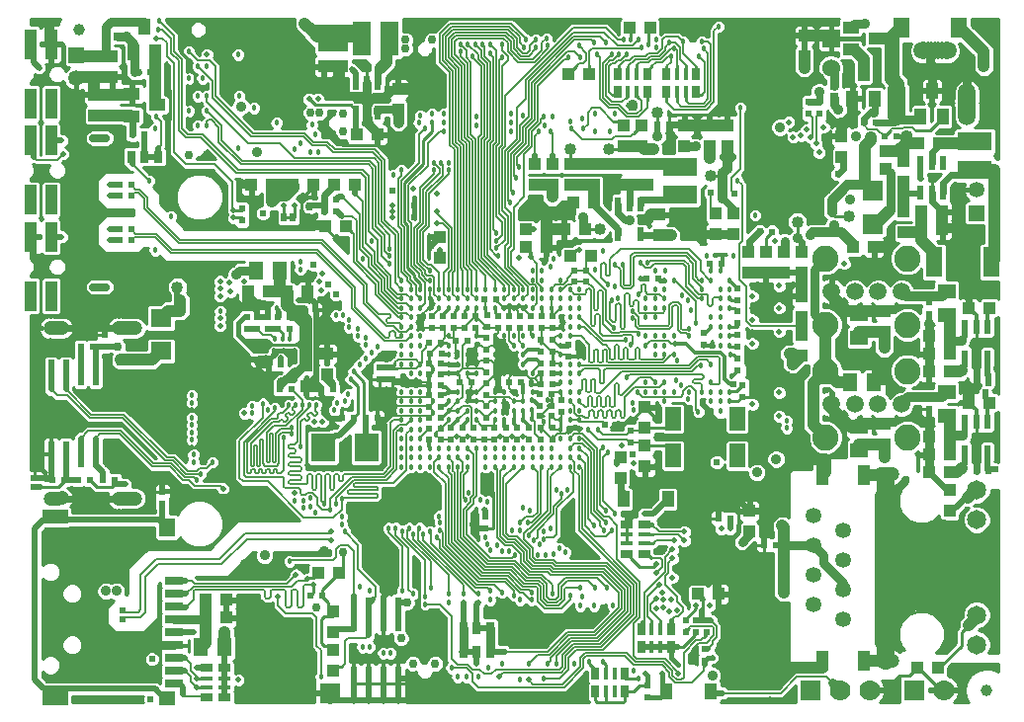
<source format=gbr>
G75*
G70*
%OFA0B0*%
%FSLAX24Y24*%
%IPPOS*%
%LPD*%
%AMOC8*
5,1,8,0,0,1.08239X$1,22.5*
%
%ADD10C,0.0591*%
%ADD11R,0.0700X0.0700*%
%ADD12R,0.0240X0.0230*%
%ADD13R,0.0230X0.0240*%
%ADD14R,0.0500X0.0600*%
%ADD15R,0.0400X0.0400*%
%ADD16R,0.0531X0.0531*%
%ADD17C,0.0531*%
%ADD18R,0.0400X0.0250*%
%ADD19R,0.0400X0.0150*%
%ADD20R,0.0217X0.0472*%
%ADD21R,0.0300X0.0200*%
%ADD22R,0.0630X0.1181*%
%ADD23R,0.0600X0.0600*%
%ADD24C,0.0600*%
%ADD25R,0.0394X0.0551*%
%ADD26R,0.0600X0.0500*%
%ADD27R,0.0709X0.0709*%
%ADD28R,0.0238X0.0238*%
%ADD29R,0.1181X0.0630*%
%ADD30R,0.0700X0.0650*%
%ADD31R,0.0571X0.0709*%
%ADD32R,0.0571X0.1024*%
%ADD33C,0.0650*%
%ADD34C,0.0472*%
%ADD35R,0.0240X0.1150*%
%ADD36R,0.0709X0.0630*%
%ADD37R,0.0200X0.0320*%
%ADD38R,0.0250X0.0400*%
%ADD39R,0.0150X0.0400*%
%ADD40C,0.0277*%
%ADD41C,0.0050*%
%ADD42C,0.0400*%
%ADD43R,0.0827X0.0945*%
%ADD44R,0.0400X0.1000*%
%ADD45C,0.0394*%
%ADD46R,0.0200X0.0300*%
%ADD47C,0.0100*%
%ADD48R,0.0551X0.0394*%
%ADD49R,0.0630X0.0276*%
%ADD50R,0.0551X0.0472*%
%ADD51R,0.0551X0.0630*%
%ADD52R,0.0866X0.0472*%
%ADD53C,0.0700*%
%ADD54R,0.0300X0.0400*%
%ADD55C,0.0200*%
%ADD56R,0.0551X0.0787*%
%ADD57C,0.0886*%
%ADD58R,0.0400X0.0700*%
%ADD59C,0.0768*%
%ADD60C,0.2165*%
%ADD61C,0.0356*%
%ADD62R,0.0236X0.0866*%
%ADD63C,0.0180*%
%ADD64C,0.0237*%
%ADD65C,0.0400*%
%ADD66C,0.0354*%
%ADD67C,0.0240*%
%ADD68C,0.0198*%
%ADD69C,0.0160*%
%ADD70C,0.0120*%
%ADD71C,0.0060*%
%ADD72C,0.0300*%
%ADD73C,0.0350*%
%ADD74C,0.0295*%
%ADD75C,0.0500*%
%ADD76C,0.0600*%
%ADD77C,0.0320*%
%ADD78C,0.0080*%
%ADD79C,0.0250*%
%ADD80C,0.0360*%
D10*
X033372Y019840D03*
X034160Y019840D03*
X034947Y019840D03*
X035735Y019840D03*
X035735Y023640D03*
X034947Y023640D03*
X034160Y023640D03*
X033372Y023640D03*
X035581Y029539D03*
X035581Y029657D03*
X035581Y029775D03*
X035581Y029893D03*
X035581Y030012D03*
X035581Y030130D03*
X035581Y030248D03*
X035581Y030366D03*
X035581Y030484D03*
X036428Y031764D03*
X036507Y031764D03*
X036625Y031764D03*
X036743Y031764D03*
X036861Y031764D03*
X036979Y031764D03*
X037097Y031764D03*
X037215Y031764D03*
X037294Y031764D03*
X037944Y030366D03*
X037944Y030248D03*
X037944Y030130D03*
X037944Y030012D03*
X037944Y029893D03*
X037944Y029775D03*
X037944Y029657D03*
X037944Y029539D03*
D11*
X036154Y010182D03*
X032654Y010182D03*
X016454Y010082D03*
D12*
X016204Y013382D03*
X015804Y013382D03*
X019784Y018632D03*
X019784Y019012D03*
X019784Y019372D03*
X019784Y019752D03*
X019784Y020132D03*
X019784Y020482D03*
X019784Y020832D03*
X019784Y021212D03*
X019844Y021562D03*
X019784Y021912D03*
X020184Y021912D03*
X020244Y021562D03*
X020184Y021212D03*
X020184Y020832D03*
X020184Y020482D03*
X020184Y020132D03*
X020184Y019752D03*
X020184Y019372D03*
X020184Y019012D03*
X020184Y018632D03*
X020834Y020582D03*
X021234Y020582D03*
X022514Y020582D03*
X022914Y020582D03*
X023564Y020522D03*
X023564Y020872D03*
X023564Y021222D03*
X023564Y021612D03*
X023564Y022012D03*
X023964Y022012D03*
X023964Y021612D03*
X023964Y021222D03*
X023964Y020872D03*
X023964Y020522D03*
X023924Y020172D03*
X023924Y019792D03*
X023924Y019442D03*
X023964Y019052D03*
X023564Y019052D03*
X023524Y019442D03*
X023524Y019792D03*
X023524Y020172D03*
X023564Y018632D03*
X023964Y018632D03*
X021104Y021982D03*
X020704Y021982D03*
X021674Y023392D03*
X022074Y023392D03*
X024704Y023982D03*
X024704Y024332D03*
X025104Y024332D03*
X025104Y023982D03*
X027129Y024082D03*
X027529Y024082D03*
X029279Y024582D03*
X029679Y024582D03*
X027904Y029282D03*
X027504Y029282D03*
X034454Y029332D03*
X034854Y029332D03*
X035154Y028882D03*
X035554Y028882D03*
X038254Y020782D03*
X038654Y020782D03*
X038654Y017582D03*
X038254Y017582D03*
X031504Y015082D03*
X031104Y015082D03*
X029954Y015982D03*
X029554Y015982D03*
X018054Y019382D03*
X017654Y019382D03*
X017254Y019382D03*
X016854Y019382D03*
X016554Y020332D03*
X016154Y020332D03*
X015174Y020332D03*
X014774Y020332D03*
X014804Y021182D03*
X014404Y021182D03*
X015554Y023032D03*
X015954Y023032D03*
X016254Y026332D03*
X016254Y026732D03*
X016654Y026732D03*
X016654Y026332D03*
X010204Y028932D03*
X009804Y028932D03*
X009754Y027232D03*
X009754Y026882D03*
X009354Y026882D03*
X009354Y027232D03*
X009354Y025732D03*
X009354Y025382D03*
X009754Y025382D03*
X009754Y025732D03*
X008454Y021782D03*
X008054Y021782D03*
X007954Y017282D03*
X008354Y017282D03*
X008804Y017282D03*
X009204Y017282D03*
X007504Y017282D03*
X007104Y017282D03*
X010004Y031032D03*
X010404Y031032D03*
D13*
X013504Y026432D03*
X013504Y026032D03*
X013654Y022782D03*
X014004Y022782D03*
X014354Y022782D03*
X014704Y022782D03*
X015104Y022782D03*
X015104Y022382D03*
X014704Y022382D03*
X014354Y022382D03*
X014004Y022382D03*
X013654Y022382D03*
X014004Y021732D03*
X014004Y021332D03*
X018131Y021078D03*
X018131Y020678D03*
X018564Y020678D03*
X018564Y021078D03*
X019894Y022412D03*
X020264Y022412D03*
X020634Y022412D03*
X021004Y022412D03*
X021374Y022412D03*
X021754Y022432D03*
X021724Y022072D03*
X021724Y021672D03*
X021724Y021312D03*
X021724Y020912D03*
X021724Y020552D03*
X021724Y020152D03*
X021724Y019792D03*
X021724Y019392D03*
X021659Y019032D03*
X021304Y019032D03*
X020924Y019032D03*
X020544Y019032D03*
X020544Y018632D03*
X020924Y018632D03*
X021304Y018632D03*
X021659Y018632D03*
X022014Y018632D03*
X022394Y018632D03*
X022774Y018632D03*
X023154Y018632D03*
X023154Y019032D03*
X022774Y019032D03*
X022394Y019032D03*
X022014Y019032D03*
X024279Y019582D03*
X024279Y019982D03*
X024504Y021457D03*
X024504Y021857D03*
X023974Y022412D03*
X023604Y022412D03*
X023234Y022412D03*
X022864Y022412D03*
X022494Y022412D03*
X022124Y022412D03*
X022124Y022812D03*
X021754Y022832D03*
X021374Y022812D03*
X021004Y022812D03*
X020634Y022812D03*
X020264Y022812D03*
X019894Y022812D03*
X022494Y022812D03*
X022864Y022812D03*
X023234Y022812D03*
X023604Y022812D03*
X023974Y022812D03*
X026604Y018932D03*
X026604Y018532D03*
X030354Y020082D03*
X030354Y020482D03*
X030204Y020982D03*
X030204Y021382D03*
X030204Y021782D03*
X030204Y022182D03*
X030204Y022582D03*
X030204Y022982D03*
X030204Y023357D03*
X030204Y023757D03*
X029054Y022232D03*
X029054Y021832D03*
X036654Y022882D03*
X036654Y023282D03*
X036654Y020082D03*
X036654Y019682D03*
X029154Y012532D03*
X028804Y012532D03*
X028454Y012532D03*
X028454Y012132D03*
X028804Y012132D03*
X029154Y012132D03*
X029104Y011582D03*
X029104Y011182D03*
X027154Y010332D03*
X027154Y009932D03*
X021704Y015632D03*
X021704Y016032D03*
X010804Y016482D03*
X010804Y016882D03*
X008854Y021782D03*
X008854Y022182D03*
X032604Y029632D03*
X032954Y029632D03*
X032954Y030032D03*
X032604Y030032D03*
D14*
X034004Y020582D03*
X034804Y020582D03*
X014754Y024332D03*
X013954Y024332D03*
X012904Y011632D03*
X012104Y011632D03*
D15*
X012254Y012632D03*
X012254Y013232D03*
X012954Y013232D03*
X012954Y012632D03*
X016054Y014132D03*
X016754Y014132D03*
X016554Y012832D03*
X016554Y012132D03*
X016554Y011532D03*
X016554Y010832D03*
X026254Y017357D03*
X026254Y018057D03*
X027079Y017732D03*
X027079Y018432D03*
X027079Y019032D03*
X027079Y019732D03*
X030604Y016232D03*
X030604Y015532D03*
X029554Y013432D03*
X028854Y013432D03*
X035154Y018482D03*
X035154Y019182D03*
X036654Y018732D03*
X036654Y018132D03*
X036654Y017532D03*
X037354Y017532D03*
X037354Y016932D03*
X037354Y016232D03*
X037354Y018132D03*
X037354Y018732D03*
X038004Y019882D03*
X038704Y019882D03*
X037354Y020932D03*
X037354Y021532D03*
X037354Y022132D03*
X036654Y022132D03*
X036654Y021532D03*
X036654Y020932D03*
X035154Y022282D03*
X035154Y022982D03*
X034804Y025132D03*
X034104Y025132D03*
X035804Y025632D03*
X036404Y025732D03*
X037104Y025732D03*
X037104Y026332D03*
X036404Y026332D03*
X035804Y026332D03*
X035804Y027332D03*
X035804Y028032D03*
X035204Y027782D03*
X035204Y028382D03*
X034504Y028382D03*
X034504Y027782D03*
X033704Y028182D03*
X033704Y028882D03*
X036304Y028632D03*
X037004Y028632D03*
X032454Y031582D03*
X032454Y032282D03*
X029854Y029232D03*
X029254Y029232D03*
X029254Y028532D03*
X029854Y028532D03*
X028404Y028532D03*
X028404Y029232D03*
X026954Y029232D03*
X026354Y029232D03*
X026354Y028532D03*
X026954Y028532D03*
X027154Y027932D03*
X026554Y027932D03*
X026554Y027232D03*
X027154Y027232D03*
X027554Y026232D03*
X027554Y025532D03*
X029454Y025582D03*
X030054Y025582D03*
X030554Y024982D03*
X031154Y024982D03*
X031754Y024982D03*
X032354Y024982D03*
X032354Y024282D03*
X031754Y024282D03*
X031154Y024282D03*
X030554Y024282D03*
X032354Y023482D03*
X032354Y022782D03*
X032354Y022182D03*
X032354Y021482D03*
X030054Y026282D03*
X029454Y026282D03*
X025354Y026632D03*
X025354Y027232D03*
X024554Y027232D03*
X024654Y026632D03*
X023954Y027232D03*
X023354Y027232D03*
X023354Y027932D03*
X023954Y027932D03*
X024554Y027932D03*
X025354Y027932D03*
X025054Y025732D03*
X024354Y025732D03*
X023754Y025732D03*
X023754Y025132D03*
X023054Y025132D03*
X023054Y025732D03*
X024554Y024832D03*
X025254Y024832D03*
X020154Y024782D03*
X020154Y025482D03*
X017304Y027232D03*
X016604Y027232D03*
X015904Y027232D03*
X015204Y027232D03*
X014504Y027232D03*
X013804Y027232D03*
X016304Y025832D03*
X017004Y025832D03*
X015704Y023632D03*
X015004Y023632D03*
X014404Y023632D03*
X013704Y023632D03*
X015654Y021132D03*
X015654Y020432D03*
X016354Y020832D03*
X016354Y021532D03*
X017354Y028932D03*
X018054Y028932D03*
X018754Y029782D03*
X018754Y030482D03*
X016854Y031232D03*
X016254Y031232D03*
X016254Y031932D03*
X016854Y031932D03*
X024504Y030982D03*
X025204Y030982D03*
X026554Y032532D03*
X027254Y032532D03*
X038004Y023082D03*
X038704Y023082D03*
X036954Y010932D03*
X036254Y010932D03*
X009104Y029582D03*
X008504Y029582D03*
X008504Y030282D03*
X008504Y030882D03*
X009104Y030882D03*
X009104Y030282D03*
X009104Y031582D03*
X008504Y031582D03*
D16*
X007904Y031625D03*
X038254Y026288D03*
D17*
X038254Y027075D03*
X032767Y016078D03*
X032767Y015078D03*
X033767Y015578D03*
X033767Y014578D03*
X032767Y014078D03*
X032767Y013078D03*
X033767Y013578D03*
X033767Y012578D03*
X007904Y030838D03*
D18*
X026454Y015782D03*
X027054Y015782D03*
X027054Y014782D03*
X026454Y014782D03*
X012904Y010932D03*
X012304Y010932D03*
X012304Y009932D03*
X012904Y009932D03*
D19*
X012904Y010282D03*
X012904Y010582D03*
X012304Y010582D03*
X012304Y010282D03*
X026454Y015132D03*
X026454Y015432D03*
X027054Y015432D03*
X027054Y015132D03*
D20*
X037880Y018220D03*
X038628Y018220D03*
X038628Y019244D03*
X038254Y019244D03*
X037880Y019244D03*
X037880Y021420D03*
X038628Y021420D03*
X038628Y022444D03*
X038254Y022444D03*
X037880Y022444D03*
X037128Y026970D03*
X036754Y026970D03*
X036380Y026970D03*
X036380Y027994D03*
X036754Y027994D03*
X037128Y027994D03*
X026928Y026594D03*
X026554Y026594D03*
X026180Y026594D03*
X026180Y025570D03*
X026928Y025570D03*
X018078Y029670D03*
X017330Y029670D03*
X017330Y030694D03*
X017704Y030694D03*
X018078Y030694D03*
D21*
X006504Y017332D03*
X006504Y017032D03*
X033454Y030232D03*
X033454Y030532D03*
D22*
X018477Y032182D03*
X017532Y032182D03*
D23*
X033354Y032182D03*
D24*
X033354Y031182D03*
D25*
X034454Y031015D03*
X034080Y030149D03*
X034828Y030149D03*
X036380Y029549D03*
X037128Y029549D03*
X036754Y030415D03*
X027852Y016632D03*
X026356Y016632D03*
X027806Y010132D03*
X029302Y010132D03*
X010578Y031699D03*
X009830Y031699D03*
X010204Y032565D03*
D26*
X034304Y022882D03*
X034304Y022082D03*
X034304Y019082D03*
X034304Y018282D03*
X037254Y019432D03*
X037254Y020232D03*
X037254Y022832D03*
X037254Y023632D03*
D27*
X031804Y027282D03*
D28*
X031548Y027675D03*
X031411Y027538D03*
X031174Y027538D03*
X031174Y027026D03*
X031411Y027026D03*
X031548Y026888D03*
X031548Y026652D03*
X032060Y026652D03*
X032060Y026888D03*
X032198Y027026D03*
X032434Y027026D03*
X032434Y027538D03*
X032198Y027538D03*
X032060Y027675D03*
X032060Y027912D03*
X031548Y027912D03*
D29*
X028254Y027854D03*
X028254Y026909D03*
X038204Y027759D03*
X038204Y028704D03*
D30*
X034754Y027057D03*
X034754Y025907D03*
D31*
X035742Y032532D03*
X037667Y032532D03*
D32*
X036842Y024632D03*
X038767Y024632D03*
D33*
X038274Y016934D03*
X038274Y015934D03*
X038274Y012729D03*
X038274Y011729D03*
D34*
X035420Y011182D03*
X035341Y011182D03*
X035263Y011182D03*
X035184Y011182D03*
X035105Y011182D03*
X035026Y011182D03*
X035026Y017481D03*
X035105Y017481D03*
X035184Y017481D03*
X035263Y017481D03*
X035341Y017481D03*
X035420Y017481D03*
X009891Y016658D03*
X009773Y016658D03*
X009714Y016658D03*
X009556Y016658D03*
X009438Y016658D03*
X009340Y016658D03*
X007430Y016667D03*
X007312Y016658D03*
X007155Y016658D03*
X007037Y016658D03*
X007037Y022406D03*
X007155Y022406D03*
X007312Y022406D03*
X007430Y022406D03*
X009340Y022406D03*
X009438Y022406D03*
X009556Y022406D03*
X009714Y022406D03*
X009773Y022406D03*
X009891Y022406D03*
D35*
X017254Y012755D03*
X017754Y012755D03*
X018254Y012755D03*
X018754Y012755D03*
X018754Y010408D03*
X018254Y010408D03*
X017754Y010408D03*
X017254Y010408D03*
D36*
X010754Y021630D03*
X010754Y022733D03*
D37*
X032454Y031932D03*
D38*
X028804Y030982D03*
X028804Y030382D03*
X027804Y030382D03*
X027804Y030982D03*
X027154Y030982D03*
X027154Y030382D03*
X026154Y030382D03*
X026154Y030982D03*
X026954Y012232D03*
X026954Y011632D03*
X027954Y011632D03*
X027954Y012232D03*
X026404Y010732D03*
X026404Y010132D03*
X025404Y010132D03*
X025404Y010732D03*
D39*
X025754Y010732D03*
X026054Y010732D03*
X026054Y010132D03*
X025754Y010132D03*
X027304Y011632D03*
X027604Y011632D03*
X027604Y012232D03*
X027304Y012232D03*
X026804Y030382D03*
X026504Y030382D03*
X026504Y030982D03*
X026804Y030982D03*
X028154Y030982D03*
X028454Y030982D03*
X028454Y030382D03*
X028154Y030382D03*
D40*
X029107Y014715D03*
X028871Y014479D03*
X028871Y014085D03*
X029107Y013849D03*
X029501Y013849D03*
X029737Y014085D03*
X029737Y014479D03*
X029501Y014715D03*
X008912Y023795D03*
X008833Y023795D03*
X008744Y023795D03*
X008646Y023795D03*
X008557Y023795D03*
X008479Y023795D03*
X008479Y028811D03*
X008557Y028811D03*
X008646Y028811D03*
X008744Y028811D03*
X008833Y028811D03*
X008912Y028811D03*
D41*
X009804Y027932D02*
X010354Y027382D01*
X010044Y027082D02*
X009904Y027082D01*
X009754Y027232D01*
X009854Y026982D02*
X010004Y026982D01*
X010204Y026782D01*
X010204Y026432D01*
X011354Y025282D01*
X016154Y025282D01*
X017604Y023832D01*
X017604Y023232D01*
X018354Y022482D01*
X018604Y022482D01*
X018791Y022295D01*
X019036Y022295D01*
X019194Y022453D01*
X019194Y022768D02*
X019036Y022925D01*
X018761Y022925D01*
X018104Y023582D01*
X018104Y023932D01*
X017354Y024682D01*
X017354Y026032D01*
X017204Y026182D01*
X016879Y026182D01*
X017454Y026257D02*
X016879Y026832D01*
X017304Y026932D02*
X017554Y026682D01*
X017554Y025132D01*
X017854Y024832D01*
X017854Y024532D01*
X018304Y024082D01*
X018304Y023682D01*
X018746Y023240D01*
X019036Y023240D01*
X019194Y023083D01*
X019509Y023083D02*
X019666Y023240D01*
X019666Y023945D01*
X019454Y024157D01*
X019454Y024257D01*
X019204Y024507D01*
X019204Y025957D01*
X019104Y026057D01*
X019104Y027232D01*
X019754Y027882D01*
X019754Y028632D01*
X020154Y029032D01*
X020304Y029032D01*
X020504Y028582D02*
X020504Y031032D01*
X020154Y031382D01*
X020154Y032332D01*
X020504Y032682D01*
X022554Y032682D01*
X023054Y032182D01*
X023054Y032132D01*
X022854Y032232D02*
X022854Y032032D01*
X023004Y031882D01*
X023204Y031932D02*
X023204Y031782D01*
X023104Y031682D01*
X022954Y031682D01*
X022754Y031882D01*
X022754Y032182D01*
X022454Y032482D01*
X020604Y032482D01*
X020354Y032232D01*
X020354Y031482D01*
X020704Y031132D01*
X020704Y028682D01*
X020854Y028532D01*
X020854Y024432D01*
X020926Y024360D01*
X020926Y023555D01*
X021083Y023398D01*
X021241Y023555D02*
X021241Y024345D01*
X021054Y024532D01*
X021054Y028632D01*
X020904Y028782D01*
X020904Y031232D01*
X020554Y031582D01*
X020554Y032132D01*
X020704Y032282D01*
X022354Y032282D01*
X022554Y032082D01*
X022554Y031782D01*
X022854Y031482D01*
X023304Y031482D01*
X023604Y031782D01*
X023604Y032032D01*
X023754Y032182D01*
X023804Y031932D02*
X023804Y031832D01*
X023354Y031382D01*
X022804Y031382D01*
X022454Y031732D01*
X022454Y032032D01*
X022304Y032182D01*
X020754Y032182D01*
X020654Y032082D01*
X020654Y031632D01*
X021004Y031282D01*
X021004Y028832D01*
X021154Y028682D01*
X021154Y024582D01*
X021398Y024338D01*
X021398Y023713D01*
X021241Y023555D02*
X021398Y023398D01*
X021374Y023059D02*
X021374Y022812D01*
X020769Y023398D02*
X020611Y023555D01*
X020611Y024288D01*
X020654Y024332D01*
X020654Y028432D01*
X020504Y028582D01*
X020604Y028632D02*
X020604Y031082D01*
X020254Y031432D01*
X020254Y032282D01*
X020554Y032582D01*
X022504Y032582D01*
X022854Y032232D01*
X022654Y032132D02*
X022654Y031832D01*
X022904Y031582D01*
X023154Y031582D01*
X023404Y031832D01*
X023404Y031882D01*
X023204Y031932D02*
X023404Y032132D01*
X022654Y032132D02*
X022404Y032382D01*
X020654Y032382D01*
X020454Y032182D01*
X020454Y031532D01*
X020804Y031182D01*
X020804Y028732D01*
X020954Y028582D01*
X020954Y024482D01*
X021083Y024353D01*
X021083Y023713D01*
X020769Y023713D02*
X020754Y023727D01*
X020754Y028482D01*
X020604Y028632D01*
X021104Y028882D02*
X021104Y031332D01*
X020854Y031582D01*
X020854Y031732D01*
X021054Y031782D02*
X020854Y031982D01*
X021104Y031982D02*
X021454Y031632D01*
X021454Y031482D01*
X021654Y031282D01*
X021654Y028882D01*
X021554Y028782D01*
X021554Y024782D01*
X022501Y023835D01*
X022501Y023555D01*
X022343Y023398D01*
X022343Y023713D02*
X022343Y023843D01*
X021454Y024732D01*
X021454Y028832D01*
X021554Y028932D01*
X021554Y031232D01*
X021254Y031532D01*
X021254Y031582D01*
X021054Y031532D02*
X021054Y031782D01*
X021054Y031532D02*
X021204Y031382D01*
X021204Y028932D01*
X021354Y028782D01*
X021354Y024682D01*
X022028Y024008D01*
X022028Y023713D01*
X021713Y023713D02*
X021713Y024173D01*
X021254Y024632D01*
X021254Y028732D01*
X021104Y028882D01*
X021654Y028732D02*
X021754Y028832D01*
X021754Y031332D01*
X021554Y031532D01*
X021554Y031782D01*
X021354Y031982D01*
X021604Y031982D02*
X021654Y031932D01*
X021654Y031582D01*
X021854Y031382D01*
X021854Y028782D01*
X021754Y028682D01*
X021754Y024882D01*
X022816Y023820D01*
X022816Y023555D01*
X022658Y023398D01*
X022658Y023713D02*
X022658Y023828D01*
X021654Y024832D01*
X021654Y028732D01*
X021854Y028632D02*
X021954Y028732D01*
X021954Y031532D01*
X021854Y031632D01*
X021854Y031682D01*
X022054Y031782D02*
X021854Y031982D01*
X022054Y031782D02*
X022054Y028682D01*
X021954Y028582D01*
X021954Y025732D01*
X022079Y025607D01*
X022254Y025532D02*
X022079Y025357D01*
X022254Y025532D02*
X022254Y025982D01*
X022054Y026182D01*
X022054Y028532D01*
X022154Y028632D01*
X022154Y031232D01*
X022154Y031432D01*
X022254Y031532D01*
X022454Y031582D02*
X022254Y031782D01*
X022254Y031982D01*
X022454Y031582D02*
X022454Y031432D01*
X022254Y031232D01*
X022254Y028582D01*
X022154Y028482D01*
X022154Y026282D01*
X022354Y026082D01*
X022354Y025382D01*
X022079Y025107D01*
X021854Y025082D02*
X021854Y028632D01*
X022254Y028432D02*
X022354Y028532D01*
X022354Y030232D01*
X024654Y032532D01*
X025754Y032532D01*
X026154Y032132D01*
X026354Y032132D01*
X026154Y031932D02*
X026654Y031932D01*
X026854Y032132D01*
X026904Y031882D02*
X026954Y031882D01*
X026904Y031882D02*
X026854Y031832D01*
X025304Y031832D01*
X025204Y031732D01*
X025204Y031282D01*
X025104Y031432D02*
X025004Y031332D01*
X024854Y031332D01*
X024754Y031232D01*
X024904Y031532D02*
X024704Y031732D01*
X024454Y031732D01*
X023354Y030632D01*
X023354Y029432D01*
X023054Y029132D01*
X023054Y028632D01*
X022654Y028232D01*
X022654Y027557D01*
X022729Y027482D01*
X022829Y027832D02*
X022754Y027907D01*
X022754Y028182D01*
X023154Y028582D01*
X023154Y029082D01*
X023454Y029382D01*
X023454Y030582D01*
X024354Y031482D01*
X024454Y031482D01*
X024504Y031532D01*
X024854Y031932D02*
X025104Y031682D01*
X025104Y031432D01*
X025454Y031632D02*
X025554Y031532D01*
X025554Y030132D01*
X025854Y029832D01*
X026154Y029832D01*
X026454Y029532D01*
X026854Y029532D01*
X027154Y029832D01*
X027154Y030082D01*
X026954Y030082D02*
X026954Y029782D01*
X026804Y029632D01*
X026504Y029632D01*
X026204Y029932D01*
X025904Y029932D01*
X025654Y030182D01*
X025654Y031332D01*
X025954Y031632D01*
X025904Y031432D02*
X025754Y031282D01*
X025754Y030232D01*
X025954Y030032D01*
X026304Y030032D01*
X026454Y030182D01*
X026854Y030182D02*
X026954Y030082D01*
X027804Y030032D02*
X028054Y029782D01*
X029154Y029782D01*
X029404Y030032D01*
X029404Y032432D01*
X029554Y032582D01*
X029204Y032082D02*
X029004Y032082D01*
X029204Y032082D02*
X029304Y031982D01*
X029304Y030082D01*
X029104Y029882D01*
X028304Y029882D01*
X028154Y030032D01*
X028454Y030082D02*
X028554Y029982D01*
X029054Y029982D01*
X029204Y030132D01*
X029204Y031682D01*
X029054Y031832D01*
X028904Y031582D02*
X029104Y031382D01*
X029104Y030382D01*
X029004Y030282D01*
X028804Y031232D02*
X028354Y031682D01*
X028354Y032082D01*
X028204Y032232D01*
X027754Y032232D01*
X027654Y032132D01*
X027654Y031832D01*
X027504Y031682D01*
X027204Y031682D01*
X027104Y031582D01*
X026704Y031582D01*
X026554Y031432D01*
X026404Y031432D01*
X026204Y031232D01*
X026054Y031332D02*
X025954Y031332D01*
X025854Y031232D01*
X025854Y030382D01*
X025954Y030282D01*
X025554Y029832D02*
X025304Y029832D01*
X025154Y029682D01*
X025154Y029282D01*
X025004Y029132D01*
X024954Y028782D02*
X024604Y029132D01*
X024954Y028782D02*
X025954Y028782D01*
X026054Y028882D01*
X026604Y028882D01*
X026704Y028982D01*
X026004Y029382D02*
X025554Y029832D01*
X026054Y031332D02*
X026154Y031432D01*
X026254Y031432D01*
X026454Y031632D01*
X026204Y031632D02*
X026004Y031432D01*
X025904Y031432D01*
X026154Y031932D02*
X025704Y032382D01*
X024654Y032382D01*
X023054Y030782D01*
X023054Y030132D01*
X022754Y029832D01*
X022754Y028782D01*
X022354Y028382D01*
X022354Y026482D01*
X022554Y026282D01*
X022554Y025182D01*
X022454Y025082D01*
X022454Y024482D01*
X023131Y023805D01*
X023131Y023555D01*
X022973Y023398D01*
X022973Y023713D02*
X022973Y023813D01*
X022354Y024432D01*
X022354Y025182D01*
X022454Y025282D01*
X022454Y026182D01*
X022254Y026382D01*
X022254Y028432D01*
X022454Y028332D02*
X022854Y028732D01*
X022854Y029232D01*
X023154Y029532D01*
X023154Y030732D01*
X024654Y032232D01*
X025554Y032232D01*
X025754Y032032D01*
X025354Y032032D02*
X025254Y032132D01*
X024704Y032132D01*
X023254Y030682D01*
X023254Y029482D01*
X022954Y029182D01*
X022954Y028682D01*
X022554Y028282D01*
X022554Y027057D01*
X022629Y026982D01*
X022454Y026707D02*
X022454Y028332D01*
X023004Y028282D02*
X023254Y028532D01*
X023254Y029032D01*
X023554Y029332D01*
X023554Y029432D01*
X023654Y029532D01*
X023504Y029032D02*
X023354Y028882D01*
X023354Y028232D01*
X023004Y028282D02*
X023004Y026832D01*
X022654Y026482D01*
X022654Y025082D01*
X022554Y024982D01*
X022554Y024525D01*
X023209Y023870D01*
X023367Y023870D01*
X023446Y023791D01*
X023446Y023240D01*
X023288Y023083D01*
X023603Y023713D02*
X023603Y023791D01*
X023446Y023949D01*
X023446Y024590D01*
X023229Y024807D01*
X024076Y023870D02*
X024322Y023870D01*
X024454Y024003D01*
X024454Y024082D01*
X024704Y024332D01*
X024804Y024332D02*
X025004Y024332D01*
X025104Y024332D02*
X025104Y024682D01*
X025254Y024832D01*
X025604Y024550D02*
X025654Y024600D01*
X025704Y024600D01*
X025754Y024550D01*
X025754Y024225D01*
X025804Y024175D01*
X025854Y024175D01*
X025904Y024225D01*
X025904Y024732D01*
X026254Y025082D01*
X028554Y025082D01*
X028954Y024682D01*
X028954Y024332D01*
X029258Y024028D01*
X029312Y024028D01*
X028997Y024028D02*
X028908Y024028D01*
X028804Y024132D01*
X028804Y024632D01*
X028504Y024932D01*
X026704Y024932D01*
X026604Y024832D01*
X026604Y023882D01*
X026554Y023832D01*
X026404Y023832D01*
X026354Y023882D01*
X026354Y024532D01*
X026329Y024557D01*
X026254Y024382D02*
X026254Y023832D01*
X026354Y023732D01*
X026604Y023732D01*
X026704Y023832D01*
X026704Y024782D01*
X026754Y024832D01*
X028454Y024832D01*
X028704Y024582D01*
X028704Y024082D01*
X028997Y023789D01*
X028997Y023713D01*
X028906Y023555D02*
X029156Y023555D01*
X029204Y023507D01*
X029204Y023203D01*
X029254Y023153D01*
X029304Y023153D01*
X029354Y023203D01*
X029354Y023382D01*
X029404Y023432D01*
X029593Y023432D01*
X029627Y023398D01*
X030254Y024057D02*
X030254Y025232D01*
X030354Y025332D01*
X030354Y027242D01*
X030204Y027392D01*
X030004Y027482D02*
X030304Y027782D01*
X030304Y029832D01*
X028454Y031282D02*
X028254Y031482D01*
X028254Y031882D01*
X028104Y032032D01*
X027904Y032032D01*
X027754Y031882D01*
X027754Y031782D01*
X027554Y031582D01*
X027254Y031582D01*
X027154Y031482D01*
X026754Y031482D01*
X026504Y031232D01*
X026804Y031282D02*
X026904Y031382D01*
X027204Y031382D01*
X027304Y031482D01*
X027604Y031482D01*
X027954Y031832D01*
X028054Y031832D01*
X028104Y031832D01*
X028154Y031782D01*
X028154Y031282D01*
X027954Y031382D02*
X027804Y031232D01*
X027654Y031382D02*
X027454Y031382D01*
X027304Y031232D01*
X027654Y031382D02*
X027854Y031582D01*
X027954Y031582D01*
X027954Y031382D01*
X023954Y028982D02*
X023954Y028232D01*
X023954Y028982D02*
X023904Y029032D01*
X022454Y026707D02*
X022529Y026632D01*
X021854Y025082D02*
X022079Y024857D01*
X022129Y024857D01*
X020554Y024382D02*
X020554Y025782D01*
X020054Y026282D01*
X020054Y026332D01*
X020054Y025932D02*
X020254Y025932D01*
X020454Y025732D01*
X020454Y024432D01*
X020296Y024273D01*
X020296Y023555D01*
X020454Y023398D01*
X020454Y023713D02*
X020454Y024281D01*
X020554Y024382D01*
X020139Y024272D02*
X019879Y024532D01*
X019779Y024532D01*
X019604Y024707D01*
X019604Y025632D01*
X019804Y025832D01*
X019804Y026962D01*
X020454Y027612D01*
X020454Y027732D01*
X020254Y027557D02*
X020254Y027932D01*
X020204Y027982D01*
X020154Y027782D02*
X020154Y027632D01*
X019604Y027082D01*
X019604Y025932D01*
X019404Y025732D01*
X019404Y024607D01*
X019654Y024357D01*
X019654Y024257D01*
X019726Y024185D01*
X019902Y024185D01*
X019981Y024106D01*
X019981Y023555D01*
X020139Y023398D01*
X020139Y023713D02*
X020139Y024272D01*
X019824Y024343D02*
X019818Y024343D01*
X019504Y024657D01*
X019504Y025682D01*
X019704Y025882D01*
X019704Y027007D01*
X020254Y027557D01*
X020154Y027782D02*
X019954Y027982D01*
X019954Y027732D02*
X019954Y027607D01*
X019504Y027157D01*
X019504Y025982D01*
X019304Y025782D01*
X019304Y024557D01*
X019554Y024307D01*
X019554Y024207D01*
X019733Y024028D01*
X019824Y024028D01*
X019351Y023860D02*
X019351Y023555D01*
X019509Y023398D01*
X019194Y023398D02*
X019036Y023555D01*
X018731Y023555D01*
X018504Y023782D01*
X018504Y024182D01*
X018054Y024632D01*
X018054Y025382D01*
X017754Y025682D01*
X017754Y027532D01*
X017554Y027732D01*
X013354Y027732D01*
X012154Y028932D01*
X011654Y028932D01*
X011454Y029132D01*
X011454Y031482D01*
X011204Y031732D01*
X011204Y032282D01*
X010704Y032782D01*
X010654Y032482D02*
X010804Y032482D01*
X011104Y032182D01*
X011104Y031682D01*
X011354Y031432D01*
X011354Y029082D01*
X011604Y028832D01*
X012104Y028832D01*
X013304Y027632D01*
X017504Y027632D01*
X017654Y027482D01*
X017654Y025282D01*
X017954Y024982D01*
X017954Y024582D01*
X018404Y024132D01*
X018404Y023732D01*
X018738Y023398D01*
X018879Y023398D01*
X018879Y023713D02*
X018654Y023937D01*
X018654Y025557D01*
X018204Y026007D01*
X018204Y028032D01*
X017904Y028332D01*
X016579Y028332D01*
X016329Y028582D01*
X015854Y028582D01*
X015554Y028882D01*
X013804Y028882D01*
X012504Y030182D01*
X012504Y030732D01*
X012004Y031232D01*
X012004Y031432D02*
X011704Y031732D01*
X012004Y031432D02*
X012404Y031432D01*
X012604Y031232D01*
X012604Y030232D01*
X013854Y028982D01*
X015604Y028982D01*
X015904Y028682D01*
X016379Y028682D01*
X016629Y028432D01*
X017954Y028432D01*
X018304Y028082D01*
X018304Y026057D01*
X018754Y025607D01*
X018754Y024152D01*
X018879Y024028D01*
X019054Y024007D02*
X019054Y024107D01*
X018854Y024307D01*
X018854Y025757D01*
X018754Y025857D01*
X018754Y027432D01*
X018854Y027532D01*
X018854Y027732D01*
X018854Y027382D02*
X019454Y027982D01*
X019454Y028182D01*
X019454Y028932D01*
X019654Y029132D01*
X018854Y027382D02*
X018854Y025907D01*
X018954Y025807D01*
X018954Y024357D01*
X019154Y024157D01*
X019154Y024057D01*
X019351Y023860D01*
X019194Y023867D02*
X019054Y024007D01*
X019194Y023867D02*
X019194Y023713D01*
X018879Y023083D02*
X018753Y023083D01*
X018204Y023632D01*
X018204Y024032D01*
X017754Y024482D01*
X017754Y024782D01*
X017454Y025082D01*
X017454Y026257D01*
X017904Y025782D02*
X017904Y027782D01*
X017754Y027932D01*
X013454Y027932D01*
X012704Y028682D01*
X012704Y029182D01*
X012454Y029432D01*
X012354Y029432D01*
X012304Y029382D01*
X012304Y029232D01*
X012804Y029232D02*
X012304Y029732D01*
X012304Y030032D02*
X013704Y028632D01*
X014754Y028632D01*
X015254Y028132D01*
X017954Y028132D01*
X018104Y027982D01*
X018104Y025932D01*
X018479Y025557D01*
X018479Y025082D01*
X018304Y025007D02*
X018479Y024832D01*
X018304Y025007D02*
X018304Y025532D01*
X018004Y025832D01*
X018004Y027832D01*
X017804Y028032D01*
X013504Y028032D01*
X012804Y028732D01*
X012804Y029232D01*
X012304Y030032D02*
X012304Y030232D01*
X011204Y031332D02*
X010954Y031582D01*
X010954Y032032D01*
X010804Y032182D01*
X010604Y032182D01*
X011204Y031332D02*
X011204Y028332D01*
X011604Y027932D01*
X012554Y027932D01*
X013154Y027332D01*
X013154Y026432D01*
X013204Y026382D01*
X011394Y025382D02*
X016194Y025382D01*
X017704Y023872D01*
X017704Y023282D01*
X018104Y022882D01*
X018454Y022882D01*
X018504Y022832D01*
X018504Y022782D01*
X018454Y022732D01*
X018404Y022732D01*
X018354Y022682D01*
X018354Y022632D01*
X018404Y022582D01*
X018804Y022582D01*
X018879Y022507D01*
X018879Y022453D01*
X018654Y022252D02*
X018654Y022132D01*
X018704Y022082D01*
X018822Y022082D01*
X018879Y022138D01*
X018754Y021982D02*
X018304Y021982D01*
X017204Y023082D01*
X017204Y023732D01*
X016004Y024932D01*
X011104Y024932D01*
X010554Y025482D01*
X009854Y025482D01*
X009754Y025382D01*
X009904Y025582D02*
X010594Y025582D01*
X011144Y025032D01*
X016044Y025032D01*
X017304Y023772D01*
X017304Y023122D01*
X018344Y022082D01*
X018424Y022082D01*
X018474Y022132D01*
X018474Y022252D01*
X018524Y022302D01*
X018604Y022302D01*
X018654Y022252D01*
X018754Y021982D02*
X018756Y021980D01*
X019036Y021980D01*
X019194Y022138D01*
X018879Y022768D02*
X018768Y022768D01*
X018004Y023532D01*
X018004Y023882D01*
X017254Y024632D01*
X017254Y025582D01*
X017204Y025632D01*
X017904Y025782D02*
X018204Y025482D01*
X018204Y024857D01*
X018479Y024582D01*
X021104Y021982D02*
X020926Y021803D01*
X020926Y021036D01*
X021600Y021036D01*
X021724Y020912D01*
X020926Y021036D02*
X020769Y020878D01*
X020834Y020582D02*
X020926Y020490D01*
X020926Y020091D01*
X020769Y019933D01*
X021005Y019776D02*
X021160Y019776D01*
X021241Y019695D02*
X021241Y019540D01*
X021241Y019382D02*
X021241Y019225D01*
X021083Y018358D02*
X021304Y018138D01*
X021304Y016782D01*
X021204Y016682D01*
X021204Y016532D01*
X020954Y016282D01*
X020954Y015382D01*
X021804Y014532D01*
X022704Y014532D01*
X023154Y014082D01*
X023604Y014082D01*
X023954Y013732D01*
X023954Y013432D01*
X023754Y013332D02*
X023854Y013232D01*
X024054Y013232D01*
X024154Y013332D01*
X024154Y013732D01*
X024404Y013982D01*
X025454Y013982D01*
X025804Y013632D01*
X025404Y013632D02*
X025154Y013882D01*
X024454Y013882D01*
X024254Y013682D01*
X024254Y013282D01*
X024104Y013132D01*
X023804Y013132D01*
X023654Y013282D01*
X023654Y013732D01*
X023504Y013882D01*
X023054Y013882D01*
X022604Y014332D01*
X021704Y014332D01*
X020754Y015282D01*
X020754Y017714D01*
X020769Y017729D01*
X020926Y017578D02*
X020854Y017507D01*
X020854Y015332D01*
X021754Y014432D01*
X022654Y014432D01*
X023104Y013982D01*
X023554Y013982D01*
X023754Y013782D01*
X023754Y013332D01*
X023554Y013232D02*
X023754Y013032D01*
X024154Y013032D01*
X024354Y013232D01*
X024354Y013582D01*
X024404Y013632D01*
X024904Y013632D01*
X024554Y013382D02*
X024554Y013232D01*
X024254Y012932D01*
X023704Y012932D01*
X023454Y013182D01*
X023454Y013632D01*
X023404Y013682D01*
X022954Y013682D01*
X022504Y014132D01*
X021604Y014132D01*
X020554Y015182D01*
X020554Y017432D01*
X020454Y017532D01*
X020454Y017729D01*
X020611Y017575D02*
X020611Y017886D01*
X020454Y018043D01*
X020769Y018043D02*
X020926Y017886D01*
X020926Y017578D01*
X020954Y017457D02*
X021083Y017586D01*
X021083Y017729D01*
X020954Y017457D02*
X020954Y016682D01*
X021029Y016607D01*
X021304Y016632D02*
X021404Y016732D01*
X021404Y018353D01*
X021398Y018358D01*
X022028Y017729D02*
X022104Y017653D01*
X022104Y015332D01*
X022354Y015082D01*
X022604Y015082D01*
X022904Y014782D01*
X022904Y014482D01*
X023204Y014182D01*
X023804Y014182D01*
X023904Y014082D01*
X025604Y014082D01*
X026204Y013482D01*
X026204Y012982D01*
X025354Y012132D01*
X024454Y012132D01*
X023804Y011482D01*
X022354Y011482D01*
X022054Y010882D02*
X021904Y010732D01*
X021654Y010732D01*
X021504Y010882D01*
X021254Y010882D01*
X021104Y011032D01*
X020754Y011032D01*
X020554Y011232D01*
X020554Y012682D01*
X020154Y013082D01*
X019654Y013082D01*
X019654Y013332D02*
X019654Y014582D01*
X018904Y015332D01*
X018904Y015557D01*
X019079Y015607D02*
X019129Y015657D01*
X019079Y015607D02*
X019079Y015307D01*
X019854Y014532D01*
X019854Y013632D01*
X019254Y013432D02*
X019104Y013582D01*
X019104Y014982D01*
X018679Y015407D01*
X018679Y015657D01*
X018429Y015657D02*
X018429Y015507D01*
X018904Y015032D01*
X018904Y013532D01*
X018004Y013682D02*
X018004Y013332D01*
X017904Y013232D01*
X017254Y013382D02*
X017254Y014882D01*
X017054Y015082D01*
X016804Y015082D01*
X016654Y014932D01*
X016654Y014682D01*
X016554Y014582D01*
X015154Y014582D01*
X015104Y014532D01*
X015304Y014082D02*
X015004Y013782D01*
X011904Y013782D01*
X011804Y013882D01*
X011604Y013882D01*
X011854Y013682D02*
X011604Y013432D01*
X011854Y013532D02*
X011854Y013232D01*
X011604Y012982D01*
X011854Y013532D02*
X011904Y013582D01*
X014204Y013582D01*
X014254Y013532D01*
X014254Y013332D01*
X014304Y013282D01*
X014404Y013282D01*
X014454Y013332D01*
X014454Y013532D01*
X014504Y013582D01*
X014904Y013582D01*
X014954Y013532D01*
X014954Y013032D01*
X015004Y012982D01*
X015104Y012982D01*
X015154Y013032D01*
X015154Y013532D01*
X015204Y013582D01*
X015304Y013582D01*
X015354Y013532D01*
X015354Y013032D01*
X015404Y012982D01*
X015504Y012982D01*
X015554Y013032D01*
X015554Y013682D01*
X015604Y013732D01*
X015904Y013732D01*
X015704Y013932D02*
X015654Y013882D01*
X015354Y013882D01*
X015154Y013682D01*
X011854Y013682D01*
X011568Y011268D02*
X011754Y011082D01*
X011754Y010832D01*
X011954Y010632D01*
X011954Y010582D01*
X011754Y010632D02*
X011551Y010835D01*
X011754Y010632D02*
X011754Y010482D01*
X011954Y010282D01*
X014704Y013032D02*
X014954Y012782D01*
X015854Y012782D01*
X016004Y012632D01*
X016004Y011682D01*
X016154Y011532D01*
X016154Y010632D01*
X016854Y010982D02*
X016954Y011082D01*
X016954Y011832D01*
X017054Y011932D01*
X017654Y011932D01*
X017754Y012032D01*
X018004Y013682D02*
X017404Y014282D01*
X017404Y015082D01*
X016954Y015532D01*
X016579Y016007D02*
X015579Y016007D01*
X014354Y017232D01*
X013524Y017232D01*
X013404Y017352D01*
X013404Y018607D01*
X014189Y019392D01*
X014189Y019857D01*
X014604Y019707D02*
X014604Y019607D01*
X013554Y018557D01*
X013554Y017457D01*
X013629Y017382D01*
X014854Y017382D01*
X014904Y017332D01*
X014904Y017057D01*
X014954Y017007D01*
X015404Y017007D01*
X015454Y016957D01*
X015454Y016832D01*
X015504Y016782D01*
X015629Y016782D01*
X015704Y016857D01*
X015864Y016857D01*
X016029Y016692D01*
X016029Y016457D01*
X016204Y016282D01*
X016454Y016282D01*
X016454Y016632D01*
X017204Y017382D01*
X018304Y017382D01*
X018604Y017682D01*
X018604Y018957D01*
X018794Y019146D01*
X019036Y019146D01*
X019194Y019303D01*
X019194Y018988D02*
X019036Y018831D01*
X019036Y017614D01*
X018604Y017182D01*
X017304Y017182D01*
X017279Y017157D01*
X017279Y017082D01*
X017304Y017057D01*
X018034Y017057D01*
X018059Y017032D01*
X018059Y016957D01*
X018034Y016932D01*
X017094Y016932D01*
X017069Y016907D01*
X017069Y016832D01*
X017094Y016807D01*
X018034Y016807D01*
X018059Y016782D01*
X018059Y016707D01*
X018034Y016682D01*
X016904Y016682D01*
X016854Y016632D01*
X016854Y016282D01*
X016579Y016007D01*
X016654Y016482D02*
X016654Y016682D01*
X017254Y017282D01*
X018354Y017282D01*
X018704Y017632D01*
X018704Y018907D01*
X018786Y018988D01*
X018879Y018988D01*
X018879Y019303D02*
X018606Y019303D01*
X018504Y019202D01*
X018504Y017732D01*
X018254Y017482D01*
X016954Y017482D01*
X016904Y017432D01*
X016904Y017282D01*
X016854Y017232D01*
X016804Y017232D01*
X016754Y017282D01*
X016754Y017432D01*
X016704Y017482D01*
X016654Y017482D01*
X016604Y017432D01*
X016604Y017012D01*
X016554Y016962D01*
X016504Y016962D01*
X016454Y017012D01*
X016454Y017432D01*
X016404Y017482D01*
X016354Y017482D01*
X016304Y017432D01*
X016304Y016532D01*
X016254Y016482D01*
X016154Y016582D01*
X016154Y017432D01*
X016104Y017482D01*
X016054Y017482D01*
X016004Y017432D01*
X016004Y017012D01*
X015954Y016962D01*
X015904Y016962D01*
X015854Y017012D01*
X015854Y017432D01*
X015804Y017482D01*
X015754Y017482D01*
X015704Y017432D01*
X015704Y017182D01*
X015654Y017132D01*
X015129Y017132D01*
X015079Y017182D01*
X015079Y017232D01*
X015129Y017282D01*
X015454Y017282D01*
X015504Y017332D01*
X015504Y017382D01*
X015454Y017432D01*
X015129Y017432D01*
X015079Y017482D01*
X015079Y017532D01*
X015129Y017582D01*
X015454Y017582D01*
X015504Y017632D01*
X015504Y017682D01*
X015454Y017732D01*
X015129Y017732D01*
X015079Y017782D01*
X015079Y017832D01*
X015129Y017882D01*
X015454Y017882D01*
X015504Y017932D01*
X015504Y017982D01*
X015454Y018032D01*
X015129Y018032D01*
X015079Y018082D01*
X015079Y018132D01*
X015129Y018182D01*
X015254Y018182D01*
X015304Y018232D01*
X015304Y018282D01*
X015254Y018332D01*
X015104Y018332D01*
X015054Y018382D01*
X015054Y018432D01*
X015104Y018482D01*
X015254Y018482D01*
X015354Y018582D01*
X015354Y019332D01*
X015754Y019732D01*
X015754Y019802D01*
X015969Y019787D02*
X015969Y019617D01*
X016029Y019557D01*
X016029Y019507D01*
X015979Y019457D01*
X015929Y019457D01*
X015829Y019557D01*
X015779Y019557D01*
X015704Y019482D01*
X015704Y019432D01*
X015754Y019382D01*
X015754Y019332D01*
X015704Y019282D01*
X015654Y019282D01*
X015604Y019332D01*
X015554Y019332D01*
X015479Y019257D01*
X015479Y018437D01*
X015454Y018412D01*
X015154Y018832D02*
X015104Y018882D01*
X014829Y018882D01*
X014729Y018782D01*
X014729Y017832D01*
X014654Y017757D01*
X014279Y017757D01*
X014204Y017832D01*
X014204Y018632D01*
X014179Y018657D01*
X014129Y018657D01*
X014104Y018632D01*
X014104Y017782D01*
X014079Y017757D01*
X014029Y017757D01*
X014004Y017782D01*
X014004Y018432D01*
X013979Y018457D01*
X013929Y018457D01*
X013904Y018432D01*
X013904Y017782D01*
X013879Y017757D01*
X013829Y017757D01*
X013804Y017782D01*
X013804Y018507D01*
X014529Y019232D01*
X014729Y019232D01*
X014804Y019307D01*
X014854Y019307D01*
X014904Y019257D01*
X014979Y019257D01*
X015029Y019307D01*
X015029Y019382D01*
X014979Y019432D01*
X014979Y019482D01*
X015029Y019532D01*
X015079Y019532D01*
X015129Y019482D01*
X015204Y019482D01*
X015254Y019532D01*
X015254Y019607D01*
X015204Y019657D01*
X015204Y019707D01*
X015294Y019797D01*
X015294Y019802D01*
X015064Y019802D02*
X015064Y019742D01*
X014854Y019532D01*
X014754Y019532D01*
X014704Y019482D01*
X014704Y019382D01*
X014654Y019332D01*
X014479Y019332D01*
X013679Y018532D01*
X013679Y017532D01*
X013704Y017507D01*
X013779Y017507D01*
X013804Y017532D01*
X013804Y017607D01*
X013829Y017632D01*
X013904Y017632D01*
X013929Y017607D01*
X013929Y017532D01*
X013954Y017507D01*
X014029Y017507D01*
X014054Y017532D01*
X014054Y017607D01*
X014079Y017632D01*
X014154Y017632D01*
X014179Y017607D01*
X014179Y017532D01*
X014204Y017507D01*
X014279Y017507D01*
X014304Y017532D01*
X014304Y017607D01*
X014329Y017632D01*
X014404Y017632D01*
X014429Y017607D01*
X014429Y017532D01*
X014454Y017507D01*
X014529Y017507D01*
X014554Y017532D01*
X014554Y017607D01*
X014579Y017632D01*
X014654Y017632D01*
X014679Y017607D01*
X014679Y017532D01*
X014704Y017507D01*
X014784Y017507D01*
X014904Y017627D01*
X014904Y018712D01*
X014629Y018847D02*
X014629Y017907D01*
X014604Y017882D01*
X014554Y017882D01*
X014529Y017907D01*
X014529Y018832D01*
X014504Y018857D01*
X014454Y018857D01*
X014429Y018832D01*
X014429Y017907D01*
X014404Y017882D01*
X014354Y017882D01*
X014329Y017907D01*
X014329Y018882D01*
X014554Y019107D01*
X014979Y019107D01*
X015524Y019652D01*
X015524Y019802D01*
X015524Y019982D01*
X015174Y020332D01*
X015969Y019787D02*
X015984Y019802D01*
X015174Y019062D02*
X015119Y019007D01*
X014789Y019007D01*
X014629Y018847D01*
X012854Y016982D02*
X012754Y017082D01*
X011904Y017082D01*
X011704Y017282D01*
X011504Y017282D01*
X011054Y017732D01*
X010454Y017732D01*
X009354Y018832D01*
X008704Y018832D01*
X008554Y018682D01*
X008304Y018932D02*
X009404Y018932D01*
X010504Y017832D01*
X011104Y017832D01*
X011554Y017382D01*
X011854Y017382D01*
X011954Y017282D01*
X012104Y017482D02*
X011604Y017482D01*
X011154Y017932D01*
X010904Y017932D01*
X009454Y019382D01*
X008354Y019382D01*
X007604Y020132D01*
X007254Y020132D01*
X007054Y020332D01*
X007554Y020332D02*
X008404Y019482D01*
X009504Y019482D01*
X010954Y018032D01*
X011204Y018032D01*
X011654Y017582D01*
X011954Y017582D01*
X012054Y017682D01*
X012304Y017682D01*
X012504Y017882D01*
X014404Y021012D02*
X014404Y021032D01*
X014404Y021182D01*
X014604Y022032D02*
X014454Y022182D01*
X014204Y022182D01*
X014004Y022382D01*
X011394Y025382D02*
X010304Y026472D01*
X010304Y026822D01*
X010044Y027082D01*
X009854Y026982D02*
X009754Y026882D01*
X009754Y025732D02*
X009904Y025582D01*
X007254Y028082D02*
X006554Y028082D01*
X006454Y028182D01*
X007254Y028082D02*
X007454Y028282D01*
X010654Y028482D02*
X010754Y028582D01*
X010754Y029382D01*
X010604Y029532D01*
X018761Y021351D02*
X019351Y021351D01*
X019509Y021193D01*
X019351Y021036D01*
X018721Y021036D01*
X018643Y021232D02*
X018761Y021351D01*
X019784Y020132D02*
X019743Y020091D01*
X018603Y020091D01*
X018603Y019776D02*
X019760Y019776D01*
X019784Y019752D01*
X019695Y019461D02*
X018603Y019461D01*
X019695Y019461D02*
X019784Y019372D01*
X020139Y018043D02*
X019981Y017886D01*
X019981Y017555D01*
X020354Y017182D01*
X020354Y015082D01*
X021504Y013932D01*
X022404Y013932D01*
X022854Y013482D01*
X022954Y013482D01*
X023204Y013232D01*
X023254Y013232D01*
X023254Y013482D02*
X023154Y013582D01*
X022904Y013582D01*
X022454Y014032D01*
X021554Y014032D01*
X020454Y015132D01*
X020454Y017332D01*
X020139Y017647D01*
X020139Y017729D01*
X020611Y017575D02*
X020654Y017532D01*
X020654Y015232D01*
X021654Y014232D01*
X022554Y014232D01*
X023004Y013782D01*
X023454Y013782D01*
X023554Y013682D01*
X023554Y013232D01*
X022654Y013382D02*
X022654Y013532D01*
X022354Y013832D01*
X021454Y013832D01*
X020254Y015032D01*
X020254Y015507D01*
X020179Y015582D01*
X020079Y015332D02*
X020154Y015257D01*
X020154Y014982D01*
X021404Y013732D01*
X022004Y013732D01*
X022254Y013482D01*
X021854Y013532D02*
X021754Y013632D01*
X021354Y013632D01*
X019854Y015132D01*
X019854Y015507D01*
X019829Y015532D01*
X019604Y015432D02*
X019604Y015232D01*
X021404Y013432D01*
X021454Y013432D01*
X020954Y013432D02*
X020954Y013732D01*
X019429Y015257D01*
X019429Y015607D01*
X019479Y015657D01*
X019254Y015457D02*
X019254Y015282D01*
X020204Y014332D01*
X020454Y014082D01*
X020454Y013432D01*
X021854Y014632D02*
X021054Y015432D01*
X021054Y016232D01*
X021304Y016482D01*
X021304Y016632D01*
X022204Y017590D02*
X022204Y015382D01*
X022404Y015182D01*
X022654Y015182D01*
X023004Y014832D01*
X023004Y014532D01*
X023254Y014282D01*
X023854Y014282D01*
X023954Y014182D01*
X025654Y014182D01*
X026304Y013532D01*
X026304Y012932D01*
X025404Y012032D01*
X024504Y012032D01*
X023854Y011382D01*
X023454Y011382D01*
X023154Y011082D01*
X022754Y010782D02*
X024254Y010782D01*
X024404Y010932D01*
X024404Y011332D01*
X024704Y011632D01*
X025604Y011632D01*
X026704Y012732D01*
X026704Y013732D01*
X024854Y015582D01*
X024854Y017432D01*
X024706Y017580D01*
X024706Y017886D01*
X024548Y018043D01*
X024548Y017729D02*
X024548Y017588D01*
X024654Y017482D01*
X024654Y016882D01*
X024104Y016332D01*
X024104Y015432D01*
X024004Y015332D01*
X023729Y015332D01*
X023679Y015282D01*
X023454Y015357D02*
X023454Y015582D01*
X024004Y016132D01*
X024004Y016382D01*
X024279Y016657D01*
X024279Y016807D01*
X023904Y017399D02*
X023904Y016182D01*
X023179Y015457D01*
X023179Y015407D01*
X023004Y015482D02*
X023154Y015632D01*
X023204Y015632D01*
X023804Y016232D01*
X023804Y017615D01*
X023918Y017729D01*
X023603Y017729D02*
X023554Y017680D01*
X023554Y016132D01*
X023254Y015832D01*
X023129Y015832D01*
X023054Y016032D02*
X023304Y016032D01*
X023454Y016182D01*
X023454Y017562D01*
X023288Y017729D01*
X022973Y017729D02*
X022404Y017160D01*
X022404Y015482D01*
X022504Y015382D01*
X022754Y015382D01*
X023204Y014932D01*
X023204Y014632D01*
X023354Y014482D01*
X023954Y014482D01*
X024054Y014382D01*
X025754Y014382D01*
X026504Y013632D01*
X026504Y012832D01*
X025504Y011832D01*
X024604Y011832D01*
X024104Y011332D01*
X024104Y011082D01*
X023904Y011182D02*
X023904Y011282D01*
X024554Y011932D01*
X025454Y011932D01*
X026404Y012882D01*
X026404Y013582D01*
X025704Y014282D01*
X024004Y014282D01*
X023904Y014382D01*
X023304Y014382D01*
X023104Y014582D01*
X023104Y014882D01*
X022704Y015282D01*
X022454Y015282D01*
X022304Y015432D01*
X022304Y017375D01*
X022658Y017729D01*
X022343Y017729D02*
X022204Y017590D01*
X023904Y017399D02*
X024233Y017728D01*
X024863Y017729D02*
X024954Y017637D01*
X024954Y015632D01*
X026804Y013782D01*
X026804Y012682D01*
X025654Y011532D01*
X024754Y011532D01*
X024504Y011282D01*
X024504Y010882D01*
X024204Y010582D01*
X023654Y010582D01*
X023304Y010382D02*
X023154Y010532D01*
X023304Y010382D02*
X024304Y010382D01*
X024904Y010982D01*
X024904Y011282D01*
X025054Y011432D01*
X026454Y011432D01*
X026754Y011132D01*
X027704Y011132D01*
X028004Y010832D01*
X028004Y010682D01*
X028154Y010532D01*
X028304Y010532D01*
X028384Y010612D01*
X028384Y011462D01*
X028804Y011882D01*
X028954Y011882D01*
X029054Y011982D01*
X029154Y011782D02*
X028904Y011782D01*
X028804Y011682D01*
X029154Y011782D02*
X029404Y012032D01*
X029404Y012282D01*
X029354Y012332D01*
X028604Y012332D01*
X028554Y012282D01*
X028204Y012682D02*
X028104Y012682D01*
X027954Y012532D01*
X028204Y012682D02*
X028354Y012832D01*
X028354Y012982D01*
X028154Y013182D01*
X028154Y013332D01*
X027754Y013732D01*
X027754Y014032D01*
X027854Y014132D01*
X027854Y014482D01*
X028004Y014632D01*
X027754Y014682D02*
X027754Y014182D01*
X027054Y013482D01*
X027054Y012532D01*
X027004Y012482D01*
X026904Y012632D02*
X026904Y013832D01*
X026134Y014602D01*
X026134Y015752D01*
X025854Y016032D01*
X025704Y016032D01*
X025454Y016282D01*
X025454Y018332D01*
X024955Y018831D01*
X024706Y018831D01*
X024548Y018673D01*
X024706Y018516D02*
X024548Y018358D01*
X024706Y018516D02*
X024970Y018516D01*
X025254Y018232D01*
X025254Y016182D01*
X025554Y015882D01*
X025554Y015732D01*
X025704Y015582D01*
X025754Y015382D02*
X025404Y015382D01*
X025054Y015732D01*
X025054Y017852D01*
X024863Y018043D01*
X025154Y018067D02*
X024863Y018358D01*
X024863Y018673D02*
X024963Y018673D01*
X025354Y018282D01*
X025354Y016232D01*
X025754Y015832D01*
X025954Y015582D02*
X025754Y015382D01*
X025379Y015757D02*
X025154Y015982D01*
X025154Y018067D01*
X025554Y018282D02*
X025554Y016432D01*
X025754Y016232D01*
X026034Y016202D02*
X025654Y016582D01*
X025654Y018032D01*
X025829Y018207D01*
X025654Y018382D02*
X025554Y018282D01*
X026004Y019032D02*
X026204Y019032D01*
X026554Y019382D01*
X026404Y019432D02*
X026404Y020082D01*
X026728Y020406D01*
X027580Y020406D01*
X027737Y020563D01*
X027422Y020563D02*
X027422Y020589D01*
X027279Y020732D01*
X026904Y020732D01*
X026304Y020132D01*
X026254Y020132D01*
X026204Y020182D01*
X026204Y020482D01*
X026154Y020532D01*
X026104Y020532D01*
X026054Y020482D01*
X026054Y019782D01*
X026004Y019732D01*
X025954Y019732D01*
X025904Y019782D01*
X025904Y020057D01*
X025854Y020107D01*
X025804Y020107D01*
X025754Y020057D01*
X025754Y019782D01*
X025704Y019732D01*
X025654Y019732D01*
X025604Y019782D01*
X025604Y020057D01*
X025554Y020107D01*
X025504Y020107D01*
X025454Y020057D01*
X025454Y019782D01*
X025404Y019732D01*
X025354Y019732D01*
X025304Y019782D01*
X025304Y020057D01*
X025254Y020107D01*
X025204Y020107D01*
X025154Y020057D01*
X025154Y019782D01*
X025104Y019732D01*
X025054Y019732D01*
X024863Y019923D01*
X024863Y019933D01*
X024706Y019776D02*
X024548Y019933D01*
X024706Y019776D02*
X024706Y019540D01*
X024784Y019461D01*
X024975Y019461D01*
X025054Y019382D01*
X025154Y019382D01*
X025204Y019432D01*
X025204Y019582D01*
X025254Y019632D01*
X025304Y019632D01*
X025354Y019582D01*
X025354Y019432D01*
X025404Y019382D01*
X025454Y019382D01*
X025504Y019432D01*
X025504Y019582D01*
X025554Y019632D01*
X025604Y019632D01*
X025654Y019582D01*
X025654Y019432D01*
X025704Y019382D01*
X025754Y019382D01*
X025804Y019432D01*
X025804Y019582D01*
X025854Y019632D01*
X025904Y019632D01*
X025954Y019582D01*
X025954Y019432D01*
X026004Y019382D01*
X026054Y019382D01*
X026104Y019432D01*
X026104Y019582D01*
X026154Y019632D01*
X026204Y019632D01*
X026254Y019582D01*
X026254Y019432D01*
X026304Y019382D01*
X026354Y019382D01*
X026404Y019432D01*
X026989Y020091D02*
X028288Y020091D01*
X028367Y020169D01*
X028367Y020288D01*
X028524Y020445D01*
X028643Y020445D01*
X028800Y020288D01*
X028800Y019658D01*
X028879Y019579D01*
X028997Y020248D02*
X028997Y020489D01*
X028954Y020532D01*
X028754Y020532D01*
X028704Y020582D01*
X028704Y020632D01*
X028754Y020682D01*
X029004Y020682D01*
X029054Y020732D01*
X029054Y020782D01*
X029004Y020832D01*
X026554Y020832D01*
X026479Y020757D01*
X026304Y020932D02*
X028654Y020932D01*
X028879Y021157D01*
X028979Y021157D01*
X028904Y021332D02*
X028604Y021032D01*
X025754Y021032D01*
X025704Y020982D01*
X025704Y020582D01*
X025654Y020532D01*
X025604Y020532D01*
X025554Y020582D01*
X025554Y020982D01*
X025504Y021032D01*
X025017Y021032D01*
X024863Y020878D01*
X025004Y020682D02*
X025054Y020682D01*
X025104Y020632D01*
X025104Y020282D01*
X025154Y020232D01*
X025204Y020232D01*
X025254Y020282D01*
X025254Y020632D01*
X025304Y020682D01*
X025354Y020682D01*
X025404Y020632D01*
X025404Y020257D01*
X025454Y020207D01*
X025579Y020207D01*
X026304Y020932D01*
X026304Y021332D02*
X026354Y021382D01*
X026354Y021682D01*
X026404Y021732D01*
X026454Y021732D01*
X026504Y021682D01*
X026504Y021382D01*
X026554Y021332D01*
X026704Y021332D01*
X026754Y021382D01*
X026754Y021682D01*
X026804Y021732D01*
X026854Y021732D01*
X026904Y021682D01*
X026904Y021382D01*
X026954Y021332D01*
X027654Y021332D01*
X027737Y021414D01*
X027737Y021508D01*
X027981Y021508D02*
X028052Y021508D01*
X027981Y021508D02*
X027704Y021232D01*
X025854Y021232D01*
X025804Y021282D01*
X025804Y021632D01*
X025754Y021682D01*
X025704Y021682D01*
X025654Y021632D01*
X025654Y021282D01*
X025604Y021232D01*
X025554Y021232D01*
X025504Y021282D01*
X025504Y021632D01*
X025454Y021682D01*
X025404Y021682D01*
X025354Y021632D01*
X025354Y021282D01*
X025304Y021232D01*
X025254Y021232D01*
X025204Y021282D01*
X025204Y021852D01*
X024918Y022138D01*
X024548Y022138D01*
X024863Y022453D02*
X025033Y022453D01*
X025654Y021832D01*
X025759Y021832D01*
X025904Y021687D01*
X025904Y021382D01*
X025954Y021332D01*
X026004Y021332D01*
X026054Y021382D01*
X026054Y021782D01*
X026104Y021832D01*
X026154Y021832D01*
X026204Y021782D01*
X026204Y021382D01*
X026254Y021332D01*
X026304Y021332D01*
X026604Y021832D02*
X026654Y021882D01*
X026654Y022132D01*
X026604Y022182D01*
X026354Y022182D01*
X026304Y022132D01*
X025654Y022132D01*
X025554Y022232D01*
X025554Y022832D01*
X025504Y022882D01*
X025454Y022882D01*
X025404Y022832D01*
X025404Y022532D01*
X025354Y022482D01*
X025304Y022482D01*
X025254Y022532D01*
X025254Y023682D01*
X025204Y023732D01*
X025154Y023732D01*
X025104Y023682D01*
X025104Y023612D01*
X025048Y023555D01*
X024706Y023555D01*
X024548Y023713D01*
X024604Y023882D02*
X024481Y023882D01*
X024312Y023713D01*
X024233Y023713D01*
X024076Y023870D02*
X023918Y023713D01*
X024604Y023882D02*
X024704Y023982D01*
X024804Y023982D02*
X025004Y023982D01*
X025104Y023982D02*
X025354Y023732D01*
X025354Y023077D01*
X025404Y023027D01*
X025454Y023027D01*
X025504Y023077D01*
X025504Y023632D01*
X025554Y023682D01*
X025604Y023682D01*
X025654Y023632D01*
X025654Y022532D01*
X025954Y022232D01*
X026204Y022232D01*
X026254Y022282D01*
X026804Y022282D01*
X026879Y022207D01*
X026854Y022382D02*
X026754Y022482D01*
X026754Y022682D01*
X026704Y022732D01*
X026654Y022732D01*
X026854Y022782D02*
X026654Y022982D01*
X026654Y023157D02*
X026704Y023207D01*
X026704Y023307D01*
X026754Y023357D01*
X026804Y023357D01*
X026854Y023307D01*
X026854Y022982D01*
X026911Y022925D01*
X027698Y022925D01*
X027737Y022965D01*
X027737Y023083D01*
X027904Y023172D02*
X028004Y023272D01*
X028204Y023272D01*
X028304Y023172D01*
X028304Y022382D01*
X028354Y022332D01*
X028504Y022332D01*
X028554Y022382D01*
X028454Y022232D02*
X028554Y022132D01*
X028454Y022232D02*
X028304Y022232D01*
X028204Y022332D01*
X028204Y023122D01*
X028154Y023172D01*
X028054Y023172D01*
X028004Y023122D01*
X028004Y022482D01*
X027904Y022382D01*
X026854Y022382D01*
X026904Y022482D02*
X027854Y022482D01*
X027904Y022532D01*
X027904Y023172D01*
X027737Y023398D02*
X027580Y023555D01*
X027181Y023555D01*
X027104Y023632D01*
X027104Y023832D01*
X027054Y023882D01*
X027004Y023882D01*
X026954Y023832D01*
X026954Y023632D01*
X026854Y023532D01*
X026554Y023532D02*
X026554Y023207D01*
X026604Y023157D01*
X026654Y023157D01*
X026554Y023532D02*
X026504Y023582D01*
X026454Y023582D01*
X026404Y023532D01*
X026404Y022435D01*
X026354Y022385D01*
X026304Y022385D01*
X026254Y022435D01*
X026254Y023182D01*
X026204Y023232D01*
X026154Y023232D01*
X026104Y023182D01*
X026104Y022667D01*
X026054Y022617D01*
X025984Y022617D01*
X025904Y022697D01*
X025904Y023282D01*
X025954Y023332D01*
X025754Y023682D02*
X025754Y022682D01*
X026029Y022407D01*
X026429Y022007D02*
X026404Y021982D01*
X025649Y021982D01*
X024863Y022768D01*
X025754Y023682D02*
X025104Y024332D01*
X025604Y024550D02*
X025604Y024107D01*
X025829Y023882D01*
X026254Y024382D02*
X026079Y024557D01*
X026929Y024607D02*
X027104Y024432D01*
X027254Y024432D01*
X027404Y024582D01*
X028354Y024582D01*
X028454Y024482D01*
X028454Y023822D01*
X028878Y023398D01*
X028997Y023398D01*
X028906Y023555D02*
X028554Y023907D01*
X028554Y024532D01*
X028404Y024682D01*
X027254Y024682D01*
X027179Y024607D01*
X028079Y024017D02*
X028112Y024017D01*
X028800Y023329D01*
X028800Y022586D01*
X028804Y022582D01*
X028104Y021882D02*
X027954Y021882D01*
X027855Y021980D01*
X027265Y021980D01*
X027107Y021823D01*
X026904Y022482D02*
X026854Y022532D01*
X026854Y022782D01*
X028554Y021132D02*
X028854Y021432D01*
X029554Y021432D01*
X029604Y021382D01*
X029604Y020557D01*
X029554Y020507D01*
X029368Y020507D01*
X029312Y020563D01*
X029312Y021193D02*
X029173Y021332D01*
X028904Y021332D01*
X028554Y021132D02*
X024924Y021132D01*
X024863Y021193D01*
X025004Y020682D02*
X024954Y020632D01*
X024954Y020340D01*
X024863Y020248D01*
X023924Y019442D02*
X023879Y019442D01*
X023879Y019052D01*
X023964Y019052D01*
X024153Y018831D02*
X024312Y018831D01*
X022422Y020091D02*
X022265Y020091D01*
X022107Y020091D02*
X021950Y020091D01*
X023564Y021982D02*
X023964Y021582D01*
X023964Y021612D01*
X023564Y021982D02*
X023564Y022012D01*
X022816Y022059D02*
X022816Y022215D01*
X022501Y022218D02*
X022501Y022059D01*
X026831Y020248D02*
X026989Y020091D01*
X030504Y022632D02*
X030654Y022482D01*
X032354Y022482D01*
X030504Y022632D02*
X030504Y023807D01*
X030254Y024057D01*
X030104Y026962D02*
X030004Y027062D01*
X030004Y027482D01*
X035354Y029082D02*
X035404Y029132D01*
X035754Y029132D01*
X035804Y029182D01*
X036104Y029182D01*
X036204Y029082D01*
X026034Y016202D02*
X026034Y016152D01*
X026054Y016132D01*
X027304Y015782D02*
X027554Y015532D01*
X028404Y015532D01*
X028204Y015432D02*
X028404Y015232D01*
X028204Y015432D02*
X027354Y015432D01*
X027454Y015232D02*
X028054Y015232D01*
X028004Y014932D02*
X027754Y014682D01*
X027654Y014582D02*
X027654Y014332D01*
X027454Y014132D01*
X027554Y013732D02*
X027154Y013332D01*
X027154Y012682D01*
X027304Y012532D01*
X027604Y012532D02*
X027254Y012882D01*
X027254Y013082D01*
X027454Y013282D01*
X026904Y012632D02*
X026704Y012432D01*
X026704Y011332D01*
X026804Y011232D01*
X027754Y011232D01*
X028204Y010782D01*
X028204Y010732D01*
X027904Y010782D02*
X027904Y010632D01*
X028104Y010432D01*
X028654Y010432D01*
X029054Y010832D01*
X029054Y010982D01*
X029104Y011032D01*
X029204Y011582D02*
X029354Y011732D01*
X029354Y011832D01*
X029504Y011982D01*
X029504Y012332D01*
X029304Y012532D01*
X027654Y011032D02*
X027904Y010782D01*
X027654Y011032D02*
X026704Y011032D01*
X026404Y011332D01*
X025104Y011332D01*
X025004Y011232D01*
X025004Y010932D01*
X024354Y010282D01*
X021454Y010282D01*
X021254Y010482D01*
X021254Y010732D01*
X021054Y010932D01*
X020554Y010932D01*
X022054Y010882D02*
X024204Y010882D01*
X024304Y010982D01*
X024304Y011382D01*
X024654Y011732D01*
X025554Y011732D01*
X026604Y012782D01*
X026604Y013682D01*
X025804Y014482D01*
X024104Y014482D01*
X024004Y014582D01*
X023404Y014582D01*
X023304Y014682D01*
X023304Y014982D01*
X023004Y015282D01*
X023004Y015482D01*
X022854Y015832D02*
X023054Y016032D01*
X023454Y015357D02*
X023329Y015232D01*
X022704Y014732D02*
X022604Y014632D01*
X021854Y014632D01*
X023904Y011182D02*
X023804Y011082D01*
X022754Y010782D02*
X022304Y010782D01*
X022154Y010632D01*
X027304Y014632D02*
X027604Y014632D01*
X027654Y014582D01*
X027354Y015132D02*
X027454Y015232D01*
X032204Y010632D02*
X031654Y010082D01*
X029704Y010082D01*
X032204Y010632D02*
X033204Y010632D01*
X033404Y010432D01*
X014704Y013032D02*
X014704Y013332D01*
X008304Y018932D02*
X008054Y018682D01*
D42*
X011304Y023782D03*
X014504Y026682D03*
X024554Y028432D03*
X025854Y028432D03*
X027504Y029682D03*
X029304Y027532D03*
X032224Y025982D03*
X033954Y026182D03*
X025554Y025732D03*
D43*
X017683Y018382D03*
X016226Y018382D03*
D44*
X007054Y023482D03*
X006354Y023482D03*
X006354Y025482D03*
X007054Y025482D03*
X007054Y026732D03*
X006354Y026732D03*
X006354Y028732D03*
X007054Y028732D03*
X007054Y029982D03*
X006354Y029982D03*
X006354Y031982D03*
X007054Y031982D03*
D45*
X008004Y032482D03*
X038604Y010182D03*
D46*
X015204Y026132D03*
X014904Y026132D03*
X009254Y032232D03*
X008954Y032232D03*
D47*
X009204Y031932D02*
X009416Y031932D01*
X009474Y031932D01*
X009483Y031928D01*
X009483Y031361D01*
X009554Y031290D01*
X009554Y030907D01*
X009730Y030732D01*
X009979Y030732D01*
X010009Y030762D01*
X010116Y030762D01*
X010121Y030767D01*
X010186Y030767D01*
X010204Y030785D01*
X010204Y030784D01*
X010204Y030585D01*
X010117Y030672D01*
X009820Y030672D01*
X009820Y030354D01*
X009723Y030354D01*
X009723Y030672D01*
X009474Y030672D01*
X009474Y030832D01*
X009154Y030832D01*
X009154Y030831D02*
X009154Y030652D01*
X009154Y030332D01*
X009054Y030332D01*
X009054Y030652D01*
X009054Y030831D01*
X009154Y030831D01*
X009154Y030832D02*
X009154Y030932D01*
X009474Y030932D01*
X009474Y031152D01*
X009381Y031246D01*
X009454Y031319D01*
X009454Y031437D01*
X009454Y031727D01*
X009454Y031844D01*
X009366Y031932D01*
X009249Y031932D01*
X009204Y031932D01*
X009204Y031932D01*
X009448Y031850D02*
X009483Y031850D01*
X009483Y031752D02*
X009454Y031752D01*
X009454Y031653D02*
X009483Y031653D01*
X009483Y031555D02*
X009454Y031555D01*
X009454Y031456D02*
X009483Y031456D01*
X009487Y031358D02*
X009454Y031358D01*
X009394Y031259D02*
X009554Y031259D01*
X009554Y031161D02*
X009466Y031161D01*
X009474Y031062D02*
X009554Y031062D01*
X009554Y030964D02*
X009474Y030964D01*
X009597Y030865D02*
X009154Y030865D01*
X009154Y030766D02*
X009054Y030766D01*
X009054Y030832D02*
X008874Y030832D01*
X008554Y030832D01*
X008554Y030831D02*
X008554Y030652D01*
X008554Y030332D01*
X008454Y030332D01*
X008454Y030652D01*
X008454Y030831D01*
X008554Y030831D01*
X008554Y030832D02*
X008554Y030932D01*
X008874Y030932D01*
X009054Y030932D01*
X009054Y030832D01*
X009054Y030865D02*
X008554Y030865D01*
X008554Y030766D02*
X008454Y030766D01*
X008454Y030832D02*
X008134Y030832D01*
X008134Y030799D01*
X007943Y030799D01*
X007943Y030402D01*
X007991Y030402D01*
X008134Y030462D01*
X008134Y030332D01*
X008454Y030332D01*
X008454Y030232D01*
X008134Y030232D01*
X008134Y030011D01*
X008228Y029918D01*
X008154Y029844D01*
X008154Y029727D01*
X008154Y029437D01*
X008154Y029319D01*
X008242Y029232D01*
X008359Y029232D01*
X008842Y029232D01*
X009366Y029232D01*
X009413Y029232D01*
X009434Y029211D01*
X009534Y029211D01*
X009534Y029109D01*
X009534Y028754D01*
X009622Y028667D01*
X009688Y028667D01*
X009692Y028662D01*
X009916Y028662D01*
X009921Y028667D01*
X009954Y028667D01*
X009954Y028532D01*
X009542Y028532D01*
X009454Y028444D01*
X009454Y027919D01*
X009542Y027832D01*
X009554Y027832D01*
X009554Y027828D01*
X009701Y027682D01*
X009807Y027682D01*
X009812Y027677D01*
X008872Y027677D01*
X008769Y027574D01*
X008609Y027414D01*
X008609Y027269D01*
X008609Y026729D01*
X008712Y026627D01*
X008932Y026407D01*
X009077Y026407D01*
X009829Y026407D01*
X009829Y026207D01*
X008902Y026207D01*
X008799Y026104D01*
X008609Y025914D01*
X008609Y025769D01*
X008609Y025209D01*
X008712Y025107D01*
X008882Y024937D01*
X009027Y024937D01*
X010027Y024937D01*
X010129Y025039D01*
X010197Y025107D01*
X010326Y025107D01*
X010314Y025079D01*
X010314Y024984D01*
X010351Y024896D01*
X010418Y024828D01*
X010507Y024792D01*
X010602Y024792D01*
X010690Y024828D01*
X010695Y024833D01*
X010892Y024637D01*
X011037Y024637D01*
X013554Y024637D01*
X013554Y024632D01*
X013539Y024632D01*
X013290Y024632D01*
X013185Y024526D01*
X013119Y024499D01*
X013027Y024407D01*
X012977Y024287D01*
X012977Y024169D01*
X012936Y024152D01*
X012895Y024193D01*
X012804Y024231D01*
X012705Y024231D01*
X012613Y024193D01*
X012543Y024123D01*
X012505Y024031D01*
X012505Y023932D01*
X012537Y023857D01*
X012505Y023781D01*
X012505Y023682D01*
X012537Y023607D01*
X012505Y023531D01*
X012505Y023432D01*
X012543Y023341D01*
X012613Y023271D01*
X012705Y023233D01*
X012804Y023233D01*
X012895Y023271D01*
X012965Y023341D01*
X012993Y023408D01*
X013055Y023383D01*
X013154Y023383D01*
X013245Y023421D01*
X013315Y023491D01*
X013334Y023536D01*
X013334Y023361D01*
X013434Y023262D01*
X013654Y023262D01*
X013654Y023581D01*
X013754Y023581D01*
X013754Y023262D01*
X013975Y023262D01*
X014068Y023355D01*
X014142Y023282D01*
X014259Y023282D01*
X014515Y023282D01*
X014451Y023218D01*
X014414Y023129D01*
X014414Y023072D01*
X014362Y023072D01*
X014362Y022789D01*
X014347Y022789D01*
X014347Y023072D01*
X014190Y023072D01*
X014012Y023072D01*
X014012Y022789D01*
X014289Y022789D01*
X014347Y022789D01*
X014347Y022774D01*
X014289Y022774D01*
X014012Y022774D01*
X014012Y022789D01*
X013997Y022789D01*
X013997Y023072D01*
X013819Y023072D01*
X013799Y023052D01*
X013477Y023052D01*
X013389Y022964D01*
X013389Y022942D01*
X013124Y022677D01*
X013124Y022486D01*
X013124Y022086D01*
X013259Y021952D01*
X013324Y021886D01*
X013674Y021536D01*
X013719Y021491D01*
X013719Y021339D01*
X013997Y021339D01*
X013997Y021324D01*
X014012Y021324D01*
X014012Y021042D01*
X014114Y021042D01*
X014114Y020996D01*
X014214Y020897D01*
X014397Y020897D01*
X014397Y021174D01*
X014412Y021174D01*
X014412Y020897D01*
X014595Y020897D01*
X014618Y020920D01*
X014622Y020917D01*
X014836Y020917D01*
X014801Y020882D01*
X014701Y020882D01*
X014504Y020685D01*
X014504Y020485D01*
X014504Y020278D01*
X014504Y020248D01*
X014504Y020154D01*
X014592Y020067D01*
X014956Y020067D01*
X014974Y020085D01*
X014992Y020067D01*
X015192Y020067D01*
X015226Y020033D01*
X015179Y020014D01*
X015112Y020042D01*
X015017Y020042D01*
X014928Y020005D01*
X014861Y019938D01*
X014824Y019849D01*
X014824Y019803D01*
X014808Y019843D01*
X014740Y019910D01*
X014652Y019947D01*
X014557Y019947D01*
X014468Y019910D01*
X014429Y019871D01*
X014429Y019904D01*
X014393Y019993D01*
X014325Y020060D01*
X014237Y020097D01*
X014142Y020097D01*
X014053Y020060D01*
X013986Y019993D01*
X013978Y019973D01*
X013965Y019985D01*
X013877Y020022D01*
X013782Y020022D01*
X013693Y019985D01*
X013626Y019918D01*
X013589Y019829D01*
X013589Y019781D01*
X013530Y019781D01*
X013438Y019743D01*
X013368Y019673D01*
X013330Y019581D01*
X013330Y019482D01*
X013368Y019391D01*
X013438Y019321D01*
X013530Y019283D01*
X013629Y019283D01*
X013716Y019319D01*
X013782Y019292D01*
X013842Y019292D01*
X013229Y018679D01*
X013229Y018534D01*
X013229Y017279D01*
X013332Y017177D01*
X013452Y017057D01*
X013597Y017057D01*
X014282Y017057D01*
X015432Y015907D01*
X013477Y015907D01*
X013332Y015907D01*
X012382Y014957D01*
X010427Y014957D01*
X010282Y014957D01*
X009732Y014407D01*
X009629Y014304D01*
X009629Y013454D01*
X009582Y013407D01*
X009557Y013407D01*
X009581Y013467D01*
X009581Y013597D01*
X009532Y013717D01*
X009440Y013809D01*
X009319Y013859D01*
X009189Y013859D01*
X009079Y013813D01*
X008969Y013859D01*
X008839Y013859D01*
X008719Y013809D01*
X008627Y013717D01*
X008577Y013597D01*
X008577Y013467D01*
X008627Y013346D01*
X008719Y013254D01*
X008839Y013204D01*
X008969Y013204D01*
X009079Y013250D01*
X009168Y013213D01*
X009032Y013077D01*
X008929Y012974D01*
X008929Y012554D01*
X008929Y012409D01*
X009202Y012137D01*
X009347Y012137D01*
X010052Y012137D01*
X010197Y012137D01*
X010577Y012517D01*
X010679Y012619D01*
X010679Y013759D01*
X010743Y013823D01*
X010743Y013667D01*
X010760Y013650D01*
X010743Y013633D01*
X010743Y013233D01*
X010760Y013217D01*
X010743Y013200D01*
X010743Y012800D01*
X010760Y012784D01*
X010743Y012767D01*
X010743Y012367D01*
X010760Y012351D01*
X010743Y012334D01*
X010743Y011934D01*
X010745Y011932D01*
X010723Y011909D01*
X010723Y011720D01*
X011189Y011720D01*
X011189Y011682D01*
X010723Y011682D01*
X010723Y011493D01*
X010745Y011470D01*
X010743Y011468D01*
X010743Y011068D01*
X010760Y011051D01*
X010743Y011035D01*
X010743Y010635D01*
X010760Y010618D01*
X010743Y010602D01*
X010743Y010396D01*
X010658Y010482D01*
X007356Y010482D01*
X006908Y010482D01*
X006754Y010635D01*
X006754Y010812D01*
X006828Y010738D01*
X006956Y010685D01*
X007094Y010685D01*
X007221Y010738D01*
X007319Y010835D01*
X007372Y010963D01*
X007372Y011101D01*
X007319Y011228D01*
X007221Y011326D01*
X007094Y011379D01*
X006956Y011379D01*
X006828Y011326D01*
X006754Y011252D01*
X006754Y013961D01*
X006828Y013887D01*
X006956Y013835D01*
X007094Y013835D01*
X007221Y013887D01*
X007319Y013985D01*
X007372Y014112D01*
X007372Y014250D01*
X007319Y014378D01*
X007221Y014475D01*
X007094Y014528D01*
X006956Y014528D01*
X006828Y014475D01*
X006754Y014401D01*
X006754Y015528D01*
X006872Y015646D01*
X007677Y015646D01*
X007714Y015682D01*
X010536Y015682D01*
X010536Y015300D01*
X010624Y015213D01*
X011300Y015213D01*
X011387Y015300D01*
X011387Y015340D01*
X011599Y015128D01*
X011893Y015006D01*
X012211Y015006D01*
X012505Y015128D01*
X012730Y015353D01*
X012852Y015647D01*
X012852Y015965D01*
X012730Y016259D01*
X012505Y016484D01*
X012211Y016606D01*
X011893Y016606D01*
X011599Y016484D01*
X011374Y016259D01*
X011318Y016124D01*
X011300Y016142D01*
X011054Y016142D01*
X011054Y016284D01*
X011069Y016299D01*
X011069Y016664D01*
X011066Y016667D01*
X011089Y016691D01*
X011089Y016874D01*
X010812Y016874D01*
X010812Y016889D01*
X011089Y016889D01*
X011089Y017072D01*
X010990Y017172D01*
X010812Y017172D01*
X010812Y016889D01*
X010797Y016889D01*
X010797Y017172D01*
X010619Y017172D01*
X010519Y017072D01*
X010519Y016889D01*
X010797Y016889D01*
X010797Y016874D01*
X010519Y016874D01*
X010519Y016691D01*
X010543Y016667D01*
X010539Y016664D01*
X010539Y016299D01*
X010554Y016284D01*
X010554Y016182D01*
X007765Y016182D01*
X007765Y016330D01*
X007702Y016393D01*
X007758Y016449D01*
X007816Y016591D01*
X007816Y016744D01*
X007758Y016886D01*
X007649Y016995D01*
X007596Y017017D01*
X007686Y017017D01*
X007701Y017032D01*
X007757Y017032D01*
X007772Y017017D01*
X008136Y017017D01*
X008154Y017035D01*
X008172Y017017D01*
X008336Y017017D01*
X008521Y016832D01*
X008687Y016832D01*
X008972Y016832D01*
X008934Y016738D01*
X008934Y016686D01*
X009052Y016686D01*
X009052Y016629D01*
X008934Y016629D01*
X008934Y016577D01*
X008995Y016428D01*
X009110Y016313D01*
X009259Y016251D01*
X009311Y016251D01*
X009311Y016292D01*
X009361Y016271D01*
X009369Y016271D01*
X009369Y016251D01*
X009421Y016251D01*
X009469Y016271D01*
X009515Y016271D01*
X009633Y016271D01*
X009635Y016272D01*
X009637Y016271D01*
X009791Y016271D01*
X009814Y016271D01*
X009968Y016271D01*
X010110Y016330D01*
X010218Y016439D01*
X010277Y016581D01*
X010277Y016734D01*
X010218Y016876D01*
X010110Y016985D01*
X009968Y017044D01*
X009814Y017044D01*
X009804Y017044D01*
X009804Y017235D01*
X009658Y017382D01*
X009474Y017382D01*
X009474Y017459D01*
X009386Y017547D01*
X009054Y017547D01*
X009054Y017635D01*
X008908Y017782D01*
X008822Y017867D01*
X008822Y018649D01*
X008815Y018657D01*
X009282Y018657D01*
X010382Y017557D01*
X010527Y017557D01*
X010982Y017557D01*
X011432Y017107D01*
X011577Y017107D01*
X011632Y017107D01*
X011832Y016907D01*
X011977Y016907D01*
X012616Y016907D01*
X012643Y016841D01*
X012713Y016771D01*
X012805Y016733D01*
X012904Y016733D01*
X012995Y016771D01*
X013065Y016841D01*
X013103Y016932D01*
X013103Y017031D01*
X013065Y017123D01*
X012995Y017193D01*
X012904Y017231D01*
X012853Y017231D01*
X012827Y017257D01*
X012194Y017257D01*
X012194Y017259D01*
X012240Y017278D01*
X012308Y017346D01*
X012344Y017434D01*
X012344Y017507D01*
X012377Y017507D01*
X012479Y017609D01*
X012512Y017642D01*
X012552Y017642D01*
X012640Y017678D01*
X012708Y017746D01*
X012744Y017834D01*
X012744Y017929D01*
X012708Y018018D01*
X012640Y018085D01*
X012552Y018122D01*
X012457Y018122D01*
X012368Y018085D01*
X012301Y018018D01*
X012264Y017929D01*
X012264Y017889D01*
X012232Y017857D01*
X012127Y017857D01*
X012094Y017857D01*
X012233Y017857D01*
X012275Y017956D02*
X012083Y017956D01*
X012094Y017929D02*
X012062Y018007D01*
X012094Y018084D01*
X012094Y018179D01*
X012058Y018268D01*
X011990Y018335D01*
X011902Y018372D01*
X011807Y018372D01*
X011718Y018335D01*
X011651Y018268D01*
X011614Y018179D01*
X011614Y018084D01*
X011646Y018007D01*
X011614Y017929D01*
X011614Y017869D01*
X011379Y018104D01*
X011277Y018207D01*
X011027Y018207D01*
X009577Y019657D01*
X009432Y019657D01*
X008477Y019657D01*
X007804Y020329D01*
X007804Y020396D01*
X007874Y020327D01*
X008235Y020327D01*
X008304Y020396D01*
X008374Y020327D01*
X008735Y020327D01*
X008822Y020414D01*
X008822Y021405D01*
X009054Y021405D01*
X009054Y021477D02*
X009054Y021187D01*
X009084Y021157D01*
X009102Y021113D01*
X009186Y021029D01*
X009230Y021011D01*
X009259Y020982D01*
X010311Y020982D01*
X010600Y020982D01*
X010784Y021166D01*
X011171Y021166D01*
X011259Y021253D01*
X011259Y022008D01*
X011171Y022095D01*
X010338Y022095D01*
X010250Y022008D01*
X010250Y021682D01*
X009585Y021682D01*
X009602Y021722D01*
X009602Y021841D01*
X009557Y021950D01*
X009487Y022019D01*
X009515Y022019D01*
X009633Y022019D01*
X009635Y022020D01*
X009637Y022019D01*
X009696Y022019D01*
X009814Y022019D01*
X009968Y022019D01*
X010110Y022078D01*
X010218Y022187D01*
X010277Y022329D01*
X010338Y022268D01*
X011171Y022268D01*
X011259Y022356D01*
X011259Y022632D01*
X011549Y022632D01*
X011754Y022837D01*
X011754Y023477D01*
X011624Y023607D01*
X011654Y023637D01*
X011654Y023927D01*
X011449Y024132D01*
X011159Y024132D01*
X010954Y023927D01*
X010954Y023637D01*
X011054Y023537D01*
X011054Y023477D01*
X011054Y023332D01*
X010858Y023332D01*
X010724Y023198D01*
X010338Y023198D01*
X010250Y023110D01*
X010250Y022548D01*
X010218Y022624D01*
X010110Y022733D01*
X009968Y022792D01*
X009814Y022792D01*
X009696Y022792D01*
X009637Y022792D01*
X009635Y022791D01*
X009633Y022792D01*
X009515Y022792D01*
X009469Y022792D01*
X009421Y022812D01*
X009369Y022812D01*
X009369Y022792D01*
X009361Y022792D01*
X009311Y022771D01*
X009311Y022812D01*
X009259Y022812D01*
X009110Y022750D01*
X008995Y022636D01*
X008934Y022486D01*
X008934Y022472D01*
X008862Y022472D01*
X008862Y022189D01*
X008847Y022189D01*
X008847Y022472D01*
X008669Y022472D01*
X008569Y022372D01*
X008569Y022189D01*
X008847Y022189D01*
X008847Y022174D01*
X008569Y022174D01*
X008569Y022047D01*
X008272Y022047D01*
X008254Y022029D01*
X008236Y022047D01*
X007872Y022047D01*
X007784Y021959D01*
X007784Y021604D01*
X007804Y021584D01*
X007804Y021423D01*
X007735Y021493D01*
X007374Y021493D01*
X007304Y021423D01*
X007235Y021493D01*
X006874Y021493D01*
X006786Y021405D01*
X006786Y020414D01*
X006804Y020396D01*
X006804Y020228D01*
X006951Y020082D01*
X007057Y020082D01*
X007079Y020059D01*
X007182Y019957D01*
X007532Y019957D01*
X008179Y019309D01*
X008282Y019207D01*
X009382Y019207D01*
X010582Y018007D01*
X010577Y018007D01*
X009579Y019004D01*
X009477Y019107D01*
X008232Y019107D01*
X008129Y019004D01*
X008057Y018932D01*
X007951Y018932D01*
X007804Y018785D01*
X007804Y018667D01*
X007735Y018737D01*
X007374Y018737D01*
X007318Y018681D01*
X007243Y018757D01*
X007063Y018757D01*
X007063Y018163D01*
X007045Y018163D01*
X007045Y018757D01*
X006866Y018757D01*
X006766Y018657D01*
X006766Y018163D01*
X007045Y018163D01*
X007045Y018145D01*
X006766Y018145D01*
X006766Y017650D01*
X006866Y017551D01*
X006898Y017551D01*
X006824Y017477D01*
X006824Y017502D01*
X006725Y017602D01*
X006504Y017602D01*
X006354Y017602D01*
X006354Y022832D01*
X006616Y022832D01*
X006704Y022919D01*
X006704Y024044D01*
X006616Y024132D01*
X006354Y024132D01*
X006354Y024211D01*
X006378Y024221D01*
X006465Y024307D01*
X006512Y024420D01*
X006512Y024543D01*
X006465Y024656D01*
X006378Y024742D01*
X006354Y024752D01*
X006354Y025431D01*
X006404Y025431D01*
X006404Y024812D01*
X006625Y024812D01*
X006718Y024905D01*
X006792Y024832D01*
X007316Y024832D01*
X007404Y024919D01*
X007404Y025232D01*
X007508Y025232D01*
X007654Y025378D01*
X007654Y025585D01*
X007508Y025732D01*
X007404Y025732D01*
X007404Y026044D01*
X007341Y026107D01*
X007404Y026169D01*
X007404Y027294D01*
X007316Y027382D01*
X006792Y027382D01*
X006704Y027294D01*
X006616Y027382D01*
X006354Y027382D01*
X006354Y027461D01*
X006378Y027471D01*
X006465Y027557D01*
X006512Y027670D01*
X006512Y027793D01*
X006465Y027906D01*
X006439Y027932D01*
X006457Y027932D01*
X006482Y027907D01*
X006627Y027907D01*
X006995Y027907D01*
X006994Y027906D01*
X006947Y027793D01*
X006947Y027670D01*
X006994Y027557D01*
X007080Y027471D01*
X007193Y027424D01*
X007315Y027424D01*
X007428Y027471D01*
X007515Y027557D01*
X007562Y027670D01*
X007562Y027793D01*
X007515Y027906D01*
X007428Y027992D01*
X007417Y027997D01*
X007429Y028009D01*
X007453Y028033D01*
X007504Y028033D01*
X007595Y028071D01*
X007665Y028141D01*
X007703Y028232D01*
X007703Y028331D01*
X007665Y028423D01*
X007595Y028493D01*
X007541Y028515D01*
X007654Y028628D01*
X007654Y028835D01*
X007508Y028982D01*
X007404Y028982D01*
X007404Y029294D01*
X007341Y029357D01*
X007404Y029419D01*
X007404Y030544D01*
X007316Y030632D01*
X006792Y030632D01*
X006704Y030544D01*
X006616Y030632D01*
X006354Y030632D01*
X006354Y030711D01*
X006378Y030721D01*
X006465Y030807D01*
X006512Y030920D01*
X006512Y030971D01*
X006551Y030932D01*
X006758Y030932D01*
X006904Y031078D01*
X006904Y031285D01*
X006878Y031312D01*
X007004Y031312D01*
X007004Y031931D01*
X007104Y031931D01*
X007104Y031312D01*
X007325Y031312D01*
X007424Y031411D01*
X007424Y031932D01*
X007104Y031932D01*
X007104Y032032D01*
X007004Y032032D01*
X007004Y032652D01*
X006784Y032652D01*
X006690Y032558D01*
X006616Y032632D01*
X006354Y032632D01*
X006354Y032850D01*
X007368Y032850D01*
X007359Y032835D01*
X007329Y032775D01*
X007305Y032712D01*
X007288Y032652D01*
X007104Y032652D01*
X007104Y032032D01*
X007423Y032032D01*
X007433Y032017D01*
X007478Y031967D01*
X007491Y031955D01*
X007489Y031953D01*
X007489Y031297D01*
X007576Y031210D01*
X007663Y031210D01*
X007657Y031207D01*
X007542Y031091D01*
X007515Y031156D01*
X007428Y031242D01*
X007315Y031289D01*
X007193Y031289D01*
X007080Y031242D01*
X006994Y031156D01*
X006947Y031043D01*
X006947Y030920D01*
X006994Y030807D01*
X007080Y030721D01*
X007193Y030674D01*
X007315Y030674D01*
X007428Y030721D01*
X007469Y030761D01*
X007469Y030751D01*
X007535Y030591D01*
X007657Y030469D01*
X007818Y030402D01*
X007866Y030402D01*
X007866Y030799D01*
X007943Y030799D01*
X007943Y030877D01*
X008340Y030877D01*
X008340Y030925D01*
X008337Y030932D01*
X008454Y030932D01*
X008454Y030832D01*
X008454Y030865D02*
X007943Y030865D01*
X007943Y030766D02*
X007866Y030766D01*
X007866Y030668D02*
X007943Y030668D01*
X007943Y030569D02*
X007866Y030569D01*
X007866Y030471D02*
X007943Y030471D01*
X008134Y030372D02*
X007404Y030372D01*
X007404Y030274D02*
X008454Y030274D01*
X008454Y030372D02*
X008554Y030372D01*
X008554Y030332D02*
X008874Y030332D01*
X009054Y030332D01*
X009054Y030232D01*
X008874Y030232D01*
X008554Y030232D01*
X008554Y030332D01*
X008554Y030274D02*
X009054Y030274D01*
X009054Y030372D02*
X009154Y030372D01*
X009154Y030332D02*
X009474Y030332D01*
X009474Y030354D01*
X009723Y030354D01*
X009723Y030257D01*
X009820Y030257D01*
X009820Y029939D01*
X010117Y029939D01*
X010204Y030026D01*
X010204Y029870D01*
X010212Y029862D01*
X010212Y029673D01*
X010300Y029585D01*
X010367Y029585D01*
X010364Y029579D01*
X010364Y029484D01*
X010401Y029396D01*
X010449Y029348D01*
X010418Y029335D01*
X010351Y029268D01*
X010321Y029197D01*
X010074Y029197D01*
X010074Y029211D01*
X010109Y029211D01*
X010197Y029299D01*
X010197Y029817D01*
X010109Y029904D01*
X009919Y029904D01*
X009892Y029932D01*
X009395Y029932D01*
X009414Y029951D01*
X009425Y029939D01*
X009723Y029939D01*
X009723Y030257D01*
X009326Y030257D01*
X009326Y030232D01*
X009154Y030232D01*
X009154Y030332D01*
X009154Y030274D02*
X009723Y030274D01*
X009723Y030372D02*
X009820Y030372D01*
X009820Y030471D02*
X009723Y030471D01*
X009723Y030569D02*
X009820Y030569D01*
X009820Y030668D02*
X009723Y030668D01*
X009695Y030766D02*
X009474Y030766D01*
X009154Y030668D02*
X009054Y030668D01*
X009054Y030569D02*
X009154Y030569D01*
X009154Y030471D02*
X009054Y030471D01*
X008554Y030471D02*
X008454Y030471D01*
X008454Y030569D02*
X008554Y030569D01*
X008554Y030668D02*
X008454Y030668D01*
X008134Y030175D02*
X007404Y030175D01*
X007404Y030077D02*
X008134Y030077D01*
X008167Y029978D02*
X007404Y029978D01*
X007404Y029880D02*
X008190Y029880D01*
X008154Y029781D02*
X007404Y029781D01*
X007404Y029682D02*
X008154Y029682D01*
X008154Y029584D02*
X007404Y029584D01*
X007404Y029485D02*
X008154Y029485D01*
X008154Y029387D02*
X007372Y029387D01*
X007404Y029288D02*
X008186Y029288D01*
X008315Y029056D02*
X008234Y028975D01*
X008190Y028869D01*
X008190Y028754D01*
X008234Y028648D01*
X008315Y028566D01*
X008421Y028522D01*
X008536Y028522D01*
X008615Y028522D01*
X008687Y028522D01*
X008802Y028522D01*
X008854Y028522D01*
X008969Y028522D01*
X009075Y028566D01*
X009157Y028648D01*
X009201Y028754D01*
X009201Y028869D01*
X009157Y028975D01*
X009075Y029056D01*
X008969Y029100D01*
X008854Y029100D01*
X008802Y029100D01*
X008687Y029100D01*
X008615Y029100D01*
X008536Y029100D01*
X008421Y029100D01*
X008315Y029056D01*
X008252Y028993D02*
X007404Y028993D01*
X007404Y029091D02*
X008400Y029091D01*
X008201Y028894D02*
X007595Y028894D01*
X007654Y028796D02*
X008190Y028796D01*
X008213Y028697D02*
X007654Y028697D01*
X007625Y028599D02*
X008283Y028599D01*
X008990Y029091D02*
X009534Y029091D01*
X009534Y028993D02*
X009139Y028993D01*
X009190Y028894D02*
X009534Y028894D01*
X009534Y028796D02*
X009201Y028796D01*
X009177Y028697D02*
X009592Y028697D01*
X009511Y028500D02*
X007578Y028500D01*
X007674Y028401D02*
X009454Y028401D01*
X009454Y028303D02*
X007703Y028303D01*
X007692Y028204D02*
X009454Y028204D01*
X009454Y028106D02*
X007631Y028106D01*
X007429Y028009D02*
X007429Y028009D01*
X007427Y028007D02*
X009454Y028007D01*
X009465Y027909D02*
X007512Y027909D01*
X007555Y027810D02*
X009572Y027810D01*
X009671Y027712D02*
X007562Y027712D01*
X007538Y027613D02*
X008808Y027613D01*
X008710Y027515D02*
X007472Y027515D01*
X007381Y027317D02*
X008609Y027317D01*
X008609Y027219D02*
X007404Y027219D01*
X007404Y027120D02*
X008609Y027120D01*
X008609Y027022D02*
X007404Y027022D01*
X007404Y026923D02*
X008609Y026923D01*
X008609Y026825D02*
X007404Y026825D01*
X007404Y026726D02*
X008612Y026726D01*
X008711Y026628D02*
X007404Y026628D01*
X007404Y026529D02*
X008809Y026529D01*
X008908Y026431D02*
X007404Y026431D01*
X007404Y026332D02*
X009829Y026332D01*
X009829Y026233D02*
X007404Y026233D01*
X007370Y026135D02*
X008830Y026135D01*
X008732Y026036D02*
X007404Y026036D01*
X007404Y025938D02*
X008633Y025938D01*
X008609Y025839D02*
X007404Y025839D01*
X007404Y025741D02*
X008609Y025741D01*
X008609Y025642D02*
X007597Y025642D01*
X007654Y025544D02*
X008609Y025544D01*
X008609Y025445D02*
X007654Y025445D01*
X007623Y025347D02*
X008609Y025347D01*
X008609Y025248D02*
X007524Y025248D01*
X007404Y025149D02*
X008669Y025149D01*
X008768Y025051D02*
X007404Y025051D01*
X007404Y024952D02*
X008866Y024952D01*
X008854Y024084D02*
X008802Y024084D01*
X008704Y024084D01*
X008589Y024084D01*
X008536Y024084D01*
X008421Y024084D01*
X008315Y024040D01*
X008234Y023959D01*
X008190Y023853D01*
X008190Y023738D01*
X008234Y023632D01*
X008315Y023551D01*
X008421Y023507D01*
X008536Y023507D01*
X008589Y023507D01*
X008704Y023507D01*
X008802Y023507D01*
X008854Y023507D01*
X008969Y023507D01*
X009075Y023551D01*
X009157Y023632D01*
X009201Y023738D01*
X009201Y023853D01*
X009157Y023959D01*
X009075Y024040D01*
X008969Y024084D01*
X008854Y024084D01*
X009014Y024066D02*
X011093Y024066D01*
X010995Y023967D02*
X009149Y023967D01*
X009194Y023868D02*
X010954Y023868D01*
X010954Y023770D02*
X009201Y023770D01*
X009173Y023671D02*
X010954Y023671D01*
X011018Y023573D02*
X009098Y023573D01*
X009193Y022784D02*
X007525Y022784D01*
X007507Y022792D02*
X007353Y022792D01*
X007235Y022792D01*
X007233Y022791D01*
X007232Y022792D01*
X007166Y022792D01*
X007117Y022812D01*
X007065Y022812D01*
X007065Y022787D01*
X007008Y022763D01*
X007008Y022812D01*
X006956Y022812D01*
X006806Y022750D01*
X006692Y022636D01*
X006630Y022486D01*
X006630Y022434D01*
X006769Y022434D01*
X006769Y022377D01*
X006630Y022377D01*
X006630Y022325D01*
X006692Y022176D01*
X006806Y022061D01*
X006956Y021999D01*
X007008Y021999D01*
X007008Y022049D01*
X007065Y022025D01*
X007065Y021999D01*
X007117Y021999D01*
X007166Y022019D01*
X007232Y022019D01*
X007233Y022020D01*
X007235Y022019D01*
X007353Y022019D01*
X007507Y022019D01*
X007649Y022078D01*
X007758Y022187D01*
X007816Y022329D01*
X007816Y022482D01*
X007758Y022624D01*
X007649Y022733D01*
X007507Y022792D01*
X007404Y022919D02*
X007316Y022832D01*
X006792Y022832D01*
X006704Y022919D01*
X006704Y024044D01*
X006792Y024132D01*
X007316Y024132D01*
X007404Y024044D01*
X007404Y022919D01*
X007368Y022883D02*
X010250Y022883D01*
X010250Y022784D02*
X009986Y022784D01*
X010157Y022686D02*
X010250Y022686D01*
X010250Y022587D02*
X010234Y022587D01*
X010262Y022292D02*
X010314Y022292D01*
X010221Y022193D02*
X013124Y022193D01*
X013124Y022095D02*
X011172Y022095D01*
X011259Y021996D02*
X013215Y021996D01*
X013313Y021898D02*
X011259Y021898D01*
X011259Y021799D02*
X013412Y021799D01*
X013324Y021886D02*
X013324Y021886D01*
X013510Y021700D02*
X011259Y021700D01*
X011259Y021602D02*
X013609Y021602D01*
X013707Y021503D02*
X011259Y021503D01*
X011259Y021405D02*
X013719Y021405D01*
X013719Y021324D02*
X013719Y021141D01*
X013819Y021042D01*
X013997Y021042D01*
X013997Y021324D01*
X013719Y021324D01*
X013719Y021306D02*
X011259Y021306D01*
X011213Y021208D02*
X013719Y021208D01*
X013751Y021109D02*
X010728Y021109D01*
X010629Y021011D02*
X014114Y021011D01*
X014198Y020912D02*
X008822Y020912D01*
X008822Y020814D02*
X014633Y020814D01*
X014610Y020912D02*
X014831Y020912D01*
X015074Y021155D02*
X015074Y021359D01*
X015054Y021379D01*
X015054Y021505D01*
X014928Y021632D01*
X015221Y021632D01*
X015254Y021632D01*
X015254Y021235D01*
X015251Y021232D01*
X015151Y021232D01*
X015074Y021155D01*
X015074Y021208D02*
X015127Y021208D01*
X015074Y021306D02*
X015254Y021306D01*
X015254Y021405D02*
X015054Y021405D01*
X015054Y021503D02*
X015254Y021503D01*
X015254Y021602D02*
X014958Y021602D01*
X014681Y021632D02*
X014554Y021505D01*
X014554Y021467D01*
X014479Y021467D01*
X014508Y021496D01*
X014518Y021520D01*
X014539Y021541D01*
X014539Y021572D01*
X014544Y021584D01*
X014544Y021632D01*
X014587Y021632D01*
X014681Y021632D01*
X014651Y021602D02*
X014544Y021602D01*
X014554Y021503D02*
X014511Y021503D01*
X014412Y021414D02*
X014412Y021189D01*
X014397Y021189D01*
X014397Y021402D01*
X014400Y021402D01*
X014412Y021414D01*
X014412Y021405D02*
X014403Y021405D01*
X014397Y021306D02*
X014412Y021306D01*
X014412Y021208D02*
X014397Y021208D01*
X014397Y021109D02*
X014412Y021109D01*
X014412Y021011D02*
X014397Y021011D01*
X014397Y020912D02*
X014412Y020912D01*
X014534Y020715D02*
X008822Y020715D01*
X008822Y020616D02*
X014504Y020616D01*
X014504Y020518D02*
X008822Y020518D01*
X008822Y020419D02*
X014504Y020419D01*
X014504Y020321D02*
X011954Y020321D01*
X011940Y020335D02*
X011852Y020372D01*
X011757Y020372D01*
X011668Y020335D01*
X011601Y020268D01*
X011564Y020179D01*
X011564Y020084D01*
X011596Y020007D01*
X011564Y019929D01*
X011564Y019834D01*
X011601Y019746D01*
X011668Y019678D01*
X011757Y019642D01*
X011852Y019642D01*
X011940Y019678D01*
X012008Y019746D01*
X012044Y019834D01*
X012044Y019929D01*
X012012Y020007D01*
X012044Y020084D01*
X012044Y020179D01*
X012008Y020268D01*
X011940Y020335D01*
X012027Y020222D02*
X014504Y020222D01*
X014535Y020124D02*
X012044Y020124D01*
X012020Y020025D02*
X014019Y020025D01*
X014360Y020025D02*
X014977Y020025D01*
X014856Y019927D02*
X014700Y019927D01*
X014814Y019828D02*
X014824Y019828D01*
X014509Y019927D02*
X014420Y019927D01*
X013635Y019927D02*
X012044Y019927D01*
X012042Y019828D02*
X013589Y019828D01*
X013425Y019730D02*
X011992Y019730D01*
X011940Y019585D02*
X011852Y019622D01*
X011757Y019622D01*
X011668Y019585D01*
X011601Y019518D01*
X011564Y019429D01*
X011564Y019334D01*
X011596Y019257D01*
X011564Y019179D01*
X011564Y019084D01*
X011596Y019007D01*
X011564Y018929D01*
X011564Y018834D01*
X011596Y018757D01*
X011564Y018679D01*
X011564Y018584D01*
X011601Y018496D01*
X011668Y018428D01*
X011757Y018392D01*
X011852Y018392D01*
X011940Y018428D01*
X012008Y018496D01*
X012044Y018584D01*
X012044Y018679D01*
X012012Y018757D01*
X012044Y018834D01*
X012044Y018929D01*
X012012Y019007D01*
X012044Y019084D01*
X012044Y019179D01*
X012012Y019257D01*
X012044Y019334D01*
X012044Y019429D01*
X012008Y019518D01*
X011940Y019585D01*
X011993Y019533D02*
X013330Y019533D01*
X013351Y019631D02*
X009602Y019631D01*
X009701Y019533D02*
X011616Y019533D01*
X011566Y019434D02*
X009799Y019434D01*
X009898Y019335D02*
X011564Y019335D01*
X011588Y019237D02*
X009996Y019237D01*
X010095Y019138D02*
X011564Y019138D01*
X011583Y019040D02*
X010194Y019040D01*
X010292Y018941D02*
X011569Y018941D01*
X011564Y018843D02*
X010391Y018843D01*
X010489Y018744D02*
X011591Y018744D01*
X011564Y018646D02*
X010588Y018646D01*
X010686Y018547D02*
X011580Y018547D01*
X011648Y018449D02*
X010785Y018449D01*
X010883Y018350D02*
X011754Y018350D01*
X011644Y018251D02*
X010982Y018251D01*
X011330Y018153D02*
X011614Y018153D01*
X011627Y018054D02*
X011429Y018054D01*
X011528Y017956D02*
X011625Y017956D01*
X012082Y018054D02*
X012338Y018054D01*
X012094Y018153D02*
X013229Y018153D01*
X013229Y018251D02*
X012064Y018251D01*
X011954Y018350D02*
X013229Y018350D01*
X013229Y018449D02*
X011961Y018449D01*
X012029Y018547D02*
X013229Y018547D01*
X013229Y018646D02*
X012044Y018646D01*
X012017Y018744D02*
X013294Y018744D01*
X013393Y018843D02*
X012044Y018843D01*
X012039Y018941D02*
X013492Y018941D01*
X013590Y019040D02*
X012026Y019040D01*
X012044Y019138D02*
X013689Y019138D01*
X013787Y019237D02*
X012020Y019237D01*
X012044Y019335D02*
X013423Y019335D01*
X013350Y019434D02*
X012042Y019434D01*
X011617Y019730D02*
X008404Y019730D01*
X008305Y019828D02*
X011567Y019828D01*
X011564Y019927D02*
X008207Y019927D01*
X008108Y020025D02*
X011589Y020025D01*
X011564Y020124D02*
X008010Y020124D01*
X007911Y020222D02*
X011582Y020222D01*
X011654Y020321D02*
X007812Y020321D01*
X007562Y019927D02*
X006354Y019927D01*
X006354Y020025D02*
X007113Y020025D01*
X006909Y020124D02*
X006354Y020124D01*
X006354Y020222D02*
X006810Y020222D01*
X006804Y020321D02*
X006354Y020321D01*
X006354Y020419D02*
X006786Y020419D01*
X006786Y020518D02*
X006354Y020518D01*
X006354Y020616D02*
X006786Y020616D01*
X006786Y020715D02*
X006354Y020715D01*
X006354Y020814D02*
X006786Y020814D01*
X006786Y020912D02*
X006354Y020912D01*
X006354Y021011D02*
X006786Y021011D01*
X006786Y021109D02*
X006354Y021109D01*
X006354Y021208D02*
X006786Y021208D01*
X006786Y021306D02*
X006354Y021306D01*
X006354Y021405D02*
X006786Y021405D01*
X006354Y021503D02*
X007804Y021503D01*
X007804Y021423D02*
X007804Y021423D01*
X007787Y021602D02*
X006354Y021602D01*
X006354Y021700D02*
X007784Y021700D01*
X007784Y021799D02*
X006354Y021799D01*
X006354Y021898D02*
X007784Y021898D01*
X007822Y021996D02*
X006354Y021996D01*
X006354Y022095D02*
X006773Y022095D01*
X006685Y022193D02*
X006354Y022193D01*
X006354Y022292D02*
X006644Y022292D01*
X006769Y022390D02*
X006354Y022390D01*
X006354Y022489D02*
X006631Y022489D01*
X006672Y022587D02*
X006354Y022587D01*
X006354Y022686D02*
X006742Y022686D01*
X006890Y022784D02*
X006354Y022784D01*
X006668Y022883D02*
X006741Y022883D01*
X006704Y022982D02*
X006704Y022982D01*
X006704Y023080D02*
X006704Y023080D01*
X006704Y023179D02*
X006704Y023179D01*
X006704Y023277D02*
X006704Y023277D01*
X006704Y023376D02*
X006704Y023376D01*
X006704Y023474D02*
X006704Y023474D01*
X006704Y023573D02*
X006704Y023573D01*
X006704Y023671D02*
X006704Y023671D01*
X006704Y023770D02*
X006704Y023770D01*
X006704Y023868D02*
X006704Y023868D01*
X006704Y023967D02*
X006704Y023967D01*
X006683Y024066D02*
X006726Y024066D01*
X006994Y024307D02*
X007080Y024221D01*
X007193Y024174D01*
X007315Y024174D01*
X007428Y024221D01*
X007515Y024307D01*
X007562Y024420D01*
X007562Y024543D01*
X007515Y024656D01*
X007428Y024742D01*
X007315Y024789D01*
X007193Y024789D01*
X007080Y024742D01*
X006994Y024656D01*
X006947Y024543D01*
X006947Y024420D01*
X006994Y024307D01*
X006971Y024361D02*
X006487Y024361D01*
X006512Y024460D02*
X006947Y024460D01*
X006953Y024558D02*
X006505Y024558D01*
X006464Y024657D02*
X006995Y024657D01*
X007112Y024755D02*
X006354Y024755D01*
X006354Y024854D02*
X006404Y024854D01*
X006404Y024952D02*
X006354Y024952D01*
X006354Y025051D02*
X006404Y025051D01*
X006404Y025149D02*
X006354Y025149D01*
X006354Y025248D02*
X006404Y025248D01*
X006404Y025347D02*
X006354Y025347D01*
X006404Y025432D02*
X006704Y025432D01*
X006704Y025532D01*
X006404Y025532D01*
X006404Y025432D01*
X006404Y025445D02*
X006704Y025445D01*
X006718Y026058D02*
X006656Y026121D01*
X006704Y026169D01*
X006704Y027294D01*
X006704Y026169D01*
X006767Y026107D01*
X006718Y026058D01*
X006739Y026135D02*
X006670Y026135D01*
X006704Y026233D02*
X006704Y026233D01*
X006704Y026332D02*
X006704Y026332D01*
X006704Y026431D02*
X006704Y026431D01*
X006704Y026529D02*
X006704Y026529D01*
X006704Y026628D02*
X006704Y026628D01*
X006704Y026726D02*
X006704Y026726D01*
X006704Y026825D02*
X006704Y026825D01*
X006704Y026923D02*
X006704Y026923D01*
X006704Y027022D02*
X006704Y027022D01*
X006704Y027120D02*
X006704Y027120D01*
X006704Y027219D02*
X006704Y027219D01*
X006681Y027317D02*
X006728Y027317D01*
X006422Y027515D02*
X007037Y027515D01*
X006971Y027613D02*
X006488Y027613D01*
X006512Y027712D02*
X006947Y027712D01*
X006954Y027810D02*
X006505Y027810D01*
X006480Y027909D02*
X006462Y027909D01*
X006704Y028257D02*
X006704Y028628D01*
X006704Y028835D01*
X006704Y029294D01*
X006641Y029357D01*
X006704Y029419D01*
X006704Y030544D01*
X006704Y029419D01*
X006767Y029357D01*
X006704Y029294D01*
X006704Y028257D01*
X006704Y028257D01*
X006704Y028303D02*
X006704Y028303D01*
X006704Y028401D02*
X006704Y028401D01*
X006704Y028500D02*
X006704Y028500D01*
X006704Y028599D02*
X006704Y028599D01*
X006704Y028697D02*
X006704Y028697D01*
X006704Y028796D02*
X006704Y028796D01*
X006704Y028894D02*
X006704Y028894D01*
X006704Y028993D02*
X006704Y028993D01*
X006704Y029091D02*
X006704Y029091D01*
X006704Y029190D02*
X006704Y029190D01*
X006704Y029288D02*
X006704Y029288D01*
X006672Y029387D02*
X006737Y029387D01*
X006704Y029485D02*
X006704Y029485D01*
X006704Y029584D02*
X006704Y029584D01*
X006704Y029682D02*
X006704Y029682D01*
X006704Y029781D02*
X006704Y029781D01*
X006704Y029880D02*
X006704Y029880D01*
X006704Y029978D02*
X006704Y029978D01*
X006704Y030077D02*
X006704Y030077D01*
X006704Y030175D02*
X006704Y030175D01*
X006704Y030274D02*
X006704Y030274D01*
X006704Y030372D02*
X006704Y030372D01*
X006704Y030471D02*
X006704Y030471D01*
X006679Y030569D02*
X006730Y030569D01*
X006424Y030766D02*
X007035Y030766D01*
X006970Y030865D02*
X006489Y030865D01*
X006512Y030964D02*
X006519Y030964D01*
X006790Y030964D02*
X006947Y030964D01*
X006955Y031062D02*
X006888Y031062D01*
X006904Y031161D02*
X006999Y031161D01*
X006904Y031259D02*
X007121Y031259D01*
X007104Y031358D02*
X007004Y031358D01*
X007004Y031456D02*
X007104Y031456D01*
X007104Y031555D02*
X007004Y031555D01*
X007004Y031653D02*
X007104Y031653D01*
X007104Y031752D02*
X007004Y031752D01*
X007004Y031850D02*
X007104Y031850D01*
X007104Y031949D02*
X007489Y031949D01*
X007478Y031967D02*
X007478Y031967D01*
X007478Y031967D01*
X007433Y032017D02*
X007433Y032017D01*
X007424Y031850D02*
X007489Y031850D01*
X007489Y031752D02*
X007424Y031752D01*
X007424Y031653D02*
X007489Y031653D01*
X007489Y031555D02*
X007424Y031555D01*
X007424Y031456D02*
X007489Y031456D01*
X007489Y031358D02*
X007371Y031358D01*
X007388Y031259D02*
X007527Y031259D01*
X007510Y031161D02*
X007611Y031161D01*
X007503Y030668D02*
X006354Y030668D01*
X007379Y030569D02*
X007557Y030569D01*
X007655Y030471D02*
X007404Y030471D01*
X007404Y029190D02*
X009534Y029190D01*
X010186Y029288D02*
X010372Y029288D01*
X010410Y029387D02*
X010197Y029387D01*
X010197Y029485D02*
X010364Y029485D01*
X010366Y029584D02*
X010197Y029584D01*
X010197Y029682D02*
X010212Y029682D01*
X010212Y029781D02*
X010197Y029781D01*
X010204Y029880D02*
X010134Y029880D01*
X010156Y029978D02*
X010204Y029978D01*
X009820Y029978D02*
X009723Y029978D01*
X009723Y030077D02*
X009820Y030077D01*
X009820Y030175D02*
X009723Y030175D01*
X010122Y030668D02*
X010204Y030668D01*
X010204Y030766D02*
X010121Y030766D01*
X010904Y030766D02*
X011029Y030766D01*
X011029Y030668D02*
X010904Y030668D01*
X010904Y030569D02*
X011029Y030569D01*
X011004Y030482D02*
X011054Y030432D01*
X011054Y029432D01*
X011004Y029382D01*
X011029Y029387D02*
X010929Y029387D01*
X010929Y029454D02*
X010844Y029539D01*
X010844Y029579D01*
X010842Y029585D01*
X010975Y029585D01*
X011029Y029639D01*
X011029Y028259D01*
X011132Y028157D01*
X011532Y027757D01*
X011677Y027757D01*
X012482Y027757D01*
X012979Y027259D01*
X012979Y026489D01*
X012955Y026431D01*
X012955Y026332D01*
X012685Y026332D01*
X012730Y026377D02*
X012505Y026152D01*
X012211Y026030D01*
X011893Y026030D01*
X011599Y026152D01*
X011374Y026377D01*
X011252Y026671D01*
X011252Y026989D01*
X011374Y027283D01*
X011599Y027508D01*
X011893Y027629D01*
X012211Y027629D01*
X012505Y027508D01*
X012730Y027283D01*
X012852Y026989D01*
X012852Y026671D01*
X012730Y026377D01*
X012752Y026431D02*
X012955Y026431D01*
X012955Y026332D02*
X012987Y026257D01*
X012955Y026181D01*
X012955Y026082D01*
X012993Y025991D01*
X013063Y025921D01*
X013155Y025883D01*
X013239Y025883D01*
X013239Y025849D01*
X013327Y025762D01*
X013681Y025762D01*
X013769Y025849D01*
X013769Y026214D01*
X013751Y026232D01*
X013769Y026249D01*
X013769Y026614D01*
X013681Y026702D01*
X013329Y026702D01*
X013329Y027259D01*
X013329Y027404D01*
X013277Y027457D01*
X013377Y027457D01*
X013434Y027457D01*
X013434Y027282D01*
X013754Y027282D01*
X013754Y027182D01*
X013434Y027182D01*
X013434Y026961D01*
X013534Y026862D01*
X013754Y026862D01*
X013754Y027181D01*
X013854Y027181D01*
X013854Y026862D01*
X014075Y026862D01*
X014154Y026941D01*
X014154Y026827D01*
X014154Y026550D01*
X014151Y026550D01*
X014052Y026509D01*
X013976Y026434D01*
X013936Y026335D01*
X013936Y026228D01*
X013976Y026129D01*
X014052Y026054D01*
X014151Y026013D01*
X014258Y026013D01*
X014357Y026054D01*
X014432Y026129D01*
X014473Y026228D01*
X014473Y026332D01*
X014649Y026332D01*
X014649Y026332D01*
X014654Y026337D01*
X014654Y025919D01*
X014742Y025832D01*
X015066Y025832D01*
X015366Y025832D01*
X015454Y025919D01*
X015454Y026344D01*
X015454Y026379D01*
X015465Y026391D01*
X015485Y026439D01*
X015527Y026338D01*
X015611Y026254D01*
X015720Y026209D01*
X015839Y026209D01*
X015948Y026254D01*
X015975Y026282D01*
X015984Y026282D01*
X015984Y026220D01*
X015984Y026154D01*
X015986Y026153D01*
X015934Y026102D01*
X015934Y025882D01*
X016254Y025882D01*
X016254Y025832D01*
X016704Y025382D01*
X016687Y025347D02*
X017079Y025347D01*
X017079Y025445D02*
X016588Y025445D01*
X016575Y025462D02*
X016668Y025555D01*
X016742Y025482D01*
X017071Y025482D01*
X017079Y025474D01*
X017079Y024954D01*
X016572Y025462D01*
X016575Y025462D01*
X016657Y025544D02*
X016680Y025544D01*
X016785Y025248D02*
X017079Y025248D01*
X017079Y025149D02*
X016884Y025149D01*
X016982Y025051D02*
X017079Y025051D01*
X017204Y025632D02*
X017004Y025832D01*
X016254Y025839D02*
X015374Y025839D01*
X015454Y025938D02*
X015934Y025938D01*
X015934Y026036D02*
X015454Y026036D01*
X015454Y026135D02*
X015967Y026135D01*
X015984Y026233D02*
X015898Y026233D01*
X015704Y026182D02*
X015604Y026182D01*
X015504Y026282D01*
X015504Y026782D01*
X015904Y027182D01*
X015904Y027232D01*
X015854Y027181D02*
X015954Y027181D01*
X015954Y026862D01*
X015984Y026862D01*
X015984Y026782D01*
X015893Y026782D01*
X015839Y026804D01*
X015720Y026804D01*
X015611Y026759D01*
X015527Y026675D01*
X015496Y026600D01*
X015465Y026673D01*
X015395Y026743D01*
X015321Y026774D01*
X015429Y026882D01*
X015466Y026882D01*
X015540Y026955D01*
X015634Y026862D01*
X015854Y026862D01*
X015854Y027181D01*
X015854Y027120D02*
X015954Y027120D01*
X015954Y027022D02*
X015854Y027022D01*
X015854Y026923D02*
X015954Y026923D01*
X015984Y026825D02*
X015372Y026825D01*
X015412Y026726D02*
X015578Y026726D01*
X015507Y026628D02*
X015484Y026628D01*
X015482Y026431D02*
X015489Y026431D01*
X015454Y026332D02*
X015533Y026332D01*
X015454Y026233D02*
X015661Y026233D01*
X015254Y026132D02*
X015254Y026532D01*
X014904Y026532D02*
X014904Y026132D01*
X015204Y026132D01*
X015254Y026132D01*
X014735Y025839D02*
X013759Y025839D01*
X013769Y025938D02*
X014654Y025938D01*
X014654Y026036D02*
X014314Y026036D01*
X014434Y026135D02*
X014654Y026135D01*
X014654Y026233D02*
X014473Y026233D01*
X014650Y026332D02*
X014654Y026332D01*
X014154Y026628D02*
X013755Y026628D01*
X013769Y026529D02*
X014100Y026529D01*
X013975Y026431D02*
X013769Y026431D01*
X013769Y026332D02*
X013936Y026332D01*
X013936Y026233D02*
X013753Y026233D01*
X013769Y026135D02*
X013974Y026135D01*
X014094Y026036D02*
X013769Y026036D01*
X013504Y026032D02*
X013504Y026132D01*
X013204Y026132D01*
X012977Y026233D02*
X012587Y026233D01*
X012464Y026135D02*
X012955Y026135D01*
X012974Y026036D02*
X012226Y026036D01*
X011878Y026036D02*
X011298Y026036D01*
X011308Y026046D01*
X011344Y026134D01*
X011344Y026229D01*
X011308Y026318D01*
X011240Y026385D01*
X011152Y026422D01*
X011057Y026422D01*
X010968Y026385D01*
X010958Y026375D01*
X010729Y026604D01*
X010729Y026944D01*
X010627Y027047D01*
X010493Y027181D01*
X010558Y027246D01*
X010594Y027334D01*
X010594Y027429D01*
X010558Y027518D01*
X010490Y027585D01*
X010402Y027622D01*
X010362Y027622D01*
X010152Y027832D01*
X010416Y027832D01*
X010429Y027845D01*
X010442Y027832D01*
X010866Y027832D01*
X010954Y027919D01*
X010954Y028078D01*
X010954Y028285D01*
X010954Y028444D01*
X010909Y028489D01*
X010929Y028509D01*
X010929Y029454D01*
X010898Y029485D02*
X011029Y029485D01*
X011029Y029584D02*
X010842Y029584D01*
X010929Y029288D02*
X011029Y029288D01*
X011029Y029190D02*
X010929Y029190D01*
X010929Y029091D02*
X011029Y029091D01*
X011029Y028993D02*
X010929Y028993D01*
X010929Y028894D02*
X011029Y028894D01*
X011029Y028796D02*
X010929Y028796D01*
X010929Y028697D02*
X011029Y028697D01*
X011029Y028599D02*
X010929Y028599D01*
X010920Y028500D02*
X011029Y028500D01*
X011029Y028401D02*
X010954Y028401D01*
X010954Y028303D02*
X011029Y028303D01*
X011084Y028204D02*
X010954Y028204D01*
X010954Y028106D02*
X011183Y028106D01*
X011281Y028007D02*
X010954Y028007D01*
X010944Y027909D02*
X011380Y027909D01*
X011478Y027810D02*
X010173Y027810D01*
X010272Y027712D02*
X012527Y027712D01*
X012625Y027613D02*
X012250Y027613D01*
X012488Y027515D02*
X012724Y027515D01*
X012823Y027416D02*
X012596Y027416D01*
X012695Y027317D02*
X012921Y027317D01*
X012979Y027219D02*
X012756Y027219D01*
X012797Y027120D02*
X012979Y027120D01*
X012979Y027022D02*
X012838Y027022D01*
X012852Y026923D02*
X012979Y026923D01*
X012979Y026825D02*
X012852Y026825D01*
X012852Y026726D02*
X012979Y026726D01*
X012979Y026628D02*
X012834Y026628D01*
X012793Y026529D02*
X012979Y026529D01*
X013204Y026382D02*
X013504Y026382D01*
X013504Y026432D01*
X013329Y026726D02*
X014154Y026726D01*
X014154Y026825D02*
X013329Y026825D01*
X013329Y026923D02*
X013472Y026923D01*
X013434Y027022D02*
X013329Y027022D01*
X013329Y027120D02*
X013434Y027120D01*
X013329Y027219D02*
X013754Y027219D01*
X013754Y027120D02*
X013854Y027120D01*
X013854Y027022D02*
X013754Y027022D01*
X013754Y026923D02*
X013854Y026923D01*
X014136Y026923D02*
X014154Y026923D01*
X013434Y027317D02*
X013329Y027317D01*
X013317Y027416D02*
X013434Y027416D01*
X012582Y028107D02*
X012284Y028405D01*
X012248Y028319D01*
X012167Y028238D01*
X012062Y028194D01*
X012002Y028194D01*
X012002Y028172D01*
X011975Y028107D01*
X012582Y028107D01*
X012484Y028204D02*
X012087Y028204D01*
X012233Y028303D02*
X012386Y028303D01*
X012287Y028401D02*
X012283Y028401D01*
X011796Y029107D02*
X011727Y029107D01*
X011629Y029204D01*
X011629Y029503D01*
X011657Y029492D01*
X011752Y029492D01*
X011840Y029528D01*
X011908Y029596D01*
X011944Y029684D01*
X011944Y029779D01*
X011908Y029868D01*
X011840Y029935D01*
X011752Y029972D01*
X011657Y029972D01*
X011629Y029960D01*
X011629Y030603D01*
X011657Y030592D01*
X011752Y030592D01*
X011840Y030628D01*
X011908Y030696D01*
X011929Y030748D01*
X011951Y030696D01*
X012018Y030628D01*
X012107Y030592D01*
X012202Y030592D01*
X012290Y030628D01*
X012325Y030663D01*
X012329Y030659D01*
X012329Y030472D01*
X012257Y030472D01*
X012168Y030435D01*
X012154Y030421D01*
X012140Y030435D01*
X012052Y030472D01*
X011957Y030472D01*
X011868Y030435D01*
X011801Y030368D01*
X011764Y030279D01*
X011764Y030184D01*
X011801Y030096D01*
X011868Y030028D01*
X011957Y029992D01*
X012052Y029992D01*
X012129Y030024D01*
X012129Y029959D01*
X012161Y029928D01*
X012101Y029868D01*
X012064Y029779D01*
X012064Y029684D01*
X012101Y029596D01*
X012168Y029528D01*
X012193Y029518D01*
X012179Y029504D01*
X012129Y029454D01*
X012129Y029440D01*
X012052Y029472D01*
X011957Y029472D01*
X011868Y029435D01*
X011801Y029368D01*
X011764Y029279D01*
X011764Y029184D01*
X011796Y029107D01*
X011764Y029190D02*
X011644Y029190D01*
X011629Y029288D02*
X011768Y029288D01*
X011820Y029387D02*
X011629Y029387D01*
X011629Y029485D02*
X012161Y029485D01*
X012113Y029584D02*
X011896Y029584D01*
X011944Y029682D02*
X012065Y029682D01*
X012065Y029781D02*
X011944Y029781D01*
X011896Y029880D02*
X012113Y029880D01*
X012129Y029978D02*
X011629Y029978D01*
X011629Y030077D02*
X011820Y030077D01*
X011768Y030175D02*
X011629Y030175D01*
X011629Y030274D02*
X011764Y030274D01*
X011806Y030372D02*
X011629Y030372D01*
X011629Y030471D02*
X011955Y030471D01*
X012054Y030471D02*
X012255Y030471D01*
X012329Y030569D02*
X011629Y030569D01*
X011880Y030668D02*
X011979Y030668D01*
X011904Y030632D02*
X011904Y030982D01*
X011704Y031182D01*
X011704Y031432D01*
X011404Y031732D01*
X011404Y031982D01*
X011379Y031949D02*
X011602Y031949D01*
X011568Y031935D02*
X011501Y031868D01*
X011464Y031779D01*
X011464Y031719D01*
X011379Y031804D01*
X011379Y032209D01*
X011379Y032354D01*
X010944Y032789D01*
X010944Y032829D01*
X010936Y032850D01*
X015278Y032850D01*
X015254Y032827D01*
X015254Y032537D01*
X015604Y032187D01*
X015604Y032145D01*
X015868Y031882D01*
X015904Y031882D01*
X015904Y031787D01*
X015904Y031669D01*
X015978Y031596D01*
X015884Y031502D01*
X015884Y031282D01*
X016204Y031282D01*
X016204Y031182D01*
X015884Y031182D01*
X015884Y030961D01*
X015984Y030862D01*
X016204Y030862D01*
X016204Y031181D01*
X016304Y031181D01*
X016304Y030862D01*
X016525Y030862D01*
X016554Y030891D01*
X016584Y030862D01*
X016804Y030862D01*
X016804Y031181D01*
X016904Y031181D01*
X016904Y030862D01*
X017072Y030862D01*
X017072Y030395D01*
X017160Y030307D01*
X017501Y030307D01*
X017503Y030310D01*
X017526Y030287D01*
X017700Y030287D01*
X017700Y030689D01*
X017708Y030689D01*
X017708Y030287D01*
X017883Y030287D01*
X017905Y030310D01*
X017908Y030307D01*
X018249Y030307D01*
X018337Y030395D01*
X018337Y030570D01*
X018348Y030582D01*
X018348Y030881D01*
X018704Y031237D01*
X018704Y031441D01*
X018854Y031441D01*
X018942Y031529D01*
X018942Y031535D01*
X018945Y031534D01*
X019064Y031534D01*
X019173Y031579D01*
X019257Y031663D01*
X019302Y031772D01*
X019302Y031891D01*
X019264Y031982D01*
X019302Y032072D01*
X019302Y032191D01*
X019257Y032300D01*
X019173Y032384D01*
X019064Y032429D01*
X018945Y032429D01*
X018942Y032428D01*
X018942Y032834D01*
X018926Y032850D01*
X020425Y032850D01*
X020329Y032754D01*
X019993Y032417D01*
X019964Y032429D01*
X019845Y032429D01*
X019736Y032384D01*
X019652Y032300D01*
X019607Y032191D01*
X019607Y032119D01*
X019597Y032119D01*
X019491Y032076D01*
X019410Y031995D01*
X019367Y031889D01*
X019367Y031774D01*
X019410Y031669D01*
X019491Y031588D01*
X019597Y031544D01*
X019712Y031544D01*
X019817Y031588D01*
X019898Y031669D01*
X019942Y031774D01*
X019942Y031834D01*
X019964Y031834D01*
X019979Y031841D01*
X019979Y031454D01*
X019979Y031309D01*
X020329Y030959D01*
X020329Y029872D01*
X020257Y029872D01*
X020168Y029835D01*
X020104Y029771D01*
X020040Y029835D01*
X019952Y029872D01*
X019857Y029872D01*
X019768Y029835D01*
X019701Y029768D01*
X019688Y029737D01*
X019640Y029785D01*
X019552Y029822D01*
X019457Y029822D01*
X019368Y029785D01*
X019301Y029718D01*
X019264Y029629D01*
X019264Y029534D01*
X019280Y029497D01*
X019251Y029468D01*
X019214Y029379D01*
X019214Y029284D01*
X019251Y029196D01*
X019318Y029128D01*
X019379Y029103D01*
X019279Y029004D01*
X019279Y028859D01*
X019279Y028109D01*
X019279Y028054D01*
X019068Y027843D01*
X019058Y027868D01*
X018990Y027935D01*
X018902Y027972D01*
X018807Y027972D01*
X018718Y027935D01*
X018651Y027868D01*
X018632Y027822D01*
X018557Y027822D01*
X018479Y027790D01*
X018479Y028009D01*
X018479Y028154D01*
X018129Y028504D01*
X018027Y028607D01*
X018004Y028607D01*
X018004Y028881D01*
X018104Y028881D01*
X018104Y028562D01*
X018325Y028562D01*
X018424Y028661D01*
X018424Y028882D01*
X018104Y028882D01*
X018104Y028982D01*
X018424Y028982D01*
X018424Y029202D01*
X018325Y029302D01*
X018267Y029302D01*
X018337Y029371D01*
X018337Y029507D01*
X018417Y029507D01*
X018424Y029499D01*
X018424Y029220D01*
X018618Y029027D01*
X018891Y029027D01*
X019084Y029220D01*
X019084Y029499D01*
X019104Y029519D01*
X019104Y030044D01*
X019031Y030118D01*
X019124Y030211D01*
X019124Y030432D01*
X018804Y030432D01*
X018804Y030532D01*
X018704Y030532D01*
X018704Y030852D01*
X018484Y030852D01*
X018384Y030752D01*
X018384Y030532D01*
X018704Y030532D01*
X018704Y030432D01*
X018384Y030432D01*
X018384Y030211D01*
X018478Y030118D01*
X018417Y030057D01*
X017964Y030057D01*
X017964Y030056D01*
X017908Y030056D01*
X017820Y029968D01*
X017820Y029912D01*
X017803Y029896D01*
X017803Y029668D01*
X017803Y029556D01*
X017820Y029539D01*
X017820Y029371D01*
X017890Y029302D01*
X017784Y029302D01*
X017690Y029208D01*
X017616Y029282D01*
X017580Y029282D01*
X017580Y029363D01*
X017589Y029371D01*
X017589Y029968D01*
X017501Y030056D01*
X017313Y030056D01*
X017237Y030132D01*
X016303Y030132D01*
X016303Y030181D01*
X016265Y030273D01*
X016195Y030343D01*
X016104Y030381D01*
X016005Y030381D01*
X015913Y030343D01*
X015904Y030334D01*
X015895Y030343D01*
X015804Y030381D01*
X015705Y030381D01*
X015613Y030343D01*
X015543Y030273D01*
X015505Y030181D01*
X015505Y030082D01*
X015543Y029991D01*
X015613Y029921D01*
X015620Y029918D01*
X015552Y029850D01*
X015507Y029741D01*
X015507Y029622D01*
X015552Y029513D01*
X015636Y029429D01*
X015655Y029421D01*
X015651Y029418D01*
X015614Y029329D01*
X015614Y029234D01*
X015646Y029157D01*
X014819Y029157D01*
X014858Y029196D01*
X014894Y029284D01*
X014894Y029379D01*
X014858Y029468D01*
X014790Y029535D01*
X014702Y029572D01*
X014607Y029572D01*
X014518Y029535D01*
X014451Y029468D01*
X014414Y029379D01*
X014414Y029284D01*
X014451Y029196D01*
X014490Y029157D01*
X013927Y029157D01*
X013526Y029557D01*
X013640Y029604D01*
X013716Y029681D01*
X013768Y029628D01*
X013857Y029592D01*
X013952Y029592D01*
X014040Y029628D01*
X014108Y029696D01*
X014144Y029784D01*
X014144Y029879D01*
X014108Y029968D01*
X014040Y030035D01*
X013952Y030072D01*
X013857Y030072D01*
X013768Y030035D01*
X013752Y030018D01*
X013732Y030067D01*
X013640Y030159D01*
X013635Y030161D01*
X013644Y030184D01*
X013644Y030279D01*
X013608Y030368D01*
X013540Y030435D01*
X013452Y030472D01*
X013357Y030472D01*
X013268Y030435D01*
X013201Y030368D01*
X013164Y030279D01*
X013164Y030184D01*
X013201Y030096D01*
X013203Y030093D01*
X013177Y030067D01*
X013130Y029953D01*
X012779Y030304D01*
X012779Y031159D01*
X012779Y031304D01*
X012579Y031504D01*
X012538Y031545D01*
X012553Y031582D01*
X012553Y031681D01*
X012515Y031773D01*
X012445Y031843D01*
X012354Y031881D01*
X012255Y031881D01*
X012163Y031843D01*
X012093Y031773D01*
X012055Y031681D01*
X012055Y031628D01*
X011944Y031739D01*
X011944Y031779D01*
X011908Y031868D01*
X011840Y031935D01*
X011752Y031972D01*
X011657Y031972D01*
X011568Y031935D01*
X011494Y031850D02*
X011379Y031850D01*
X011431Y031752D02*
X011464Y031752D01*
X011629Y031503D02*
X011657Y031492D01*
X011697Y031492D01*
X011811Y031378D01*
X011801Y031368D01*
X011764Y031279D01*
X011764Y031184D01*
X011801Y031096D01*
X011868Y031028D01*
X011957Y030992D01*
X011975Y030992D01*
X011951Y030968D01*
X011929Y030915D01*
X011908Y030968D01*
X011840Y031035D01*
X011752Y031072D01*
X011657Y031072D01*
X011629Y031060D01*
X011629Y031409D01*
X011629Y031503D01*
X011629Y031456D02*
X011732Y031456D01*
X011797Y031358D02*
X011629Y031358D01*
X011629Y031259D02*
X011764Y031259D01*
X011774Y031161D02*
X011629Y031161D01*
X011629Y031062D02*
X011634Y031062D01*
X011775Y031062D02*
X011834Y031062D01*
X011909Y030964D02*
X011949Y030964D01*
X012030Y031653D02*
X012055Y031653D01*
X012085Y031752D02*
X011944Y031752D01*
X011915Y031850D02*
X012182Y031850D01*
X012427Y031850D02*
X013255Y031850D01*
X013218Y031835D02*
X013151Y031768D01*
X013114Y031679D01*
X013114Y031584D01*
X013151Y031496D01*
X013218Y031428D01*
X013307Y031392D01*
X013402Y031392D01*
X013490Y031428D01*
X013558Y031496D01*
X013594Y031584D01*
X013594Y031679D01*
X013558Y031768D01*
X013490Y031835D01*
X013402Y031872D01*
X013307Y031872D01*
X013218Y031835D01*
X013144Y031752D02*
X012524Y031752D01*
X012553Y031653D02*
X013114Y031653D01*
X013126Y031555D02*
X012542Y031555D01*
X012627Y031456D02*
X013190Y031456D01*
X013518Y031456D02*
X015884Y031456D01*
X015884Y031358D02*
X012726Y031358D01*
X012779Y031259D02*
X016204Y031259D01*
X016204Y031161D02*
X016304Y031161D01*
X016304Y031182D02*
X016304Y031282D01*
X016484Y031282D01*
X016804Y031282D01*
X016804Y031182D01*
X016624Y031182D01*
X016304Y031182D01*
X016304Y031259D02*
X016804Y031259D01*
X016804Y031161D02*
X016904Y031161D01*
X016904Y031062D02*
X016804Y031062D01*
X016804Y030964D02*
X016904Y030964D01*
X016904Y030865D02*
X016804Y030865D01*
X016581Y030865D02*
X016528Y030865D01*
X016304Y030865D02*
X016204Y030865D01*
X016204Y030964D02*
X016304Y030964D01*
X016304Y031062D02*
X016204Y031062D01*
X015981Y030865D02*
X012779Y030865D01*
X012779Y030964D02*
X015884Y030964D01*
X015884Y031062D02*
X012779Y031062D01*
X012779Y031161D02*
X015884Y031161D01*
X015937Y031555D02*
X013582Y031555D01*
X013594Y031653D02*
X015920Y031653D01*
X015904Y031752D02*
X013564Y031752D01*
X013453Y031850D02*
X015904Y031850D01*
X015801Y031949D02*
X011807Y031949D01*
X011947Y032194D02*
X012062Y032194D01*
X012167Y032238D01*
X012248Y032319D01*
X012292Y032424D01*
X012292Y032539D01*
X012248Y032645D01*
X012167Y032726D01*
X012062Y032769D01*
X011947Y032769D01*
X011841Y032726D01*
X011760Y032645D01*
X011717Y032539D01*
X011717Y032424D01*
X011760Y032319D01*
X011841Y032238D01*
X011947Y032194D01*
X011834Y032245D02*
X011379Y032245D01*
X011379Y032343D02*
X011750Y032343D01*
X011717Y032442D02*
X011292Y032442D01*
X011193Y032540D02*
X011717Y032540D01*
X011758Y032639D02*
X011095Y032639D01*
X010996Y032737D02*
X011870Y032737D01*
X012139Y032737D02*
X015254Y032737D01*
X015254Y032639D02*
X012251Y032639D01*
X012292Y032540D02*
X015254Y032540D01*
X015349Y032442D02*
X012292Y032442D01*
X012258Y032343D02*
X015448Y032343D01*
X015546Y032245D02*
X012174Y032245D01*
X011379Y032146D02*
X015604Y032146D01*
X015702Y032048D02*
X011379Y032048D01*
X010925Y031363D02*
X011029Y031259D01*
X010904Y031259D01*
X010904Y031340D02*
X010925Y031361D01*
X010925Y031363D01*
X010922Y031358D02*
X010931Y031358D01*
X010904Y031340D02*
X010904Y031177D01*
X010904Y030278D01*
X010975Y030278D01*
X011029Y030224D01*
X011029Y031259D01*
X011029Y031161D02*
X010904Y031161D01*
X010904Y031062D02*
X011029Y031062D01*
X011004Y030982D02*
X011004Y030482D01*
X011029Y030471D02*
X010904Y030471D01*
X010904Y030372D02*
X011029Y030372D01*
X011029Y030274D02*
X010980Y030274D01*
X011029Y030865D02*
X010904Y030865D01*
X010904Y030964D02*
X011029Y030964D01*
X012779Y030766D02*
X017072Y030766D01*
X017072Y030668D02*
X012779Y030668D01*
X012779Y030569D02*
X017072Y030569D01*
X017072Y030471D02*
X013454Y030471D01*
X013355Y030471D02*
X012779Y030471D01*
X012779Y030372D02*
X013206Y030372D01*
X013164Y030274D02*
X012810Y030274D01*
X012908Y030175D02*
X013168Y030175D01*
X013187Y030077D02*
X013007Y030077D01*
X013105Y029978D02*
X013140Y029978D01*
X013590Y029584D02*
X015523Y029584D01*
X015507Y029682D02*
X014095Y029682D01*
X014143Y029781D02*
X015523Y029781D01*
X015581Y029880D02*
X014144Y029880D01*
X014097Y029978D02*
X015556Y029978D01*
X015508Y030077D02*
X013722Y030077D01*
X013641Y030175D02*
X015505Y030175D01*
X015544Y030274D02*
X013644Y030274D01*
X013603Y030372D02*
X015685Y030372D01*
X015824Y030372D02*
X015985Y030372D01*
X016124Y030372D02*
X017095Y030372D01*
X017292Y030077D02*
X018437Y030077D01*
X018420Y030175D02*
X016303Y030175D01*
X016264Y030274D02*
X018384Y030274D01*
X018384Y030372D02*
X018314Y030372D01*
X018337Y030471D02*
X018704Y030471D01*
X018704Y030569D02*
X018804Y030569D01*
X018804Y030532D02*
X018804Y030852D01*
X019025Y030852D01*
X019124Y030752D01*
X019124Y030532D01*
X018804Y030532D01*
X018804Y030471D02*
X020329Y030471D01*
X020329Y030569D02*
X019124Y030569D01*
X019124Y030668D02*
X020329Y030668D01*
X020329Y030766D02*
X019110Y030766D01*
X018804Y030766D02*
X018704Y030766D01*
X018704Y030668D02*
X018804Y030668D01*
X018399Y030766D02*
X018348Y030766D01*
X018348Y030668D02*
X018384Y030668D01*
X018384Y030569D02*
X018337Y030569D01*
X018348Y030865D02*
X020329Y030865D01*
X020325Y030964D02*
X018431Y030964D01*
X018530Y031062D02*
X020226Y031062D01*
X020128Y031161D02*
X018628Y031161D01*
X018704Y031259D02*
X020029Y031259D01*
X019979Y031358D02*
X018704Y031358D01*
X018869Y031456D02*
X019979Y031456D01*
X019979Y031555D02*
X019738Y031555D01*
X019571Y031555D02*
X019114Y031555D01*
X019247Y031653D02*
X019426Y031653D01*
X019376Y031752D02*
X019293Y031752D01*
X019302Y031850D02*
X019367Y031850D01*
X019391Y031949D02*
X019278Y031949D01*
X019292Y032048D02*
X019463Y032048D01*
X019607Y032146D02*
X019302Y032146D01*
X019280Y032245D02*
X019629Y032245D01*
X019695Y032343D02*
X019214Y032343D01*
X019304Y032482D02*
X019654Y032832D01*
X023154Y032832D01*
X023404Y032582D01*
X023357Y032372D02*
X023268Y032335D01*
X023229Y032296D01*
X023190Y032335D01*
X023119Y032365D01*
X022633Y032850D01*
X026261Y032850D01*
X026204Y032794D01*
X026204Y032329D01*
X025929Y032604D01*
X025827Y032707D01*
X024582Y032707D01*
X024479Y032604D01*
X023984Y032109D01*
X023994Y032134D01*
X023994Y032229D01*
X023958Y032318D01*
X023890Y032385D01*
X023802Y032422D01*
X023707Y032422D01*
X023618Y032385D01*
X023554Y032321D01*
X023540Y032335D01*
X023452Y032372D01*
X023357Y032372D01*
X023288Y032343D02*
X023171Y032343D01*
X023042Y032442D02*
X024317Y032442D01*
X024415Y032540D02*
X022943Y032540D01*
X022845Y032639D02*
X024514Y032639D01*
X024218Y032343D02*
X023932Y032343D01*
X023988Y032245D02*
X024120Y032245D01*
X024021Y032146D02*
X023994Y032146D01*
X023576Y032343D02*
X023521Y032343D01*
X022746Y032737D02*
X026204Y032737D01*
X026204Y032639D02*
X025895Y032639D01*
X025929Y032604D02*
X025929Y032604D01*
X025993Y032540D02*
X026204Y032540D01*
X026204Y032442D02*
X026092Y032442D01*
X026190Y032343D02*
X026204Y032343D01*
X026554Y032532D02*
X026604Y032482D01*
X026604Y032132D01*
X027204Y031982D02*
X027204Y032482D01*
X027254Y032532D01*
X027604Y032540D02*
X029265Y032540D01*
X029229Y032504D02*
X029229Y032257D01*
X029169Y032257D01*
X029140Y032285D01*
X029052Y032322D01*
X028957Y032322D01*
X028868Y032285D01*
X028801Y032218D01*
X028764Y032129D01*
X028764Y032098D01*
X028712Y032119D01*
X028597Y032119D01*
X028594Y032118D01*
X028594Y032129D01*
X028558Y032218D01*
X028490Y032285D01*
X028402Y032322D01*
X028362Y032322D01*
X028277Y032407D01*
X028132Y032407D01*
X027827Y032407D01*
X027682Y032407D01*
X027604Y032329D01*
X027604Y032794D01*
X027548Y032850D01*
X033631Y032850D01*
X033596Y032815D01*
X033596Y032652D01*
X033389Y032652D01*
X033389Y032217D01*
X033319Y032217D01*
X033319Y032652D01*
X032984Y032652D01*
X032884Y032552D01*
X032884Y032217D01*
X033319Y032217D01*
X033319Y032147D01*
X032884Y032147D01*
X032884Y031811D01*
X032984Y031712D01*
X033319Y031712D01*
X033319Y032146D01*
X033389Y032146D01*
X033389Y031712D01*
X033596Y031712D01*
X033596Y031569D01*
X033444Y031632D01*
X033265Y031632D01*
X033099Y031563D01*
X032973Y031437D01*
X032904Y031271D01*
X032904Y031092D01*
X032973Y030927D01*
X033099Y030800D01*
X033154Y030777D01*
X033154Y030694D01*
X033154Y030644D01*
X033140Y030659D01*
X033019Y030709D01*
X032889Y030709D01*
X032769Y030659D01*
X032677Y030567D01*
X032627Y030447D01*
X032627Y030317D01*
X032633Y030302D01*
X032427Y030302D01*
X032339Y030214D01*
X032339Y030148D01*
X032334Y030143D01*
X032334Y029920D01*
X032339Y029915D01*
X032339Y029849D01*
X032357Y029832D01*
X032339Y029814D01*
X032339Y029449D01*
X032427Y029362D01*
X032539Y029362D01*
X032539Y029356D01*
X032480Y029356D01*
X032388Y029318D01*
X032318Y029248D01*
X032280Y029156D01*
X032280Y029156D01*
X032188Y029118D01*
X032162Y029092D01*
X032129Y029106D01*
X032030Y029106D01*
X031938Y029068D01*
X031935Y029064D01*
X031953Y029108D01*
X031979Y029108D01*
X032070Y029146D01*
X032140Y029216D01*
X032178Y029307D01*
X032178Y029406D01*
X032140Y029498D01*
X032070Y029568D01*
X031979Y029606D01*
X031880Y029606D01*
X031788Y029568D01*
X031719Y029499D01*
X031694Y029509D01*
X031564Y029509D01*
X031444Y029459D01*
X031352Y029367D01*
X031302Y029247D01*
X031302Y029117D01*
X031352Y028996D01*
X031444Y028904D01*
X031564Y028854D01*
X031694Y028854D01*
X031815Y028904D01*
X031840Y028930D01*
X031830Y028906D01*
X031830Y028807D01*
X031868Y028716D01*
X031938Y028646D01*
X032030Y028608D01*
X032129Y028608D01*
X032220Y028646D01*
X032246Y028671D01*
X032280Y028658D01*
X032379Y028658D01*
X032467Y028694D01*
X032468Y028691D01*
X032538Y028621D01*
X032605Y028593D01*
X032605Y028582D01*
X032643Y028491D01*
X032713Y028421D01*
X032720Y028418D01*
X032705Y028381D01*
X032705Y028282D01*
X032743Y028191D01*
X032813Y028121D01*
X032905Y028083D01*
X033004Y028083D01*
X033095Y028121D01*
X033165Y028191D01*
X033203Y028282D01*
X033203Y028381D01*
X033165Y028473D01*
X033095Y028543D01*
X033088Y028546D01*
X033103Y028582D01*
X033103Y028681D01*
X033069Y028763D01*
X033069Y028933D01*
X033154Y028933D01*
X033245Y028971D01*
X033315Y029041D01*
X033334Y029086D01*
X033334Y028932D01*
X033654Y028932D01*
X033654Y029252D01*
X033434Y029252D01*
X033353Y029171D01*
X033353Y029231D01*
X033315Y029323D01*
X033245Y029393D01*
X033187Y029417D01*
X033219Y029449D01*
X033219Y029742D01*
X033300Y029662D01*
X033327Y029596D01*
X033419Y029504D01*
X033539Y029454D01*
X033669Y029454D01*
X033790Y029504D01*
X033882Y029596D01*
X033926Y029703D01*
X034032Y029703D01*
X034032Y030100D01*
X034129Y030100D01*
X034129Y030197D01*
X034447Y030197D01*
X034447Y030495D01*
X034353Y030589D01*
X034713Y030589D01*
X034801Y030677D01*
X034801Y030867D01*
X034804Y030870D01*
X034804Y031627D01*
X034599Y031832D01*
X034596Y031835D01*
X034739Y031835D01*
X034742Y031832D01*
X035004Y031832D01*
X035004Y030666D01*
X035136Y030534D01*
X035136Y030525D01*
X035087Y030574D01*
X034569Y030574D01*
X034481Y030486D01*
X034481Y029891D01*
X034447Y029856D01*
X034447Y030100D01*
X034129Y030100D01*
X034129Y029703D01*
X034294Y029703D01*
X034184Y029593D01*
X034184Y029370D01*
X034184Y029220D01*
X034184Y029209D01*
X034139Y029209D01*
X034053Y029173D01*
X033975Y029252D01*
X033754Y029252D01*
X033754Y028932D01*
X033654Y028932D01*
X033654Y028832D01*
X033334Y028832D01*
X033334Y028611D01*
X033428Y028517D01*
X033354Y028444D01*
X033354Y027919D01*
X033437Y027836D01*
X033314Y027713D01*
X033314Y027490D01*
X033472Y027332D01*
X033566Y027332D01*
X033444Y027210D01*
X033256Y027022D01*
X030529Y027022D01*
X030529Y027120D02*
X033355Y027120D01*
X033444Y027210D02*
X033444Y027210D01*
X033453Y027219D02*
X030529Y027219D01*
X030529Y027169D02*
X030529Y027314D01*
X030444Y027399D01*
X030444Y027439D01*
X030408Y027528D01*
X030353Y027583D01*
X030377Y027607D01*
X030479Y027709D01*
X030479Y029667D01*
X030508Y029696D01*
X030544Y029784D01*
X030544Y029879D01*
X030508Y029968D01*
X030440Y030035D01*
X030352Y030072D01*
X030257Y030072D01*
X030168Y030035D01*
X030101Y029968D01*
X030064Y029879D01*
X030064Y029784D01*
X030101Y029696D01*
X030129Y029667D01*
X030129Y029597D01*
X030125Y029602D01*
X029904Y029602D01*
X029904Y029282D01*
X029804Y029282D01*
X029804Y029602D01*
X029584Y029602D01*
X029554Y029572D01*
X029525Y029602D01*
X029304Y029602D01*
X029304Y029282D01*
X029204Y029282D01*
X029204Y029602D01*
X028984Y029602D01*
X028884Y029502D01*
X028884Y029282D01*
X029204Y029282D01*
X029204Y029182D01*
X028884Y029182D01*
X028884Y028961D01*
X028978Y028867D01*
X028940Y028829D01*
X028869Y028859D01*
X028739Y028859D01*
X028704Y028844D01*
X028681Y028868D01*
X028774Y028961D01*
X028774Y029182D01*
X028454Y029182D01*
X028454Y029282D01*
X028354Y029282D01*
X028354Y029602D01*
X028134Y029602D01*
X028097Y029564D01*
X028095Y029567D01*
X027912Y029567D01*
X027912Y029289D01*
X028034Y029289D01*
X028034Y029282D01*
X028354Y029282D01*
X028354Y029182D01*
X028194Y029182D01*
X028194Y029274D01*
X027912Y029274D01*
X027912Y029289D01*
X027897Y029289D01*
X027897Y029567D01*
X027854Y029567D01*
X027854Y029734D01*
X027879Y029709D01*
X027982Y029607D01*
X029082Y029607D01*
X029227Y029607D01*
X029477Y029857D01*
X029579Y029959D01*
X029579Y032342D01*
X029602Y032342D01*
X029690Y032378D01*
X029758Y032446D01*
X029794Y032534D01*
X029794Y032629D01*
X029758Y032718D01*
X029690Y032785D01*
X029602Y032822D01*
X029507Y032822D01*
X029418Y032785D01*
X029351Y032718D01*
X029314Y032629D01*
X029314Y032589D01*
X029229Y032504D01*
X029229Y032442D02*
X027604Y032442D01*
X027604Y032343D02*
X027618Y032343D01*
X027604Y032639D02*
X029318Y032639D01*
X029371Y032737D02*
X027604Y032737D01*
X027562Y032836D02*
X033617Y032836D01*
X033596Y032737D02*
X029738Y032737D01*
X029790Y032639D02*
X032171Y032639D01*
X032184Y032652D02*
X032084Y032552D01*
X032084Y032332D01*
X032404Y032332D01*
X032404Y032652D01*
X032184Y032652D01*
X032084Y032540D02*
X029794Y032540D01*
X029754Y032442D02*
X032084Y032442D01*
X032084Y032343D02*
X029606Y032343D01*
X029579Y032245D02*
X032404Y032245D01*
X032404Y032242D02*
X032292Y032242D01*
X032282Y032232D01*
X032084Y032232D01*
X032084Y032011D01*
X032178Y031918D01*
X032104Y031844D01*
X032104Y031319D01*
X032104Y031037D01*
X032309Y030832D01*
X032599Y030832D01*
X032804Y031037D01*
X032804Y031319D01*
X032804Y031844D01*
X032731Y031918D01*
X032824Y032011D01*
X032824Y032232D01*
X032626Y032232D01*
X032616Y032242D01*
X032504Y032242D01*
X032504Y032332D01*
X032404Y032332D01*
X032404Y032242D01*
X032504Y032245D02*
X032884Y032245D01*
X032884Y032343D02*
X032824Y032343D01*
X032824Y032332D02*
X032824Y032552D01*
X032725Y032652D01*
X032504Y032652D01*
X032504Y032332D01*
X032824Y032332D01*
X032824Y032442D02*
X032884Y032442D01*
X032884Y032540D02*
X032824Y032540D01*
X032738Y032639D02*
X032971Y032639D01*
X033319Y032639D02*
X033389Y032639D01*
X033389Y032540D02*
X033319Y032540D01*
X033319Y032442D02*
X033389Y032442D01*
X033389Y032343D02*
X033319Y032343D01*
X033319Y032245D02*
X033389Y032245D01*
X033390Y032217D02*
X033676Y032217D01*
X033684Y032209D01*
X034359Y032209D01*
X034447Y032297D01*
X034447Y032354D01*
X034462Y032354D01*
X034462Y031969D01*
X034447Y031984D01*
X034447Y032067D01*
X034359Y032154D01*
X034276Y032154D01*
X034273Y032158D01*
X033876Y032158D01*
X033873Y032154D01*
X033684Y032154D01*
X033676Y032147D01*
X033390Y032147D01*
X033390Y032217D01*
X033389Y032146D02*
X033319Y032146D01*
X033319Y032048D02*
X033389Y032048D01*
X033389Y031949D02*
X033319Y031949D01*
X033319Y031850D02*
X033389Y031850D01*
X033389Y031752D02*
X033319Y031752D01*
X033596Y031653D02*
X032804Y031653D01*
X032804Y031555D02*
X033091Y031555D01*
X032993Y031456D02*
X032804Y031456D01*
X032804Y031358D02*
X032940Y031358D01*
X032904Y031259D02*
X032804Y031259D01*
X032804Y031161D02*
X032904Y031161D01*
X032917Y031062D02*
X032804Y031062D01*
X032731Y030964D02*
X032958Y030964D01*
X033035Y030865D02*
X032633Y030865D01*
X032791Y030668D02*
X029579Y030668D01*
X029579Y030766D02*
X033154Y030766D01*
X033154Y030668D02*
X033118Y030668D01*
X032679Y030569D02*
X029579Y030569D01*
X029579Y030471D02*
X032637Y030471D01*
X032627Y030372D02*
X029579Y030372D01*
X029579Y030274D02*
X032399Y030274D01*
X032339Y030175D02*
X029579Y030175D01*
X029579Y030077D02*
X032334Y030077D01*
X032334Y029978D02*
X030497Y029978D01*
X030544Y029880D02*
X032339Y029880D01*
X032339Y029781D02*
X030543Y029781D01*
X030495Y029682D02*
X032339Y029682D01*
X032339Y029584D02*
X032031Y029584D01*
X032146Y029485D02*
X032339Y029485D01*
X032402Y029387D02*
X032178Y029387D01*
X032171Y029288D02*
X032359Y029288D01*
X032294Y029190D02*
X032115Y029190D01*
X031995Y029091D02*
X031946Y029091D01*
X031830Y028894D02*
X031790Y028894D01*
X031835Y028796D02*
X030479Y028796D01*
X030479Y028894D02*
X031468Y028894D01*
X031356Y028993D02*
X030479Y028993D01*
X030479Y029091D02*
X031313Y029091D01*
X031302Y029190D02*
X030479Y029190D01*
X030479Y029288D02*
X031319Y029288D01*
X031372Y029387D02*
X030479Y029387D01*
X030479Y029485D02*
X031508Y029485D01*
X031827Y029584D02*
X030479Y029584D01*
X030114Y029682D02*
X029303Y029682D01*
X029304Y029584D02*
X029204Y029584D01*
X029204Y029485D02*
X029304Y029485D01*
X029304Y029387D02*
X029204Y029387D01*
X029204Y029288D02*
X029304Y029288D01*
X029304Y029282D02*
X029624Y029282D01*
X029804Y029282D01*
X029804Y029182D01*
X029624Y029182D01*
X029304Y029182D01*
X029304Y029282D01*
X029304Y029190D02*
X029804Y029190D01*
X029804Y029288D02*
X029904Y029288D01*
X029904Y029387D02*
X029804Y029387D01*
X029804Y029485D02*
X029904Y029485D01*
X029904Y029584D02*
X029804Y029584D01*
X029566Y029584D02*
X029542Y029584D01*
X029401Y029781D02*
X030066Y029781D01*
X030064Y029880D02*
X029500Y029880D01*
X029477Y029857D02*
X029477Y029857D01*
X029579Y029978D02*
X030111Y029978D01*
X029579Y030865D02*
X032276Y030865D01*
X032177Y030964D02*
X029579Y030964D01*
X029579Y031062D02*
X032104Y031062D01*
X032104Y031161D02*
X029579Y031161D01*
X029579Y031259D02*
X032104Y031259D01*
X032104Y031358D02*
X029579Y031358D01*
X029579Y031456D02*
X032104Y031456D01*
X032104Y031555D02*
X029579Y031555D01*
X029579Y031653D02*
X032104Y031653D01*
X032104Y031752D02*
X029579Y031752D01*
X029579Y031850D02*
X032111Y031850D01*
X032147Y031949D02*
X029579Y031949D01*
X029579Y032048D02*
X032084Y032048D01*
X032084Y032146D02*
X029579Y032146D01*
X029229Y032343D02*
X028340Y032343D01*
X028531Y032245D02*
X028828Y032245D01*
X028771Y032146D02*
X028587Y032146D01*
X028454Y031282D02*
X028454Y030982D01*
X028154Y030982D02*
X028154Y031282D01*
X027804Y031232D02*
X027804Y030982D01*
X027304Y031232D02*
X027154Y031082D01*
X027154Y030982D01*
X026804Y030982D02*
X026804Y031282D01*
X026504Y031232D02*
X026504Y030982D01*
X026204Y031032D02*
X026204Y031232D01*
X026204Y031032D02*
X026154Y030982D01*
X026154Y030382D02*
X026154Y030282D01*
X025954Y030282D01*
X026454Y030182D02*
X026504Y030232D01*
X026504Y030382D01*
X026804Y030382D02*
X026804Y030232D01*
X026854Y030182D01*
X026721Y030032D02*
X026771Y029982D01*
X026779Y029982D01*
X026779Y029854D01*
X026732Y029807D01*
X026577Y029807D01*
X026452Y029932D01*
X026479Y029959D01*
X026502Y029982D01*
X026537Y029982D01*
X026587Y030032D01*
X026641Y030032D01*
X026654Y030045D01*
X026667Y030032D01*
X026721Y030032D01*
X026779Y029978D02*
X026498Y029978D01*
X026504Y029880D02*
X026779Y029880D01*
X027154Y030082D02*
X027154Y030382D01*
X027804Y030382D02*
X027804Y030032D01*
X028154Y030032D02*
X028154Y030382D01*
X028454Y030382D02*
X028454Y030082D01*
X028804Y030282D02*
X029004Y030282D01*
X028804Y030282D02*
X028804Y030382D01*
X028804Y030982D02*
X028804Y031232D01*
X028675Y029602D02*
X028454Y029602D01*
X028454Y029282D01*
X028774Y029282D01*
X028774Y029502D01*
X028675Y029602D01*
X028692Y029584D02*
X028966Y029584D01*
X028884Y029485D02*
X028774Y029485D01*
X028774Y029387D02*
X028884Y029387D01*
X028884Y029288D02*
X028774Y029288D01*
X028774Y029091D02*
X028884Y029091D01*
X028884Y028993D02*
X028774Y028993D01*
X028707Y028894D02*
X028951Y028894D01*
X029204Y029190D02*
X028454Y029190D01*
X028454Y029288D02*
X028354Y029288D01*
X028354Y029190D02*
X028194Y029190D01*
X028034Y029288D02*
X027912Y029288D01*
X027912Y029274D02*
X027912Y028997D01*
X028034Y028997D01*
X028034Y028961D01*
X028128Y028868D01*
X028054Y028794D01*
X028054Y028319D01*
X027704Y028319D01*
X027704Y028577D01*
X027680Y028600D01*
X027690Y028604D01*
X027782Y028696D01*
X027831Y028817D01*
X027831Y028947D01*
X027811Y028997D01*
X027897Y028997D01*
X027897Y029274D01*
X027912Y029274D01*
X027912Y029190D02*
X027897Y029190D01*
X027897Y029091D02*
X027912Y029091D01*
X027812Y028993D02*
X028034Y028993D01*
X028101Y028894D02*
X027831Y028894D01*
X027823Y028796D02*
X028056Y028796D01*
X028054Y028697D02*
X027782Y028697D01*
X027682Y028599D02*
X028054Y028599D01*
X028054Y028500D02*
X027704Y028500D01*
X027704Y028401D02*
X028054Y028401D01*
X027504Y029282D02*
X027504Y029682D01*
X027854Y029682D02*
X027906Y029682D01*
X027854Y029584D02*
X028116Y029584D01*
X027912Y029485D02*
X027897Y029485D01*
X027897Y029387D02*
X027912Y029387D01*
X028354Y029387D02*
X028454Y029387D01*
X028454Y029485D02*
X028354Y029485D01*
X028354Y029584D02*
X028454Y029584D01*
X026954Y029232D02*
X026704Y028982D01*
X026354Y029232D02*
X026204Y029382D01*
X026004Y029382D01*
X026354Y028532D02*
X026254Y028432D01*
X025854Y028432D01*
X025616Y027582D02*
X025499Y027582D01*
X025209Y027582D01*
X025609Y027582D01*
X026264Y027582D01*
X026184Y027502D01*
X026184Y027282D01*
X026504Y027282D01*
X026504Y027182D01*
X026184Y027182D01*
X026184Y026980D01*
X026010Y026980D01*
X025922Y026892D01*
X025922Y026717D01*
X025910Y026705D01*
X025910Y026397D01*
X025704Y026603D01*
X025704Y027377D01*
X025704Y027494D01*
X025616Y027582D01*
X025684Y027515D02*
X026197Y027515D01*
X026184Y027416D02*
X025704Y027416D01*
X025704Y027317D02*
X026184Y027317D01*
X026184Y027120D02*
X025704Y027120D01*
X025704Y027022D02*
X026184Y027022D01*
X025953Y026923D02*
X025704Y026923D01*
X025704Y026825D02*
X025922Y026825D01*
X025922Y026726D02*
X025704Y026726D01*
X025704Y026628D02*
X025910Y026628D01*
X025910Y026529D02*
X025779Y026529D01*
X025877Y026431D02*
X025910Y026431D01*
X025910Y026397D02*
X025910Y026397D01*
X026550Y026598D02*
X026550Y027000D01*
X026504Y027000D01*
X026504Y027181D01*
X026604Y027181D01*
X026604Y027000D01*
X026558Y027000D01*
X026558Y026598D01*
X026550Y026598D01*
X026550Y026628D02*
X026558Y026628D01*
X026550Y026726D02*
X026558Y026726D01*
X026550Y026825D02*
X026558Y026825D01*
X026550Y026923D02*
X026558Y026923D01*
X026604Y027022D02*
X026504Y027022D01*
X026504Y027120D02*
X026604Y027120D01*
X026604Y027182D02*
X026604Y027282D01*
X026924Y027282D01*
X027104Y027282D01*
X027104Y027182D01*
X026924Y027182D01*
X026604Y027182D01*
X026604Y027219D02*
X027104Y027219D01*
X026504Y027219D02*
X025704Y027219D01*
X025209Y027582D02*
X024816Y027582D01*
X024292Y027582D01*
X024409Y027582D01*
X024809Y027582D01*
X025209Y027582D01*
X024554Y027932D02*
X024554Y028432D01*
X024254Y027620D02*
X024292Y027582D01*
X024254Y027544D01*
X024216Y027582D01*
X024099Y027582D01*
X023209Y027582D01*
X023179Y027582D01*
X023616Y027582D01*
X023654Y027620D01*
X023692Y027582D01*
X024216Y027582D01*
X024254Y027620D01*
X024248Y027613D02*
X024261Y027613D01*
X023661Y027613D02*
X023648Y027613D01*
X023179Y027582D02*
X023179Y027582D01*
X023179Y026882D02*
X023209Y026882D01*
X023604Y026882D01*
X023604Y026687D01*
X023809Y026482D01*
X024099Y026482D01*
X024299Y026682D01*
X024604Y026682D01*
X024604Y026582D01*
X024284Y026582D01*
X024284Y026361D01*
X024384Y026262D01*
X024604Y026262D01*
X024604Y026581D01*
X024704Y026581D01*
X024704Y026262D01*
X024677Y026197D01*
X024677Y026067D01*
X024689Y026037D01*
X024625Y026102D01*
X024404Y026102D01*
X024404Y025782D01*
X024304Y025782D01*
X024304Y026102D01*
X024084Y026102D01*
X024054Y026072D01*
X024025Y026102D01*
X023804Y026102D01*
X023804Y025782D01*
X023704Y025782D01*
X023704Y026102D01*
X023484Y026102D01*
X023390Y026008D01*
X023316Y026082D01*
X022829Y026082D01*
X022829Y026409D01*
X023077Y026657D01*
X023179Y026759D01*
X023179Y026882D01*
X023179Y026825D02*
X023604Y026825D01*
X023604Y026726D02*
X023146Y026726D01*
X023048Y026628D02*
X023663Y026628D01*
X023762Y026529D02*
X022949Y026529D01*
X022851Y026431D02*
X024284Y026431D01*
X024284Y026529D02*
X024147Y026529D01*
X024245Y026628D02*
X024604Y026628D01*
X024604Y026529D02*
X024704Y026529D01*
X024704Y026431D02*
X024604Y026431D01*
X024604Y026332D02*
X024704Y026332D01*
X024692Y026233D02*
X022829Y026233D01*
X022829Y026135D02*
X024677Y026135D01*
X024404Y026036D02*
X024304Y026036D01*
X024304Y025938D02*
X024404Y025938D01*
X024404Y025839D02*
X024304Y025839D01*
X024304Y025782D02*
X024304Y025682D01*
X024124Y025682D01*
X023804Y025682D01*
X023804Y025681D02*
X023804Y025502D01*
X023804Y025182D01*
X023704Y025182D01*
X023704Y025502D01*
X023704Y025681D01*
X023804Y025681D01*
X023804Y025682D02*
X023804Y025782D01*
X024124Y025782D01*
X024304Y025782D01*
X024304Y025741D02*
X023804Y025741D01*
X023804Y025839D02*
X023704Y025839D01*
X023704Y025938D02*
X023804Y025938D01*
X023804Y026036D02*
X023704Y026036D01*
X023419Y026036D02*
X023362Y026036D01*
X023704Y025642D02*
X023804Y025642D01*
X023804Y025544D02*
X023704Y025544D01*
X023704Y025445D02*
X023804Y025445D01*
X023804Y025347D02*
X023704Y025347D01*
X023704Y025248D02*
X023804Y025248D01*
X023804Y025182D02*
X024124Y025182D01*
X024124Y025362D01*
X024304Y025362D01*
X024304Y025681D01*
X024404Y025681D01*
X024404Y025362D01*
X024625Y025362D01*
X024718Y025455D01*
X024792Y025382D01*
X025316Y025382D01*
X025363Y025428D01*
X025409Y025382D01*
X025699Y025382D01*
X025904Y025587D01*
X025904Y025640D01*
X025910Y025634D01*
X025910Y025458D01*
X025922Y025446D01*
X025922Y025357D01*
X024932Y025357D01*
X024856Y025281D01*
X024805Y025281D01*
X024713Y025243D01*
X024702Y025232D01*
X024671Y025232D01*
X024621Y025182D01*
X024292Y025182D01*
X024204Y025094D01*
X024204Y024871D01*
X024140Y024935D01*
X024124Y024942D01*
X024124Y025082D01*
X023804Y025082D01*
X023804Y025182D01*
X023804Y025149D02*
X024260Y025149D01*
X024204Y025051D02*
X024124Y025051D01*
X024124Y024952D02*
X024204Y024952D01*
X024124Y025248D02*
X024726Y025248D01*
X024708Y025445D02*
X024729Y025445D01*
X024922Y025347D02*
X024124Y025347D01*
X024304Y025445D02*
X024404Y025445D01*
X024404Y025544D02*
X024304Y025544D01*
X024304Y025642D02*
X024404Y025642D01*
X024754Y025032D02*
X024854Y025032D01*
X024754Y025032D02*
X024554Y024832D01*
X023804Y024871D02*
X023801Y024868D01*
X023764Y024779D01*
X023764Y024684D01*
X023765Y024682D01*
X023701Y024618D01*
X023681Y024570D01*
X023651Y024583D01*
X023621Y024583D01*
X023621Y024663D01*
X023522Y024762D01*
X023704Y024762D01*
X023704Y025081D01*
X023804Y025081D01*
X023804Y024871D01*
X023795Y024854D02*
X023704Y024854D01*
X023704Y024952D02*
X023804Y024952D01*
X023804Y025051D02*
X023704Y025051D01*
X023764Y024755D02*
X023528Y024755D01*
X023621Y024657D02*
X023740Y024657D01*
X025054Y025732D02*
X025554Y025732D01*
X025763Y025445D02*
X025922Y025445D01*
X025910Y025544D02*
X025861Y025544D01*
X026877Y025956D02*
X026881Y025967D01*
X026881Y026097D01*
X026836Y026207D01*
X027099Y026207D01*
X027184Y026293D01*
X027184Y026282D01*
X027504Y026282D01*
X027504Y026182D01*
X027184Y026182D01*
X027184Y025961D01*
X027278Y025867D01*
X027212Y025802D01*
X027187Y025802D01*
X027187Y025868D01*
X027099Y025956D01*
X026877Y025956D01*
X026881Y026036D02*
X027184Y026036D01*
X027184Y026135D02*
X026866Y026135D01*
X027125Y026233D02*
X027504Y026233D01*
X027604Y026233D02*
X029104Y026233D01*
X029104Y026135D02*
X027924Y026135D01*
X027924Y026182D02*
X027924Y025961D01*
X027845Y025882D01*
X028099Y025882D01*
X028304Y025677D01*
X028304Y025407D01*
X028682Y025407D01*
X028827Y025407D01*
X028977Y025257D01*
X029139Y025257D01*
X029084Y025311D01*
X029084Y025532D01*
X029404Y025532D01*
X029404Y025632D01*
X029084Y025632D01*
X029084Y025852D01*
X029178Y025946D01*
X029104Y026019D01*
X029104Y026544D01*
X029114Y026554D01*
X029114Y026792D01*
X029076Y026829D01*
X029036Y026928D01*
X029036Y027035D01*
X029076Y027134D01*
X029142Y027199D01*
X029129Y027212D01*
X029129Y027209D01*
X029027Y027107D01*
X028995Y027107D01*
X028995Y026532D01*
X028907Y026444D01*
X027924Y026444D01*
X027924Y026282D01*
X027604Y026282D01*
X027604Y026182D01*
X027924Y026182D01*
X027924Y026036D02*
X029104Y026036D01*
X029170Y025938D02*
X027901Y025938D01*
X028142Y025839D02*
X029084Y025839D01*
X029084Y025741D02*
X028240Y025741D01*
X028304Y025642D02*
X029084Y025642D01*
X029084Y025445D02*
X028304Y025445D01*
X028304Y025544D02*
X029404Y025544D01*
X029504Y025544D02*
X030004Y025544D01*
X030004Y025532D02*
X029824Y025532D01*
X029504Y025532D01*
X029504Y025632D01*
X029824Y025632D01*
X030004Y025632D01*
X030004Y025532D01*
X030529Y025638D02*
X030842Y025952D01*
X031066Y025952D01*
X031170Y025848D01*
X031212Y025889D01*
X031311Y025930D01*
X031418Y025930D01*
X031517Y025889D01*
X031592Y025814D01*
X031633Y025715D01*
X031633Y025615D01*
X031660Y025642D01*
X031909Y025642D01*
X031943Y025607D01*
X031947Y025617D01*
X032021Y025690D01*
X031874Y025837D01*
X031874Y026127D01*
X032079Y026332D01*
X032369Y026332D01*
X032574Y026127D01*
X032574Y025915D01*
X032601Y025942D01*
X033127Y025942D01*
X033127Y025947D01*
X033144Y025988D01*
X033144Y026010D01*
X033160Y026025D01*
X033177Y026067D01*
X033184Y026074D01*
X033074Y026183D01*
X033074Y026423D01*
X033074Y026840D01*
X033256Y027022D01*
X033158Y026923D02*
X030529Y026923D01*
X030529Y026825D02*
X033074Y026825D01*
X033074Y026726D02*
X030529Y026726D01*
X030529Y026628D02*
X033074Y026628D01*
X033074Y026529D02*
X030529Y026529D01*
X030529Y026431D02*
X030706Y026431D01*
X030668Y026415D02*
X030601Y026348D01*
X030564Y026259D01*
X030564Y026164D01*
X030601Y026076D01*
X030668Y026008D01*
X030757Y025972D01*
X030852Y025972D01*
X030940Y026008D01*
X031008Y026076D01*
X031044Y026164D01*
X031044Y026259D01*
X031008Y026348D01*
X030940Y026415D01*
X030852Y026452D01*
X030757Y026452D01*
X030668Y026415D01*
X030594Y026332D02*
X030529Y026332D01*
X030529Y026233D02*
X030564Y026233D01*
X030576Y026135D02*
X030529Y026135D01*
X030529Y026036D02*
X030640Y026036D01*
X030529Y025938D02*
X030829Y025938D01*
X030730Y025839D02*
X030529Y025839D01*
X030529Y025741D02*
X030632Y025741D01*
X030533Y025642D02*
X030529Y025642D01*
X030529Y025638D02*
X030529Y027169D01*
X030526Y027317D02*
X033552Y027317D01*
X033388Y027416D02*
X030444Y027416D01*
X030413Y027515D02*
X033314Y027515D01*
X033314Y027613D02*
X030383Y027613D01*
X030479Y027712D02*
X033314Y027712D01*
X033411Y027810D02*
X030479Y027810D01*
X030479Y027909D02*
X033365Y027909D01*
X033354Y028007D02*
X030479Y028007D01*
X030479Y028106D02*
X032849Y028106D01*
X032737Y028204D02*
X030479Y028204D01*
X030479Y028303D02*
X032705Y028303D01*
X032714Y028401D02*
X030479Y028401D01*
X030479Y028500D02*
X032639Y028500D01*
X032591Y028599D02*
X030479Y028599D01*
X030479Y028697D02*
X031887Y028697D01*
X032280Y029156D02*
X032280Y029156D01*
X033069Y028894D02*
X033654Y028894D01*
X033654Y028993D02*
X033754Y028993D01*
X033754Y029091D02*
X033654Y029091D01*
X033654Y029190D02*
X033754Y029190D01*
X034037Y029190D02*
X034093Y029190D01*
X034184Y029288D02*
X033330Y029288D01*
X033353Y029190D02*
X033372Y029190D01*
X033334Y028993D02*
X033268Y028993D01*
X033334Y028796D02*
X033069Y028796D01*
X033097Y028697D02*
X033334Y028697D01*
X033347Y028599D02*
X033103Y028599D01*
X033138Y028500D02*
X033411Y028500D01*
X033354Y028401D02*
X033195Y028401D01*
X033203Y028303D02*
X033354Y028303D01*
X033354Y028204D02*
X033171Y028204D01*
X033060Y028106D02*
X033354Y028106D01*
X033251Y029387D02*
X034184Y029387D01*
X034184Y029485D02*
X033744Y029485D01*
X033869Y029584D02*
X034184Y029584D01*
X034273Y029682D02*
X033917Y029682D01*
X034032Y029781D02*
X034129Y029781D01*
X034129Y029880D02*
X034032Y029880D01*
X034032Y029978D02*
X034129Y029978D01*
X034129Y030077D02*
X034032Y030077D01*
X034032Y030197D02*
X034032Y030594D01*
X033813Y030594D01*
X033754Y030535D01*
X033754Y030694D01*
X033754Y030971D01*
X033804Y031092D01*
X033804Y031271D01*
X033736Y031437D01*
X033711Y031461D01*
X033873Y031461D01*
X033876Y031458D01*
X033983Y031458D01*
X034104Y031337D01*
X034104Y030870D01*
X034107Y030867D01*
X034107Y030677D01*
X034190Y030594D01*
X034129Y030594D01*
X034129Y030197D01*
X034032Y030197D01*
X034032Y030274D02*
X034129Y030274D01*
X034129Y030372D02*
X034032Y030372D01*
X034032Y030471D02*
X034129Y030471D01*
X034129Y030569D02*
X034032Y030569D01*
X034117Y030668D02*
X033754Y030668D01*
X033754Y030766D02*
X034107Y030766D01*
X034107Y030865D02*
X033754Y030865D01*
X033754Y030964D02*
X034104Y030964D01*
X034104Y031062D02*
X033792Y031062D01*
X033804Y031161D02*
X034104Y031161D01*
X034104Y031259D02*
X033804Y031259D01*
X033768Y031358D02*
X034083Y031358D01*
X033985Y031456D02*
X033716Y031456D01*
X034447Y032048D02*
X034462Y032048D01*
X034462Y032146D02*
X034367Y032146D01*
X034395Y032245D02*
X034462Y032245D01*
X034462Y032343D02*
X034447Y032343D01*
X034599Y031832D02*
X034599Y031832D01*
X034679Y031752D02*
X035004Y031752D01*
X035004Y031653D02*
X034778Y031653D01*
X034804Y031555D02*
X035004Y031555D01*
X035004Y031456D02*
X034804Y031456D01*
X034804Y031358D02*
X035004Y031358D01*
X035004Y031259D02*
X034804Y031259D01*
X034804Y031161D02*
X035004Y031161D01*
X035004Y031062D02*
X034804Y031062D01*
X034804Y030964D02*
X035004Y030964D01*
X035004Y030865D02*
X034801Y030865D01*
X034801Y030766D02*
X035004Y030766D01*
X035004Y030668D02*
X034792Y030668D01*
X034565Y030569D02*
X034372Y030569D01*
X034447Y030471D02*
X034481Y030471D01*
X034481Y030372D02*
X034447Y030372D01*
X034447Y030274D02*
X034481Y030274D01*
X034481Y030175D02*
X034129Y030175D01*
X034447Y030077D02*
X034481Y030077D01*
X034481Y029978D02*
X034447Y029978D01*
X034447Y029880D02*
X034470Y029880D01*
X033788Y030569D02*
X033754Y030569D01*
X033279Y029682D02*
X033219Y029682D01*
X033219Y029584D02*
X033339Y029584D01*
X033219Y029485D02*
X033465Y029485D01*
X035154Y028882D02*
X035354Y029082D01*
X035562Y028889D02*
X035844Y028889D01*
X035844Y028974D01*
X035877Y029007D01*
X036004Y029007D01*
X036004Y028999D01*
X036018Y028985D01*
X035934Y028902D01*
X035934Y028682D01*
X036254Y028682D01*
X036254Y028582D01*
X035934Y028582D01*
X035934Y028402D01*
X035854Y028402D01*
X035854Y028082D01*
X035754Y028082D01*
X035754Y028402D01*
X035534Y028402D01*
X035464Y028332D01*
X035254Y028332D01*
X035254Y028432D01*
X035574Y028432D01*
X035574Y028597D01*
X035745Y028597D01*
X035844Y028696D01*
X035844Y028874D01*
X035562Y028874D01*
X035562Y028889D01*
X035844Y028894D02*
X035934Y028894D01*
X035934Y028796D02*
X035844Y028796D01*
X035844Y028697D02*
X035934Y028697D01*
X035934Y028500D02*
X035574Y028500D01*
X035534Y028401D02*
X035254Y028401D01*
X035754Y028401D02*
X035854Y028401D01*
X035854Y028303D02*
X035754Y028303D01*
X035754Y028204D02*
X035854Y028204D01*
X035854Y028106D02*
X035754Y028106D01*
X035747Y028599D02*
X036254Y028599D01*
X036010Y028993D02*
X035863Y028993D01*
X036204Y029082D02*
X036704Y029082D01*
X037128Y029506D01*
X037128Y029549D01*
X036781Y029584D02*
X036727Y029584D01*
X036727Y029682D02*
X036781Y029682D01*
X036781Y029781D02*
X036727Y029781D01*
X036727Y029880D02*
X036781Y029880D01*
X036781Y029886D02*
X036781Y029442D01*
X036727Y029387D01*
X036727Y029886D01*
X036644Y029969D01*
X036706Y029969D01*
X036706Y030366D01*
X036803Y030366D01*
X036803Y029969D01*
X036864Y029969D01*
X036781Y029886D01*
X036803Y029978D02*
X036706Y029978D01*
X036706Y030077D02*
X036803Y030077D01*
X036803Y030175D02*
X036706Y030175D01*
X036706Y030274D02*
X036803Y030274D01*
X036803Y030366D02*
X036803Y030463D01*
X037121Y030463D01*
X037121Y030761D01*
X037022Y030860D01*
X036803Y030860D01*
X036803Y030463D01*
X036706Y030463D01*
X036706Y030366D01*
X036387Y030366D01*
X036387Y030069D01*
X036482Y029974D01*
X036121Y029974D01*
X036033Y029886D01*
X036033Y029732D01*
X036027Y029732D01*
X036027Y029746D01*
X036027Y029864D01*
X036027Y029982D01*
X036027Y030041D01*
X036027Y030159D01*
X036027Y030277D01*
X036027Y030395D01*
X036027Y030573D01*
X035981Y030682D01*
X035981Y030820D01*
X035804Y030997D01*
X035804Y032027D01*
X036062Y032027D01*
X036050Y032016D01*
X035983Y031852D01*
X035983Y031675D01*
X036050Y031511D01*
X036176Y031386D01*
X036339Y031318D01*
X036418Y031318D01*
X036595Y031318D01*
X036713Y031318D01*
X036720Y031318D01*
X036768Y031298D01*
X036852Y031298D01*
X036852Y031327D01*
X036861Y031331D01*
X036870Y031327D01*
X036870Y031298D01*
X036954Y031298D01*
X037002Y031318D01*
X037009Y031318D01*
X037127Y031318D01*
X037206Y031318D01*
X037383Y031318D01*
X037546Y031386D01*
X037672Y031511D01*
X037739Y031675D01*
X037739Y031852D01*
X037672Y032016D01*
X037660Y032027D01*
X037714Y032027D01*
X038154Y031587D01*
X038154Y031087D01*
X038359Y030882D01*
X038649Y030882D01*
X038854Y031087D01*
X038854Y031587D01*
X038854Y031877D01*
X038102Y032629D01*
X038102Y032850D01*
X039009Y032850D01*
X039009Y028099D01*
X038999Y028109D01*
X038945Y028109D01*
X038945Y028136D01*
X038879Y028202D01*
X038879Y028261D01*
X038945Y028327D01*
X038945Y029081D01*
X038857Y029169D01*
X038203Y029169D01*
X038321Y029287D01*
X038389Y029451D01*
X038389Y029628D01*
X038389Y029746D01*
X038389Y029864D01*
X038389Y029871D01*
X038409Y029919D01*
X038409Y030002D01*
X038380Y030002D01*
X038377Y030012D01*
X038380Y030021D01*
X038409Y030021D01*
X038409Y030104D01*
X038389Y030152D01*
X038389Y030159D01*
X038389Y030277D01*
X038389Y030454D01*
X038321Y030618D01*
X038196Y030743D01*
X038032Y030811D01*
X037855Y030811D01*
X037691Y030743D01*
X037566Y030618D01*
X037498Y030454D01*
X037498Y030277D01*
X037498Y030159D01*
X037498Y030152D01*
X037478Y030104D01*
X037478Y030021D01*
X037507Y030021D01*
X037511Y030012D01*
X037507Y030002D01*
X037478Y030002D01*
X037478Y029919D01*
X037498Y029871D01*
X037498Y029864D01*
X037498Y029746D01*
X037498Y029628D01*
X037498Y029451D01*
X037566Y029287D01*
X037684Y029169D01*
X037552Y029169D01*
X037464Y029081D01*
X037464Y028982D01*
X037266Y028982D01*
X036887Y028982D01*
X036904Y028999D01*
X037028Y029123D01*
X037387Y029123D01*
X037475Y029211D01*
X037475Y029886D01*
X037387Y029974D01*
X037027Y029974D01*
X037121Y030069D01*
X037121Y030366D01*
X036803Y030366D01*
X036803Y030372D02*
X037498Y030372D01*
X037498Y030274D02*
X037121Y030274D01*
X037121Y030175D02*
X037498Y030175D01*
X037478Y030077D02*
X037121Y030077D01*
X037031Y029978D02*
X037478Y029978D01*
X037475Y029880D02*
X037495Y029880D01*
X037498Y029781D02*
X037475Y029781D01*
X037475Y029682D02*
X037498Y029682D01*
X037498Y029584D02*
X037475Y029584D01*
X037475Y029485D02*
X037498Y029485D01*
X037475Y029387D02*
X037525Y029387D01*
X037566Y029288D02*
X037475Y029288D01*
X037454Y029190D02*
X037663Y029190D01*
X037474Y029091D02*
X036997Y029091D01*
X036898Y028993D02*
X037464Y028993D01*
X036781Y029485D02*
X036727Y029485D01*
X036478Y029978D02*
X036027Y029978D01*
X036027Y029880D02*
X036033Y029880D01*
X036027Y029781D02*
X036033Y029781D01*
X036027Y030077D02*
X036387Y030077D01*
X036387Y030175D02*
X036027Y030175D01*
X036027Y030274D02*
X036387Y030274D01*
X036387Y030463D02*
X036706Y030463D01*
X036706Y030860D01*
X036487Y030860D01*
X036387Y030761D01*
X036387Y030463D01*
X036387Y030471D02*
X036027Y030471D01*
X036027Y030569D02*
X036387Y030569D01*
X036387Y030668D02*
X035987Y030668D01*
X035981Y030766D02*
X036393Y030766D01*
X036706Y030766D02*
X036803Y030766D01*
X036803Y030668D02*
X036706Y030668D01*
X036706Y030569D02*
X036803Y030569D01*
X036803Y030471D02*
X036706Y030471D01*
X036706Y030372D02*
X036027Y030372D01*
X035937Y030865D02*
X039009Y030865D01*
X039009Y030964D02*
X038731Y030964D01*
X038830Y031062D02*
X039009Y031062D01*
X039009Y031161D02*
X038854Y031161D01*
X038854Y031259D02*
X039009Y031259D01*
X039009Y031358D02*
X038854Y031358D01*
X038854Y031456D02*
X039009Y031456D01*
X039009Y031555D02*
X038854Y031555D01*
X038854Y031653D02*
X039009Y031653D01*
X039009Y031752D02*
X038854Y031752D01*
X038854Y031850D02*
X039009Y031850D01*
X039009Y031949D02*
X038782Y031949D01*
X038683Y032048D02*
X039009Y032048D01*
X039009Y032146D02*
X038585Y032146D01*
X038486Y032245D02*
X039009Y032245D01*
X039009Y032343D02*
X038388Y032343D01*
X038289Y032442D02*
X039009Y032442D01*
X039009Y032540D02*
X038191Y032540D01*
X038102Y032639D02*
X039009Y032639D01*
X039009Y032737D02*
X038102Y032737D01*
X038102Y032836D02*
X039009Y032836D01*
X037891Y031850D02*
X037739Y031850D01*
X037739Y031752D02*
X037989Y031752D01*
X038088Y031653D02*
X037730Y031653D01*
X037690Y031555D02*
X038154Y031555D01*
X038154Y031456D02*
X037616Y031456D01*
X037478Y031358D02*
X038154Y031358D01*
X038154Y031259D02*
X035804Y031259D01*
X035804Y031161D02*
X038154Y031161D01*
X038179Y031062D02*
X035804Y031062D01*
X035838Y030964D02*
X038277Y030964D01*
X038140Y030766D02*
X039009Y030766D01*
X039009Y030668D02*
X038271Y030668D01*
X038341Y030569D02*
X039009Y030569D01*
X039009Y030471D02*
X038382Y030471D01*
X038389Y030372D02*
X039009Y030372D01*
X039009Y030274D02*
X038389Y030274D01*
X038389Y030175D02*
X039009Y030175D01*
X039009Y030077D02*
X038409Y030077D01*
X038409Y029978D02*
X039009Y029978D01*
X039009Y029880D02*
X038393Y029880D01*
X038389Y029781D02*
X039009Y029781D01*
X039009Y029682D02*
X038389Y029682D01*
X038389Y029584D02*
X039009Y029584D01*
X039009Y029485D02*
X038389Y029485D01*
X038363Y029387D02*
X039009Y029387D01*
X039009Y029288D02*
X038322Y029288D01*
X038224Y029190D02*
X039009Y029190D01*
X039009Y029091D02*
X038935Y029091D01*
X038945Y028993D02*
X039009Y028993D01*
X039009Y028894D02*
X038945Y028894D01*
X038945Y028796D02*
X039009Y028796D01*
X039009Y028697D02*
X038945Y028697D01*
X038945Y028599D02*
X039009Y028599D01*
X039009Y028500D02*
X038945Y028500D01*
X038945Y028401D02*
X039009Y028401D01*
X039009Y028303D02*
X038921Y028303D01*
X038879Y028204D02*
X039009Y028204D01*
X039003Y028106D02*
X039009Y028106D01*
X038215Y027114D02*
X037819Y027114D01*
X037819Y027162D01*
X037873Y027294D01*
X037552Y027294D01*
X037534Y027312D01*
X037516Y027312D01*
X037398Y027194D01*
X037398Y026858D01*
X037387Y026846D01*
X037387Y026690D01*
X037474Y026602D01*
X037474Y026382D01*
X037154Y026382D01*
X037154Y026282D01*
X037474Y026282D01*
X037474Y026061D01*
X037445Y026032D01*
X037474Y026002D01*
X037474Y025782D01*
X037154Y025782D01*
X037054Y025782D01*
X037054Y025962D01*
X037054Y026281D01*
X037154Y026281D01*
X037154Y025962D01*
X037154Y025782D01*
X037154Y025682D01*
X037474Y025682D01*
X037474Y025461D01*
X037375Y025362D01*
X037154Y025362D01*
X037154Y025681D01*
X037054Y025681D01*
X037054Y025362D01*
X036919Y025362D01*
X036987Y025293D01*
X037189Y025293D01*
X037277Y025206D01*
X037277Y024058D01*
X037251Y024032D01*
X037616Y024032D01*
X037704Y023944D01*
X037704Y023422D01*
X037734Y023452D01*
X037954Y023452D01*
X037954Y023132D01*
X038054Y023132D01*
X038054Y023452D01*
X038275Y023452D01*
X038368Y023358D01*
X038442Y023432D01*
X038966Y023432D01*
X039009Y023389D01*
X039009Y023970D01*
X038419Y023970D01*
X038331Y024058D01*
X038331Y025206D01*
X038419Y025293D01*
X038504Y025293D01*
X038504Y025872D01*
X037926Y025872D01*
X037839Y025960D01*
X037839Y026616D01*
X037926Y026704D01*
X038013Y026704D01*
X038007Y026706D01*
X037885Y026829D01*
X037819Y026989D01*
X037819Y027037D01*
X038215Y027037D01*
X038215Y027114D01*
X037842Y027219D02*
X037423Y027219D01*
X037398Y027120D02*
X037819Y027120D01*
X037819Y027022D02*
X037398Y027022D01*
X037398Y026923D02*
X037846Y026923D01*
X037889Y026825D02*
X037387Y026825D01*
X037387Y026726D02*
X037987Y026726D01*
X037850Y026628D02*
X037449Y026628D01*
X037474Y026529D02*
X037839Y026529D01*
X037839Y026431D02*
X037474Y026431D01*
X037474Y026233D02*
X037839Y026233D01*
X037839Y026135D02*
X037474Y026135D01*
X037449Y026036D02*
X037839Y026036D01*
X037861Y025938D02*
X037474Y025938D01*
X037474Y025839D02*
X038504Y025839D01*
X038504Y025741D02*
X037154Y025741D01*
X037154Y025839D02*
X037054Y025839D01*
X037054Y025938D02*
X037154Y025938D01*
X037154Y026036D02*
X037054Y026036D01*
X037054Y026135D02*
X037154Y026135D01*
X037154Y026233D02*
X037054Y026233D01*
X037154Y026332D02*
X037839Y026332D01*
X037474Y025642D02*
X038504Y025642D01*
X038504Y025544D02*
X037474Y025544D01*
X037458Y025445D02*
X038504Y025445D01*
X038504Y025347D02*
X036934Y025347D01*
X037054Y025445D02*
X037154Y025445D01*
X037154Y025544D02*
X037054Y025544D01*
X037054Y025642D02*
X037154Y025642D01*
X037235Y025248D02*
X038374Y025248D01*
X038331Y025149D02*
X037277Y025149D01*
X037277Y025051D02*
X038331Y025051D01*
X038331Y024952D02*
X037277Y024952D01*
X037277Y024854D02*
X038331Y024854D01*
X038331Y024755D02*
X037277Y024755D01*
X037277Y024657D02*
X038331Y024657D01*
X038331Y024558D02*
X037277Y024558D01*
X037277Y024460D02*
X038331Y024460D01*
X038331Y024361D02*
X037277Y024361D01*
X037277Y024263D02*
X038331Y024263D01*
X038331Y024164D02*
X037277Y024164D01*
X037277Y024066D02*
X038331Y024066D01*
X037704Y023868D02*
X039009Y023868D01*
X039009Y023770D02*
X037704Y023770D01*
X037704Y023671D02*
X039009Y023671D01*
X039009Y023573D02*
X037704Y023573D01*
X037704Y023474D02*
X039009Y023474D01*
X039009Y023967D02*
X037681Y023967D01*
X037954Y023376D02*
X038054Y023376D01*
X038054Y023277D02*
X037954Y023277D01*
X037954Y023179D02*
X038054Y023179D01*
X038351Y023376D02*
X038386Y023376D01*
X038887Y022732D02*
X038966Y022732D01*
X039009Y022775D01*
X039009Y020189D01*
X038966Y020232D01*
X038823Y020232D01*
X038823Y020285D01*
X038813Y020310D01*
X038882Y020379D01*
X038901Y020425D01*
X038904Y020428D01*
X038904Y020433D01*
X038923Y020478D01*
X038923Y020585D01*
X038918Y020598D01*
X038924Y020604D01*
X038924Y020959D01*
X038878Y021005D01*
X038878Y021113D01*
X038887Y021121D01*
X038887Y021718D01*
X038799Y021806D01*
X038458Y021806D01*
X038370Y021718D01*
X038370Y021121D01*
X038378Y021113D01*
X038378Y021067D01*
X038262Y021067D01*
X038262Y020789D01*
X038247Y020789D01*
X038247Y021067D01*
X038130Y021067D01*
X038130Y021113D01*
X038139Y021121D01*
X038139Y021718D01*
X038051Y021806D01*
X038036Y021806D01*
X038081Y021917D01*
X038081Y021955D01*
X038130Y022004D01*
X038130Y022037D01*
X038250Y022037D01*
X038250Y022439D01*
X038258Y022439D01*
X038258Y022037D01*
X038433Y022037D01*
X038455Y022060D01*
X038458Y022057D01*
X038799Y022057D01*
X038887Y022145D01*
X038887Y022732D01*
X038887Y022686D02*
X039009Y022686D01*
X039009Y022587D02*
X038887Y022587D01*
X038887Y022489D02*
X039009Y022489D01*
X039009Y022390D02*
X038887Y022390D01*
X038887Y022292D02*
X039009Y022292D01*
X039009Y022193D02*
X038887Y022193D01*
X038836Y022095D02*
X039009Y022095D01*
X039009Y021996D02*
X038122Y021996D01*
X038074Y021898D02*
X039009Y021898D01*
X039009Y021799D02*
X038806Y021799D01*
X038887Y021700D02*
X039009Y021700D01*
X039009Y021602D02*
X038887Y021602D01*
X038887Y021503D02*
X039009Y021503D01*
X039009Y021405D02*
X038887Y021405D01*
X038887Y021306D02*
X039009Y021306D01*
X039009Y021208D02*
X038887Y021208D01*
X038878Y021109D02*
X039009Y021109D01*
X039009Y021011D02*
X038878Y021011D01*
X038924Y020912D02*
X039009Y020912D01*
X039009Y020814D02*
X038924Y020814D01*
X038924Y020715D02*
X039009Y020715D01*
X039009Y020616D02*
X038924Y020616D01*
X038923Y020518D02*
X039009Y020518D01*
X039009Y020419D02*
X038899Y020419D01*
X038824Y020321D02*
X039009Y020321D01*
X039009Y020222D02*
X038976Y020222D01*
X038396Y020453D02*
X038326Y020384D01*
X038308Y020339D01*
X038304Y020335D01*
X038304Y020330D01*
X038286Y020285D01*
X038286Y020241D01*
X038275Y020252D01*
X038054Y020252D01*
X038054Y019932D01*
X037954Y019932D01*
X037954Y020252D01*
X037734Y020252D01*
X037704Y020222D01*
X037704Y020544D01*
X037666Y020582D01*
X037849Y020582D01*
X037964Y020697D01*
X037964Y020596D01*
X038064Y020497D01*
X038247Y020497D01*
X038247Y020774D01*
X038262Y020774D01*
X038262Y020497D01*
X038386Y020497D01*
X038386Y020478D01*
X038396Y020453D01*
X038362Y020419D02*
X037704Y020419D01*
X037704Y020321D02*
X038300Y020321D01*
X038262Y020518D02*
X038247Y020518D01*
X038247Y020616D02*
X038262Y020616D01*
X038262Y020715D02*
X038247Y020715D01*
X038247Y020814D02*
X038262Y020814D01*
X038262Y020912D02*
X038247Y020912D01*
X038247Y021011D02*
X038262Y021011D01*
X038378Y021109D02*
X038130Y021109D01*
X038139Y021208D02*
X038370Y021208D01*
X038370Y021306D02*
X038139Y021306D01*
X038139Y021405D02*
X038370Y021405D01*
X038370Y021503D02*
X038139Y021503D01*
X038139Y021602D02*
X038370Y021602D01*
X038370Y021700D02*
X038139Y021700D01*
X038058Y021799D02*
X038451Y021799D01*
X038258Y022095D02*
X038250Y022095D01*
X038250Y022193D02*
X038258Y022193D01*
X038250Y022292D02*
X038258Y022292D01*
X038250Y022390D02*
X038258Y022390D01*
X036822Y022502D02*
X036704Y022502D01*
X036704Y022182D01*
X036604Y022182D01*
X036604Y022502D01*
X036524Y022502D01*
X036524Y022592D01*
X036647Y022592D01*
X036647Y022874D01*
X036662Y022874D01*
X036662Y022592D01*
X036804Y022592D01*
X036804Y022519D01*
X036822Y022502D01*
X036804Y022587D02*
X036524Y022587D01*
X036604Y022489D02*
X036704Y022489D01*
X036704Y022390D02*
X036604Y022390D01*
X036604Y022292D02*
X036704Y022292D01*
X036704Y022193D02*
X036604Y022193D01*
X036604Y022081D02*
X036704Y022081D01*
X036704Y021902D01*
X036704Y021582D01*
X036604Y021582D01*
X036604Y021902D01*
X036604Y022081D01*
X036604Y021996D02*
X036704Y021996D01*
X036704Y021898D02*
X036604Y021898D01*
X036604Y021799D02*
X036704Y021799D01*
X036704Y021700D02*
X036604Y021700D01*
X036604Y021602D02*
X036704Y021602D01*
X036604Y021582D02*
X036604Y021482D01*
X036284Y021482D01*
X036284Y021448D01*
X036267Y021465D01*
X036049Y021555D01*
X035814Y021555D01*
X035596Y021465D01*
X035429Y021298D01*
X035339Y021080D01*
X035339Y020844D01*
X035429Y020626D01*
X035596Y020459D01*
X035814Y020369D01*
X035825Y020369D01*
X035741Y020285D01*
X035646Y020285D01*
X035482Y020217D01*
X035357Y020092D01*
X035341Y020053D01*
X035325Y020092D01*
X035215Y020202D01*
X035224Y020211D01*
X035224Y020532D01*
X034854Y020532D01*
X034854Y020632D01*
X034754Y020632D01*
X034754Y021052D01*
X034484Y021052D01*
X034390Y020958D01*
X034316Y021032D01*
X033768Y021032D01*
X033768Y021080D01*
X033678Y021298D01*
X033526Y021450D01*
X033526Y022029D01*
X033678Y022182D01*
X033768Y022400D01*
X033768Y022636D01*
X033678Y022854D01*
X033511Y023020D01*
X033294Y023111D01*
X033104Y023111D01*
X033104Y023250D01*
X033109Y023245D01*
X033280Y023175D01*
X033324Y023175D01*
X033324Y023591D01*
X033421Y023591D01*
X033421Y023175D01*
X033465Y023175D01*
X033636Y023245D01*
X033767Y023376D01*
X033777Y023401D01*
X033782Y023388D01*
X033901Y023269D01*
X033834Y023202D01*
X033834Y022932D01*
X034254Y022932D01*
X034254Y023197D01*
X034354Y023239D01*
X034354Y022932D01*
X034254Y022932D01*
X034254Y022832D01*
X033834Y022832D01*
X033834Y022561D01*
X033928Y022468D01*
X033854Y022394D01*
X033854Y021769D01*
X033942Y021682D01*
X034666Y021682D01*
X034754Y021769D01*
X034754Y021932D01*
X034804Y021932D01*
X034804Y021587D01*
X035009Y021382D01*
X035299Y021382D01*
X035504Y021587D01*
X035504Y022019D01*
X035504Y022107D01*
X035596Y022015D01*
X035814Y021925D01*
X036049Y021925D01*
X036267Y022015D01*
X036284Y022032D01*
X036284Y021861D01*
X036314Y021832D01*
X036284Y021802D01*
X036284Y021582D01*
X036604Y021582D01*
X036604Y021503D02*
X036174Y021503D01*
X036284Y021602D02*
X035504Y021602D01*
X035504Y021700D02*
X036284Y021700D01*
X036284Y021799D02*
X035504Y021799D01*
X035504Y021898D02*
X036284Y021898D01*
X036284Y021996D02*
X036221Y021996D01*
X035642Y021996D02*
X035504Y021996D01*
X035504Y022095D02*
X035516Y022095D01*
X035421Y021503D02*
X035689Y021503D01*
X035536Y021405D02*
X035322Y021405D01*
X035437Y021306D02*
X033670Y021306D01*
X033716Y021208D02*
X035392Y021208D01*
X035351Y021109D02*
X033756Y021109D01*
X033571Y021405D02*
X034986Y021405D01*
X034888Y021503D02*
X033526Y021503D01*
X033526Y021602D02*
X034804Y021602D01*
X034804Y021700D02*
X034685Y021700D01*
X034754Y021799D02*
X034804Y021799D01*
X034804Y021898D02*
X034754Y021898D01*
X034774Y022632D02*
X034774Y022832D01*
X034354Y022832D01*
X034354Y022932D01*
X034774Y022932D01*
X034774Y023202D01*
X034727Y023249D01*
X034784Y023225D01*
X034784Y023032D01*
X035104Y023032D01*
X035104Y022932D01*
X034784Y022932D01*
X034784Y022711D01*
X034864Y022632D01*
X034774Y022632D01*
X034774Y022686D02*
X034810Y022686D01*
X034784Y022784D02*
X034774Y022784D01*
X034784Y022883D02*
X034354Y022883D01*
X034354Y022982D02*
X034254Y022982D01*
X034254Y023080D02*
X034354Y023080D01*
X034354Y023179D02*
X034254Y023179D01*
X034254Y022883D02*
X033649Y022883D01*
X033707Y022784D02*
X033834Y022784D01*
X033834Y022686D02*
X033748Y022686D01*
X033768Y022587D02*
X033834Y022587D01*
X033768Y022489D02*
X033907Y022489D01*
X033854Y022390D02*
X033764Y022390D01*
X033724Y022292D02*
X033854Y022292D01*
X033854Y022193D02*
X033683Y022193D01*
X033591Y022095D02*
X033854Y022095D01*
X033854Y021996D02*
X033526Y021996D01*
X033526Y021898D02*
X033854Y021898D01*
X033854Y021799D02*
X033526Y021799D01*
X033526Y021700D02*
X033923Y021700D01*
X034337Y021011D02*
X034443Y021011D01*
X034754Y021011D02*
X034854Y021011D01*
X034854Y021052D02*
X034854Y020632D01*
X035224Y020632D01*
X035224Y020952D01*
X035125Y021052D01*
X034854Y021052D01*
X034854Y020912D02*
X034754Y020912D01*
X034754Y020814D02*
X034854Y020814D01*
X034854Y020715D02*
X034754Y020715D01*
X034854Y020616D02*
X035438Y020616D01*
X035392Y020715D02*
X035224Y020715D01*
X035224Y020814D02*
X035351Y020814D01*
X035339Y020912D02*
X035224Y020912D01*
X035166Y021011D02*
X035339Y021011D01*
X035224Y020518D02*
X035537Y020518D01*
X035692Y020419D02*
X035224Y020419D01*
X035224Y020321D02*
X035777Y020321D01*
X035494Y020222D02*
X035224Y020222D01*
X035293Y020124D02*
X035389Y020124D01*
X036104Y020392D02*
X036267Y020459D01*
X036377Y020569D01*
X036384Y020562D01*
X036604Y020562D01*
X036604Y020881D01*
X036704Y020881D01*
X036704Y020562D01*
X036822Y020562D01*
X036804Y020544D01*
X036804Y020392D01*
X036783Y020392D01*
X036104Y020392D01*
X036171Y020419D02*
X036804Y020419D01*
X036804Y020518D02*
X036326Y020518D01*
X036604Y020616D02*
X036704Y020616D01*
X036704Y020715D02*
X036604Y020715D01*
X036604Y020814D02*
X036704Y020814D01*
X036704Y020982D02*
X036604Y020982D01*
X036604Y021162D01*
X036604Y021481D01*
X036704Y021481D01*
X036704Y021162D01*
X036704Y020982D01*
X036704Y021011D02*
X036604Y021011D01*
X036604Y021109D02*
X036704Y021109D01*
X036704Y021208D02*
X036604Y021208D01*
X036604Y021306D02*
X036704Y021306D01*
X036704Y021405D02*
X036604Y021405D01*
X036647Y022686D02*
X036662Y022686D01*
X036662Y022784D02*
X036647Y022784D01*
X036369Y022918D02*
X036267Y023020D01*
X036049Y023111D01*
X035814Y023111D01*
X035596Y023020D01*
X035507Y022932D01*
X035204Y022932D01*
X035204Y023032D01*
X035524Y023032D01*
X035524Y023245D01*
X035646Y023195D01*
X035742Y023195D01*
X035764Y023172D01*
X036389Y023172D01*
X036389Y023099D01*
X036393Y023096D01*
X036369Y023072D01*
X036369Y022918D01*
X036369Y022982D02*
X036306Y022982D01*
X036377Y023080D02*
X036123Y023080D01*
X035758Y023179D02*
X035524Y023179D01*
X035524Y023080D02*
X035740Y023080D01*
X035557Y022982D02*
X035204Y022982D01*
X035104Y022982D02*
X034774Y022982D01*
X034774Y023080D02*
X034784Y023080D01*
X034774Y023179D02*
X034784Y023179D01*
X034554Y023853D02*
X034537Y023892D01*
X034412Y024017D01*
X034248Y024085D01*
X034071Y024085D01*
X033908Y024017D01*
X033782Y023892D01*
X033777Y023879D01*
X033767Y023903D01*
X033636Y024034D01*
X033465Y024105D01*
X033421Y024105D01*
X033421Y023689D01*
X033324Y023689D01*
X033324Y024105D01*
X033280Y024105D01*
X033109Y024034D01*
X033104Y024030D01*
X033104Y024169D01*
X033294Y024169D01*
X033511Y024259D01*
X033643Y024391D01*
X033663Y024371D01*
X033755Y024333D01*
X033854Y024333D01*
X033945Y024371D01*
X034015Y024441D01*
X034053Y024532D01*
X034053Y024631D01*
X034015Y024723D01*
X033956Y024782D01*
X034366Y024782D01*
X034440Y024855D01*
X034534Y024762D01*
X034754Y024762D01*
X034754Y025081D01*
X034854Y025081D01*
X034854Y024762D01*
X035075Y024762D01*
X035174Y024861D01*
X035174Y025082D01*
X034854Y025082D01*
X034854Y025182D01*
X035174Y025182D01*
X035174Y025402D01*
X035145Y025432D01*
X035166Y025432D01*
X035254Y025519D01*
X035254Y025787D01*
X035496Y026028D01*
X035542Y025982D01*
X035659Y025982D01*
X035949Y025982D01*
X036054Y025982D01*
X035659Y025982D01*
X035542Y025982D01*
X035454Y025894D01*
X035454Y025777D01*
X035454Y025487D01*
X035454Y025369D01*
X035542Y025282D01*
X035637Y025282D01*
X035596Y025265D01*
X035429Y025098D01*
X035339Y024880D01*
X035339Y024644D01*
X035429Y024426D01*
X035596Y024259D01*
X035814Y024169D01*
X036049Y024169D01*
X036267Y024259D01*
X036406Y024398D01*
X036406Y024058D01*
X036494Y023970D01*
X036830Y023970D01*
X036804Y023944D01*
X036804Y023792D01*
X036526Y023792D01*
X036154Y023792D01*
X036112Y023892D01*
X035987Y024017D01*
X035823Y024085D01*
X035646Y024085D01*
X035482Y024017D01*
X035357Y023892D01*
X035341Y023853D01*
X035325Y023892D01*
X035199Y024017D01*
X035036Y024085D01*
X034859Y024085D01*
X034695Y024017D01*
X034570Y023892D01*
X034554Y023853D01*
X034547Y023868D02*
X034560Y023868D01*
X034645Y023967D02*
X034462Y023967D01*
X034296Y024066D02*
X034811Y024066D01*
X035083Y024066D02*
X035599Y024066D01*
X035432Y023967D02*
X035250Y023967D01*
X035335Y023868D02*
X035347Y023868D01*
X035592Y024263D02*
X033515Y024263D01*
X033613Y024361D02*
X033686Y024361D01*
X033923Y024361D02*
X035494Y024361D01*
X035415Y024460D02*
X034023Y024460D01*
X034053Y024558D02*
X035374Y024558D01*
X035339Y024657D02*
X034043Y024657D01*
X033983Y024755D02*
X035339Y024755D01*
X035339Y024854D02*
X035167Y024854D01*
X035174Y024952D02*
X035369Y024952D01*
X035409Y025051D02*
X035174Y025051D01*
X035174Y025248D02*
X035579Y025248D01*
X035481Y025149D02*
X034854Y025149D01*
X034854Y025051D02*
X034754Y025051D01*
X034754Y024952D02*
X034854Y024952D01*
X034854Y024854D02*
X034754Y024854D01*
X034442Y024854D02*
X034439Y024854D01*
X035174Y025347D02*
X035477Y025347D01*
X035454Y025445D02*
X035180Y025445D01*
X035254Y025544D02*
X035454Y025544D01*
X035454Y025642D02*
X035254Y025642D01*
X035254Y025741D02*
X035454Y025741D01*
X035454Y025839D02*
X035307Y025839D01*
X035405Y025938D02*
X035498Y025938D01*
X036054Y025982D02*
X036054Y025982D01*
X036750Y026618D02*
X036750Y026965D01*
X036758Y026965D01*
X036758Y026626D01*
X036750Y026618D01*
X036750Y026628D02*
X036758Y026628D01*
X036750Y026726D02*
X036758Y026726D01*
X036750Y026825D02*
X036758Y026825D01*
X036750Y026923D02*
X036758Y026923D01*
X036758Y026974D02*
X036750Y026974D01*
X036750Y027376D01*
X036654Y027376D01*
X036654Y027535D01*
X036630Y027559D01*
X036630Y027607D01*
X036925Y027607D01*
X036941Y027624D01*
X036958Y027607D01*
X037048Y027607D01*
X037016Y027576D01*
X036858Y027417D01*
X036858Y027376D01*
X036758Y027376D01*
X036758Y026974D01*
X036750Y027022D02*
X036758Y027022D01*
X036750Y027120D02*
X036758Y027120D01*
X036750Y027219D02*
X036758Y027219D01*
X036750Y027317D02*
X036758Y027317D01*
X036858Y027416D02*
X036654Y027416D01*
X036654Y027515D02*
X036955Y027515D01*
X036952Y027613D02*
X036930Y027613D01*
X037121Y030471D02*
X037505Y030471D01*
X037546Y030569D02*
X037121Y030569D01*
X037121Y030668D02*
X037616Y030668D01*
X037747Y030766D02*
X037115Y030766D01*
X036244Y031358D02*
X035804Y031358D01*
X035804Y031456D02*
X036106Y031456D01*
X036032Y031555D02*
X035804Y031555D01*
X035804Y031653D02*
X035992Y031653D01*
X035983Y031752D02*
X035804Y031752D01*
X035804Y031850D02*
X035983Y031850D01*
X036023Y031949D02*
X035804Y031949D01*
X035101Y030569D02*
X035092Y030569D01*
X032944Y031752D02*
X032804Y031752D01*
X032798Y031850D02*
X032884Y031850D01*
X032884Y031949D02*
X032762Y031949D01*
X032824Y032048D02*
X032884Y032048D01*
X032884Y032146D02*
X032824Y032146D01*
X032504Y032343D02*
X032404Y032343D01*
X032404Y032442D02*
X032504Y032442D01*
X032504Y032540D02*
X032404Y032540D01*
X032404Y032639D02*
X032504Y032639D01*
X037699Y031949D02*
X037792Y031949D01*
X033954Y026182D02*
X033514Y026182D01*
X033384Y026312D01*
X033074Y026332D02*
X031014Y026332D01*
X031044Y026233D02*
X031981Y026233D01*
X031883Y026135D02*
X031032Y026135D01*
X030968Y026036D02*
X031874Y026036D01*
X031874Y025938D02*
X031080Y025938D01*
X031364Y025662D02*
X031154Y025452D01*
X031154Y024982D01*
X031633Y025642D02*
X031972Y025642D01*
X031970Y025741D02*
X031622Y025741D01*
X031567Y025839D02*
X031874Y025839D01*
X032224Y025982D02*
X032224Y025432D01*
X032574Y025938D02*
X032597Y025938D01*
X032574Y026036D02*
X033164Y026036D01*
X033123Y026135D02*
X032566Y026135D01*
X032467Y026233D02*
X033074Y026233D01*
X033074Y026431D02*
X030903Y026431D01*
X029704Y027532D02*
X029304Y027532D01*
X029071Y027120D02*
X029040Y027120D01*
X029036Y027022D02*
X028995Y027022D01*
X028995Y026923D02*
X029038Y026923D01*
X028995Y026825D02*
X029081Y026825D01*
X029114Y026726D02*
X028995Y026726D01*
X028995Y026628D02*
X029114Y026628D01*
X029104Y026529D02*
X028992Y026529D01*
X029104Y026431D02*
X027924Y026431D01*
X027924Y026332D02*
X029104Y026332D01*
X029084Y025347D02*
X028887Y025347D01*
X029383Y024907D02*
X029782Y024907D01*
X029822Y024867D01*
X029687Y024867D01*
X029687Y024596D01*
X029672Y024596D01*
X029672Y024867D01*
X029489Y024867D01*
X029465Y024843D01*
X029461Y024847D01*
X029394Y024847D01*
X029394Y024879D01*
X029383Y024907D01*
X029394Y024854D02*
X029476Y024854D01*
X029672Y024854D02*
X029687Y024854D01*
X029687Y024755D02*
X029672Y024755D01*
X029672Y024657D02*
X029687Y024657D01*
X029672Y024596D02*
X029672Y024596D01*
X029679Y024582D02*
X029627Y024529D01*
X029627Y024343D01*
X029312Y024343D02*
X029312Y024549D01*
X029279Y024582D01*
X029942Y024028D02*
X029942Y024019D01*
X030204Y023757D01*
X030204Y023357D02*
X029983Y023357D01*
X029942Y023398D01*
X029942Y023083D02*
X030103Y023083D01*
X030204Y022982D01*
X030204Y022582D02*
X030204Y022453D01*
X029942Y022453D01*
X029985Y022182D02*
X030204Y022182D01*
X029985Y022182D02*
X029942Y022138D01*
X029942Y021823D02*
X029983Y021782D01*
X030204Y021782D01*
X030469Y021798D02*
X030469Y021599D01*
X030451Y021582D01*
X030469Y021564D01*
X030469Y021199D01*
X030466Y021196D01*
X030489Y021172D01*
X030489Y021159D01*
X030540Y021108D01*
X030540Y020806D01*
X030486Y020752D01*
X030531Y020752D01*
X030619Y020664D01*
X030619Y020299D01*
X030616Y020296D01*
X030639Y020272D01*
X030639Y020089D01*
X030362Y020089D01*
X030362Y020074D01*
X030639Y020074D01*
X030655Y020081D01*
X030754Y020081D01*
X030845Y020043D01*
X030915Y019973D01*
X030953Y019881D01*
X030953Y019782D01*
X030915Y019691D01*
X030845Y019621D01*
X030754Y019583D01*
X030655Y019583D01*
X030613Y019600D01*
X030613Y018906D01*
X030525Y018818D01*
X029849Y018818D01*
X029761Y018906D01*
X029761Y019338D01*
X029748Y019325D01*
X029604Y019325D01*
X029505Y019325D01*
X029436Y019394D01*
X029334Y019497D01*
X029334Y019595D01*
X029334Y019693D01*
X029264Y019693D01*
X029176Y019730D01*
X029108Y019797D01*
X029072Y019885D01*
X029072Y019981D01*
X029091Y020027D01*
X029045Y020008D01*
X028975Y020008D01*
X028975Y019799D01*
X029015Y019782D01*
X029082Y019715D01*
X029119Y019627D01*
X029119Y019531D01*
X029082Y019443D01*
X029015Y019375D01*
X028926Y019339D01*
X028831Y019339D01*
X028743Y019375D01*
X028675Y019443D01*
X028639Y019531D01*
X028639Y019571D01*
X028625Y019585D01*
X028625Y019730D01*
X028625Y019794D01*
X028572Y019772D01*
X028477Y019772D01*
X028447Y019784D01*
X028447Y018906D01*
X028359Y018818D01*
X027684Y018818D01*
X027670Y018832D01*
X027429Y018832D01*
X027429Y018769D01*
X027391Y018732D01*
X027429Y018694D01*
X027429Y018632D01*
X027670Y018632D01*
X027684Y018645D01*
X028359Y018645D01*
X028447Y018558D01*
X028447Y017646D01*
X028359Y017558D01*
X027684Y017558D01*
X027596Y017646D01*
X027596Y018232D01*
X027429Y018232D01*
X027429Y018169D01*
X027356Y018096D01*
X027449Y018002D01*
X027449Y017782D01*
X027129Y017782D01*
X027129Y017682D01*
X027449Y017682D01*
X027449Y017461D01*
X027350Y017362D01*
X027129Y017362D01*
X027129Y017681D01*
X027029Y017681D01*
X027029Y017362D01*
X026809Y017362D01*
X026709Y017461D01*
X026709Y017583D01*
X026655Y017583D01*
X026604Y017604D01*
X026604Y017094D01*
X026567Y017057D01*
X026615Y017057D01*
X026703Y016969D01*
X026703Y016294D01*
X026615Y016206D01*
X026283Y016206D01*
X026294Y016179D01*
X026294Y016084D01*
X026291Y016077D01*
X026442Y016077D01*
X026442Y015794D01*
X026467Y015794D01*
X026467Y016077D01*
X026725Y016077D01*
X026768Y016033D01*
X026792Y016057D01*
X026804Y016057D01*
X026804Y016235D01*
X026951Y016382D01*
X027249Y016382D01*
X027506Y016638D01*
X027506Y016969D01*
X027593Y017057D01*
X028111Y017057D01*
X028199Y016969D01*
X028199Y016294D01*
X028111Y016206D01*
X027780Y016206D01*
X027602Y016028D01*
X027493Y015919D01*
X027534Y015877D01*
X027534Y015799D01*
X027627Y015707D01*
X028227Y015707D01*
X028263Y015743D01*
X028355Y015781D01*
X028454Y015781D01*
X028545Y015743D01*
X028615Y015673D01*
X028653Y015581D01*
X028653Y015482D01*
X028615Y015391D01*
X028606Y015382D01*
X028615Y015373D01*
X028653Y015281D01*
X028653Y015182D01*
X028615Y015091D01*
X028545Y015021D01*
X028454Y014983D01*
X028355Y014983D01*
X028263Y015021D01*
X028229Y015054D01*
X028225Y015050D01*
X028253Y014981D01*
X028253Y014882D01*
X028215Y014791D01*
X028206Y014782D01*
X028215Y014773D01*
X028253Y014681D01*
X028253Y014582D01*
X028215Y014491D01*
X028145Y014421D01*
X028054Y014383D01*
X028029Y014383D01*
X028029Y014231D01*
X028054Y014231D01*
X028145Y014193D01*
X028215Y014123D01*
X028253Y014031D01*
X028253Y013932D01*
X028215Y013841D01*
X028145Y013771D01*
X028054Y013733D01*
X028001Y013733D01*
X028227Y013507D01*
X028227Y013507D01*
X028329Y013404D01*
X028329Y013254D01*
X028529Y013054D01*
X028529Y012939D01*
X028560Y012970D01*
X028555Y012982D01*
X028555Y013081D01*
X028566Y013108D01*
X028504Y013169D01*
X028504Y013694D01*
X028592Y013782D01*
X029116Y013782D01*
X029190Y013708D01*
X029284Y013802D01*
X029504Y013802D01*
X029504Y013482D01*
X029604Y013482D01*
X029604Y013802D01*
X029825Y013802D01*
X029924Y013702D01*
X029924Y013482D01*
X029604Y013482D01*
X029604Y013382D01*
X029924Y013382D01*
X029924Y013161D01*
X029825Y013062D01*
X029604Y013062D01*
X029604Y013381D01*
X029504Y013381D01*
X029504Y013062D01*
X029503Y013062D01*
X029503Y012982D01*
X029465Y012891D01*
X029395Y012821D01*
X029337Y012796D01*
X029351Y012782D01*
X029408Y012782D01*
X029554Y012635D01*
X029554Y012529D01*
X029679Y012404D01*
X029679Y012259D01*
X029679Y011909D01*
X029577Y011807D01*
X029529Y011759D01*
X029529Y011659D01*
X029454Y011584D01*
X029454Y011510D01*
X029495Y011493D01*
X029565Y011423D01*
X029603Y011331D01*
X029603Y011232D01*
X029565Y011141D01*
X029495Y011071D01*
X029404Y011033D01*
X029369Y011033D01*
X029369Y011009D01*
X029419Y011009D01*
X029540Y010959D01*
X029632Y010867D01*
X029681Y010747D01*
X029681Y010617D01*
X029632Y010496D01*
X029627Y010492D01*
X029649Y010469D01*
X029649Y010332D01*
X029808Y010332D01*
X029883Y010257D01*
X031582Y010257D01*
X032132Y010807D01*
X032277Y010807D01*
X032684Y010807D01*
X032684Y011057D01*
X032682Y011057D01*
X032032Y011057D01*
X031929Y011159D01*
X031929Y011304D01*
X031929Y013162D01*
X031899Y013132D01*
X031609Y013132D01*
X031404Y013337D01*
X031404Y014337D01*
X031404Y014817D01*
X031322Y014817D01*
X031318Y014820D01*
X031295Y014797D01*
X031112Y014797D01*
X031112Y015074D01*
X031097Y015074D01*
X031097Y014797D01*
X030914Y014797D01*
X030814Y014896D01*
X030814Y015074D01*
X031097Y015074D01*
X031097Y015089D01*
X031097Y015367D01*
X030954Y015367D01*
X030954Y015794D01*
X030881Y015868D01*
X030974Y015961D01*
X030974Y016182D01*
X030654Y016182D01*
X031929Y016182D01*
X031929Y016084D02*
X030974Y016084D01*
X030974Y015985D02*
X031463Y015985D01*
X031559Y016082D02*
X031354Y015877D01*
X031354Y015587D01*
X031404Y015537D01*
X031404Y015347D01*
X031322Y015347D01*
X031318Y015343D01*
X031295Y015367D01*
X031112Y015367D01*
X031112Y015089D01*
X031097Y015089D01*
X030814Y015089D01*
X030814Y015182D01*
X030779Y015182D01*
X030729Y015132D01*
X030479Y014882D01*
X030230Y014882D01*
X030054Y015057D01*
X030054Y015306D01*
X030254Y015506D01*
X030254Y015794D01*
X030328Y015868D01*
X030234Y015961D01*
X030234Y016182D01*
X030554Y016182D01*
X030201Y016182D01*
X030224Y016159D02*
X030136Y016247D01*
X029772Y016247D01*
X029768Y016243D01*
X029745Y016267D01*
X029562Y016267D01*
X029562Y015989D01*
X029547Y015989D01*
X029547Y016267D01*
X029364Y016267D01*
X029264Y016167D01*
X029264Y015989D01*
X029547Y015989D01*
X029547Y015974D01*
X029264Y015974D01*
X029264Y015796D01*
X029364Y015697D01*
X029412Y015697D01*
X029405Y015681D01*
X029405Y015582D01*
X029443Y015491D01*
X029513Y015421D01*
X029605Y015383D01*
X029704Y015383D01*
X029795Y015421D01*
X029804Y015429D01*
X029851Y015382D01*
X030058Y015382D01*
X030204Y015528D01*
X030204Y015785D01*
X030224Y015804D01*
X030224Y016159D01*
X030224Y016084D02*
X030234Y016084D01*
X030224Y015985D02*
X030234Y015985D01*
X030224Y015886D02*
X030309Y015886D01*
X030254Y015788D02*
X030208Y015788D01*
X030204Y015689D02*
X030254Y015689D01*
X030254Y015591D02*
X030204Y015591D01*
X030168Y015492D02*
X030241Y015492D01*
X030142Y015394D02*
X030070Y015394D01*
X030054Y015295D02*
X028648Y015295D01*
X028653Y015197D02*
X030054Y015197D01*
X030054Y015098D02*
X028619Y015098D01*
X028495Y015000D02*
X030112Y015000D01*
X030211Y014901D02*
X028253Y014901D01*
X028246Y015000D02*
X028314Y015000D01*
X028220Y014802D02*
X030908Y014802D01*
X030814Y014901D02*
X030498Y014901D01*
X030596Y015000D02*
X030814Y015000D01*
X030814Y015098D02*
X030695Y015098D01*
X030954Y015394D02*
X031404Y015394D01*
X031404Y015492D02*
X030954Y015492D01*
X030954Y015591D02*
X031354Y015591D01*
X031354Y015689D02*
X030954Y015689D01*
X030954Y015788D02*
X031354Y015788D01*
X031364Y015886D02*
X030899Y015886D01*
X030654Y016182D02*
X030654Y016282D01*
X030554Y016282D01*
X030554Y016602D01*
X030334Y016602D01*
X030234Y016502D01*
X030234Y016282D01*
X030554Y016282D01*
X030554Y016182D01*
X030554Y016281D02*
X028186Y016281D01*
X028199Y016379D02*
X030234Y016379D01*
X030234Y016478D02*
X028199Y016478D01*
X028199Y016576D02*
X030309Y016576D01*
X030554Y016576D02*
X030654Y016576D01*
X030654Y016602D02*
X030654Y016282D01*
X030974Y016282D01*
X030974Y016502D01*
X030875Y016602D01*
X030654Y016602D01*
X030654Y016478D02*
X030554Y016478D01*
X030554Y016379D02*
X030654Y016379D01*
X030654Y016281D02*
X031929Y016281D01*
X031929Y016379D02*
X030974Y016379D01*
X030974Y016478D02*
X031929Y016478D01*
X031929Y016576D02*
X030900Y016576D01*
X030919Y017204D02*
X030789Y017204D01*
X030669Y017254D01*
X030577Y017346D01*
X030527Y017467D01*
X030527Y017561D01*
X030525Y017558D01*
X029849Y017558D01*
X029761Y017646D01*
X029761Y017800D01*
X029732Y017729D01*
X029657Y017654D01*
X029558Y017613D01*
X029451Y017613D01*
X029352Y017654D01*
X029276Y017729D01*
X029236Y017828D01*
X029236Y017935D01*
X029276Y018034D01*
X029352Y018109D01*
X029451Y018150D01*
X029558Y018150D01*
X029657Y018109D01*
X029732Y018034D01*
X029761Y017963D01*
X029761Y018558D01*
X029849Y018645D01*
X030525Y018645D01*
X030613Y018558D01*
X030613Y017753D01*
X030669Y017809D01*
X030789Y017859D01*
X030919Y017859D01*
X031040Y017809D01*
X031132Y017717D01*
X031181Y017597D01*
X031181Y017467D01*
X031132Y017346D01*
X031040Y017254D01*
X030919Y017204D01*
X031051Y017266D02*
X031929Y017266D01*
X031929Y017167D02*
X026604Y017167D01*
X026604Y017266D02*
X030657Y017266D01*
X030569Y017365D02*
X027353Y017365D01*
X027449Y017463D02*
X030529Y017463D01*
X030613Y017759D02*
X030619Y017759D01*
X030613Y017857D02*
X030786Y017857D01*
X030923Y017857D02*
X031202Y017857D01*
X031177Y017917D02*
X031227Y017796D01*
X031319Y017704D01*
X031439Y017654D01*
X031569Y017654D01*
X031690Y017704D01*
X031782Y017796D01*
X031831Y017917D01*
X031831Y018047D01*
X031782Y018167D01*
X031690Y018259D01*
X031569Y018309D01*
X031439Y018309D01*
X031319Y018259D01*
X031227Y018167D01*
X031177Y018047D01*
X031177Y017917D01*
X031177Y017956D02*
X030613Y017956D01*
X030613Y018054D02*
X031180Y018054D01*
X031221Y018153D02*
X030613Y018153D01*
X030613Y018251D02*
X031311Y018251D01*
X031697Y018251D02*
X032804Y018251D01*
X032840Y018215D02*
X033058Y018125D01*
X033294Y018125D01*
X033511Y018215D01*
X033678Y018382D01*
X033768Y018600D01*
X033768Y018836D01*
X033678Y019054D01*
X033511Y019220D01*
X033294Y019311D01*
X033104Y019311D01*
X033104Y019450D01*
X033109Y019445D01*
X033280Y019375D01*
X033324Y019375D01*
X033324Y019791D01*
X033421Y019791D01*
X033421Y019375D01*
X033465Y019375D01*
X033636Y019445D01*
X033767Y019576D01*
X033777Y019601D01*
X033782Y019588D01*
X033901Y019469D01*
X033834Y019402D01*
X033834Y019132D01*
X034254Y019132D01*
X034254Y019397D01*
X034354Y019439D01*
X034354Y019132D01*
X034254Y019132D01*
X034254Y019032D01*
X033834Y019032D01*
X033834Y018761D01*
X033928Y018668D01*
X033854Y018594D01*
X033854Y018057D01*
X033332Y018057D01*
X033229Y017954D01*
X033229Y017952D01*
X033104Y017952D01*
X033104Y017482D01*
X033004Y017482D01*
X033004Y017952D01*
X032784Y017952D01*
X032684Y017852D01*
X032684Y017657D01*
X032632Y017657D01*
X032177Y017657D01*
X032032Y017657D01*
X031929Y017554D01*
X031929Y016001D01*
X031899Y016032D01*
X031849Y016082D01*
X031559Y016082D01*
X031112Y015295D02*
X031097Y015295D01*
X031097Y015197D02*
X031112Y015197D01*
X031112Y015098D02*
X031097Y015098D01*
X031097Y015000D02*
X031112Y015000D01*
X031112Y014901D02*
X031097Y014901D01*
X031097Y014802D02*
X031112Y014802D01*
X031300Y014802D02*
X031404Y014802D01*
X031404Y014704D02*
X028244Y014704D01*
X028253Y014605D02*
X031404Y014605D01*
X031404Y014507D02*
X028222Y014507D01*
X028116Y014408D02*
X031404Y014408D01*
X031404Y014310D02*
X028029Y014310D01*
X028101Y014211D02*
X031404Y014211D01*
X031404Y014113D02*
X028220Y014113D01*
X028253Y014014D02*
X031404Y014014D01*
X031404Y013916D02*
X028246Y013916D01*
X028192Y013817D02*
X031404Y013817D01*
X031404Y013718D02*
X029908Y013718D01*
X029924Y013620D02*
X031404Y013620D01*
X031404Y013521D02*
X029924Y013521D01*
X029924Y013324D02*
X031417Y013324D01*
X031404Y013423D02*
X029604Y013423D01*
X029604Y013521D02*
X029504Y013521D01*
X029504Y013620D02*
X029604Y013620D01*
X029604Y013718D02*
X029504Y013718D01*
X029201Y013718D02*
X029180Y013718D01*
X029504Y013324D02*
X029604Y013324D01*
X029604Y013226D02*
X029504Y013226D01*
X029504Y013127D02*
X029604Y013127D01*
X029503Y013029D02*
X031929Y013029D01*
X031929Y013127D02*
X029890Y013127D01*
X029924Y013226D02*
X031515Y013226D01*
X031929Y012930D02*
X029482Y012930D01*
X029406Y012832D02*
X031929Y012832D01*
X031929Y012733D02*
X029456Y012733D01*
X029554Y012634D02*
X031929Y012634D01*
X031929Y012536D02*
X029554Y012536D01*
X029646Y012437D02*
X031929Y012437D01*
X031929Y012339D02*
X029679Y012339D01*
X029679Y012240D02*
X031929Y012240D01*
X031929Y012142D02*
X029679Y012142D01*
X029679Y012043D02*
X031929Y012043D01*
X031929Y011945D02*
X029679Y011945D01*
X029616Y011846D02*
X031929Y011846D01*
X031929Y011748D02*
X029529Y011748D01*
X029519Y011649D02*
X031929Y011649D01*
X031929Y011551D02*
X029454Y011551D01*
X029536Y011452D02*
X031929Y011452D01*
X031929Y011353D02*
X029594Y011353D01*
X029603Y011255D02*
X031929Y011255D01*
X031932Y011156D02*
X029572Y011156D01*
X029465Y011058D02*
X032031Y011058D01*
X032087Y010762D02*
X029675Y010762D01*
X029681Y010664D02*
X031989Y010664D01*
X031890Y010565D02*
X029660Y010565D01*
X029649Y010467D02*
X031792Y010467D01*
X031693Y010368D02*
X029649Y010368D01*
X029870Y010269D02*
X031595Y010269D01*
X031829Y010009D02*
X031727Y009907D01*
X029883Y009907D01*
X029808Y009832D01*
X029649Y009832D01*
X029649Y009794D01*
X029637Y009782D01*
X032154Y009782D01*
X032154Y010334D01*
X031829Y010009D01*
X031829Y010009D01*
X031794Y009974D02*
X032154Y009974D01*
X032154Y010072D02*
X031892Y010072D01*
X031991Y010171D02*
X032154Y010171D01*
X032154Y010269D02*
X032090Y010269D01*
X032154Y009875D02*
X029851Y009875D01*
X029634Y010861D02*
X032684Y010861D01*
X032684Y010959D02*
X029539Y010959D01*
X028839Y011054D02*
X028817Y011076D01*
X028712Y011119D01*
X028597Y011119D01*
X028559Y011104D01*
X028559Y011389D01*
X028839Y011669D01*
X028839Y011399D01*
X028857Y011382D01*
X028839Y011364D01*
X028839Y011054D01*
X028839Y011058D02*
X028835Y011058D01*
X028839Y011156D02*
X028559Y011156D01*
X028654Y011182D02*
X028654Y011532D01*
X028804Y011682D01*
X028819Y011649D02*
X028839Y011649D01*
X028839Y011551D02*
X028721Y011551D01*
X028622Y011452D02*
X028839Y011452D01*
X028839Y011353D02*
X028559Y011353D01*
X028559Y011255D02*
X028839Y011255D01*
X028354Y011632D02*
X028754Y012032D01*
X028754Y012082D01*
X028804Y012132D01*
X028554Y012282D02*
X028454Y012182D01*
X028454Y012132D01*
X028447Y012139D02*
X028447Y012262D01*
X028462Y012262D01*
X028462Y012139D01*
X028447Y012139D01*
X028447Y012142D02*
X028462Y012142D01*
X028462Y012240D02*
X028447Y012240D01*
X028454Y012532D02*
X028454Y012582D01*
X028804Y012932D01*
X028804Y013032D01*
X028555Y013029D02*
X028529Y013029D01*
X028547Y013127D02*
X028456Y013127D01*
X028504Y013226D02*
X028358Y013226D01*
X028329Y013324D02*
X028504Y013324D01*
X028504Y013423D02*
X028311Y013423D01*
X028212Y013521D02*
X028504Y013521D01*
X028504Y013620D02*
X028113Y013620D01*
X028015Y013718D02*
X028529Y013718D01*
X029034Y013252D02*
X029034Y012912D01*
X029004Y012882D01*
X029154Y012132D02*
X029154Y012082D01*
X029054Y011982D01*
X028354Y011632D02*
X028204Y011632D01*
X027604Y012232D02*
X027604Y012532D01*
X027304Y012532D02*
X027304Y012232D01*
X025836Y012861D02*
X025282Y012307D01*
X024382Y012307D01*
X024279Y012204D01*
X023732Y011657D01*
X022533Y011657D01*
X022458Y011732D01*
X022154Y011732D01*
X022154Y011744D01*
X022154Y012019D01*
X022154Y012178D01*
X022154Y012385D01*
X022154Y012544D01*
X022066Y012632D01*
X021654Y012632D01*
X021654Y012978D01*
X021704Y013028D01*
X021704Y013042D01*
X021718Y013028D01*
X021807Y012992D01*
X021902Y012992D01*
X021990Y013028D01*
X022058Y013096D01*
X022094Y013184D01*
X022094Y013279D01*
X022078Y013319D01*
X022118Y013278D01*
X022207Y013242D01*
X022302Y013242D01*
X022390Y013278D01*
X022424Y013312D01*
X022451Y013246D01*
X022518Y013178D01*
X022607Y013142D01*
X022632Y013142D01*
X022651Y013096D01*
X022718Y013028D01*
X022807Y012992D01*
X022902Y012992D01*
X022990Y013028D01*
X023054Y013092D01*
X023118Y013028D01*
X023207Y012992D01*
X023302Y012992D01*
X023369Y013019D01*
X023529Y012859D01*
X023632Y012757D01*
X024182Y012757D01*
X024327Y012757D01*
X024627Y013057D01*
X024675Y013105D01*
X024664Y013079D01*
X024664Y012984D01*
X024701Y012896D01*
X024768Y012828D01*
X024857Y012792D01*
X024952Y012792D01*
X025040Y012828D01*
X025108Y012896D01*
X025129Y012948D01*
X025151Y012896D01*
X025218Y012828D01*
X025307Y012792D01*
X025402Y012792D01*
X025490Y012828D01*
X025558Y012896D01*
X025594Y012984D01*
X025594Y013045D01*
X025597Y013044D01*
X025712Y013044D01*
X025764Y013066D01*
X025764Y012984D01*
X025801Y012896D01*
X025836Y012861D01*
X025807Y012832D02*
X025494Y012832D01*
X025572Y012930D02*
X025787Y012930D01*
X025764Y013029D02*
X025594Y013029D01*
X025708Y012733D02*
X021654Y012733D01*
X021654Y012634D02*
X025610Y012634D01*
X025511Y012536D02*
X022154Y012536D01*
X022154Y012437D02*
X025413Y012437D01*
X025314Y012339D02*
X022154Y012339D01*
X022154Y012240D02*
X024316Y012240D01*
X024217Y012142D02*
X022154Y012142D01*
X022154Y012043D02*
X024118Y012043D01*
X024020Y011945D02*
X022154Y011945D01*
X022154Y011846D02*
X023921Y011846D01*
X023823Y011748D02*
X022154Y011748D01*
X022654Y012682D02*
X022654Y013032D01*
X022554Y013132D01*
X022354Y013132D01*
X022471Y013226D02*
X022094Y013226D01*
X022071Y013127D02*
X022638Y013127D01*
X022718Y013029D02*
X021991Y013029D01*
X021718Y013029D02*
X021704Y013029D01*
X021654Y012930D02*
X023458Y012930D01*
X023557Y012832D02*
X021654Y012832D01*
X020379Y012609D02*
X020379Y011304D01*
X020379Y011159D01*
X020411Y011128D01*
X020351Y011068D01*
X020314Y010979D01*
X020314Y010884D01*
X020351Y010796D01*
X020418Y010728D01*
X020507Y010692D01*
X020519Y010692D01*
X020514Y010679D01*
X020514Y010584D01*
X020551Y010496D01*
X020618Y010428D01*
X020707Y010392D01*
X020802Y010392D01*
X020890Y010428D01*
X020904Y010442D01*
X020918Y010428D01*
X021007Y010392D01*
X021097Y010392D01*
X021279Y010209D01*
X021382Y010107D01*
X024282Y010107D01*
X024427Y010107D01*
X025077Y010757D01*
X025129Y010809D01*
X025129Y010469D01*
X025167Y010432D01*
X025129Y010394D01*
X025129Y009869D01*
X025204Y009794D01*
X025204Y009782D01*
X019044Y009782D01*
X019044Y010398D01*
X018765Y010398D01*
X018765Y010418D01*
X019044Y010418D01*
X019044Y010871D01*
X019086Y010829D01*
X019195Y010784D01*
X019314Y010784D01*
X019367Y010806D01*
X019367Y010774D01*
X019410Y010669D01*
X019491Y010588D01*
X019597Y010544D01*
X019712Y010544D01*
X019817Y010588D01*
X019898Y010669D01*
X019942Y010774D01*
X019942Y010785D01*
X019945Y010784D01*
X020064Y010784D01*
X020173Y010829D01*
X020257Y010913D01*
X020302Y011022D01*
X020302Y011141D01*
X020257Y011250D01*
X020173Y011334D01*
X020064Y011379D01*
X019945Y011379D01*
X019836Y011334D01*
X019752Y011250D01*
X019707Y011141D01*
X019707Y011119D01*
X019597Y011119D01*
X019552Y011101D01*
X019552Y011141D01*
X019507Y011250D01*
X019423Y011334D01*
X019314Y011379D01*
X019195Y011379D01*
X019086Y011334D01*
X019002Y011250D01*
X018957Y011141D01*
X018945Y011153D01*
X018764Y011153D01*
X018764Y010418D01*
X018744Y010418D01*
X018744Y010398D01*
X018544Y010398D01*
X018265Y010398D01*
X018265Y010418D01*
X018544Y010418D01*
X018744Y010418D01*
X018744Y011153D01*
X018564Y011153D01*
X018504Y011093D01*
X018445Y011153D01*
X018264Y011153D01*
X018264Y010418D01*
X018244Y010418D01*
X018244Y010398D01*
X017964Y010398D01*
X017765Y010398D01*
X017765Y010418D01*
X017964Y010418D01*
X018244Y010418D01*
X018244Y011153D01*
X018064Y011153D01*
X018004Y011093D01*
X017945Y011153D01*
X017764Y011153D01*
X017764Y010418D01*
X017744Y010418D01*
X017744Y010398D01*
X017544Y010398D01*
X017265Y010398D01*
X017265Y010418D01*
X017544Y010418D01*
X017744Y010418D01*
X017744Y011153D01*
X017564Y011153D01*
X017504Y011093D01*
X017445Y011153D01*
X017264Y011153D01*
X017264Y010418D01*
X017244Y010418D01*
X017244Y011153D01*
X017129Y011153D01*
X017129Y011154D01*
X017129Y011757D01*
X017346Y011757D01*
X017314Y011679D01*
X017314Y011584D01*
X017351Y011496D01*
X017418Y011428D01*
X017507Y011392D01*
X017602Y011392D01*
X017679Y011424D01*
X017757Y011392D01*
X017852Y011392D01*
X017940Y011428D01*
X018008Y011496D01*
X018044Y011584D01*
X018044Y011679D01*
X018008Y011768D01*
X017940Y011835D01*
X017920Y011844D01*
X018004Y011928D01*
X018004Y012070D01*
X018064Y012010D01*
X018244Y012010D01*
X018244Y012745D01*
X018264Y012745D01*
X018264Y012010D01*
X018445Y012010D01*
X018518Y012084D01*
X018572Y012030D01*
X018573Y012030D01*
X018557Y011991D01*
X018557Y011872D01*
X018602Y011763D01*
X018686Y011679D01*
X018795Y011634D01*
X018914Y011634D01*
X019023Y011679D01*
X019107Y011763D01*
X019152Y011872D01*
X019152Y011991D01*
X019107Y012100D01*
X019024Y012183D01*
X019024Y012834D01*
X019114Y012834D01*
X019223Y012879D01*
X019307Y012963D01*
X019352Y013072D01*
X019352Y013191D01*
X019344Y013209D01*
X019390Y013228D01*
X019424Y013262D01*
X019446Y013207D01*
X019414Y013129D01*
X019414Y013034D01*
X019451Y012946D01*
X019518Y012878D01*
X019607Y012842D01*
X019702Y012842D01*
X019790Y012878D01*
X019819Y012907D01*
X020082Y012907D01*
X020379Y012609D01*
X020354Y012634D02*
X019024Y012634D01*
X019024Y012536D02*
X020379Y012536D01*
X020379Y012437D02*
X019024Y012437D01*
X019024Y012339D02*
X020379Y012339D01*
X020379Y012240D02*
X019024Y012240D01*
X019065Y012142D02*
X020379Y012142D01*
X020379Y012043D02*
X019130Y012043D01*
X019152Y011945D02*
X020379Y011945D01*
X020379Y011846D02*
X019141Y011846D01*
X019091Y011748D02*
X020379Y011748D01*
X020379Y011649D02*
X018950Y011649D01*
X018759Y011649D02*
X018607Y011649D01*
X018640Y011635D02*
X018552Y011672D01*
X018457Y011672D01*
X018379Y011640D01*
X018302Y011672D01*
X018207Y011672D01*
X018118Y011635D01*
X018051Y011568D01*
X018014Y011479D01*
X018014Y011384D01*
X018051Y011296D01*
X018118Y011228D01*
X018207Y011192D01*
X018302Y011192D01*
X018379Y011224D01*
X018457Y011192D01*
X018552Y011192D01*
X018640Y011228D01*
X018708Y011296D01*
X018744Y011384D01*
X018744Y011479D01*
X018708Y011568D01*
X018640Y011635D01*
X018715Y011551D02*
X020379Y011551D01*
X020379Y011452D02*
X018744Y011452D01*
X018732Y011353D02*
X019133Y011353D01*
X019007Y011255D02*
X018667Y011255D01*
X018744Y011058D02*
X018764Y011058D01*
X018764Y010959D02*
X018744Y010959D01*
X018744Y010861D02*
X018764Y010861D01*
X018764Y010762D02*
X018744Y010762D01*
X018744Y010664D02*
X018764Y010664D01*
X018764Y010565D02*
X018744Y010565D01*
X018744Y010467D02*
X018764Y010467D01*
X018764Y010398D02*
X018764Y009782D01*
X018744Y009782D01*
X018744Y010398D01*
X018764Y010398D01*
X018764Y010368D02*
X018744Y010368D01*
X018744Y010269D02*
X018764Y010269D01*
X018764Y010171D02*
X018744Y010171D01*
X018744Y010072D02*
X018764Y010072D01*
X018764Y009974D02*
X018744Y009974D01*
X018744Y009875D02*
X018764Y009875D01*
X019044Y009875D02*
X025129Y009875D01*
X025129Y009974D02*
X019044Y009974D01*
X019044Y010072D02*
X025129Y010072D01*
X025129Y010171D02*
X024491Y010171D01*
X024590Y010269D02*
X025129Y010269D01*
X025129Y010368D02*
X024688Y010368D01*
X024787Y010467D02*
X025132Y010467D01*
X025129Y010565D02*
X024885Y010565D01*
X024984Y010664D02*
X025129Y010664D01*
X025129Y010762D02*
X025082Y010762D01*
X025404Y010732D02*
X025404Y010872D01*
X025204Y011072D01*
X025204Y011132D01*
X025654Y011132D02*
X025754Y011032D01*
X025754Y010732D01*
X025754Y010132D02*
X025754Y009782D01*
X026354Y009782D01*
X026404Y009832D01*
X026404Y010132D01*
X026704Y010132D01*
X026904Y010332D01*
X027154Y010332D01*
X026854Y010582D02*
X026404Y010582D01*
X026404Y010732D01*
X025754Y009782D02*
X025454Y009782D01*
X025404Y009832D01*
X025404Y010132D01*
X025215Y012832D02*
X025044Y012832D01*
X025122Y012930D02*
X025137Y012930D01*
X024765Y012832D02*
X024402Y012832D01*
X024500Y012930D02*
X024687Y012930D01*
X024664Y013029D02*
X024599Y013029D01*
X023118Y013029D02*
X022991Y013029D01*
X024569Y014657D02*
X024608Y014696D01*
X024644Y014784D01*
X024644Y014879D01*
X024608Y014968D01*
X024540Y015035D01*
X024452Y015072D01*
X024427Y015072D01*
X024408Y015118D01*
X024340Y015185D01*
X024252Y015222D01*
X024157Y015222D01*
X024131Y015211D01*
X024177Y015257D01*
X024279Y015359D01*
X024279Y016259D01*
X024679Y016659D01*
X024679Y015654D01*
X024679Y015509D01*
X025532Y014657D01*
X024569Y014657D01*
X024611Y014704D02*
X025485Y014704D01*
X025386Y014802D02*
X024644Y014802D01*
X024635Y014901D02*
X025288Y014901D01*
X025189Y015000D02*
X024576Y015000D01*
X024416Y015098D02*
X025090Y015098D01*
X024992Y015197D02*
X024312Y015197D01*
X024215Y015295D02*
X024893Y015295D01*
X024795Y015394D02*
X024279Y015394D01*
X024279Y015492D02*
X024696Y015492D01*
X024679Y015591D02*
X024279Y015591D01*
X024279Y015689D02*
X024679Y015689D01*
X024679Y015788D02*
X024279Y015788D01*
X024279Y015886D02*
X024679Y015886D01*
X024679Y015985D02*
X024279Y015985D01*
X024279Y016084D02*
X024679Y016084D01*
X024679Y016182D02*
X024279Y016182D01*
X024301Y016281D02*
X024679Y016281D01*
X024679Y016379D02*
X024399Y016379D01*
X024498Y016478D02*
X024679Y016478D01*
X024679Y016576D02*
X024596Y016576D01*
X026293Y016182D02*
X026804Y016182D01*
X026804Y016084D02*
X026294Y016084D01*
X026442Y015985D02*
X026467Y015985D01*
X026467Y015886D02*
X026442Y015886D01*
X026454Y015782D02*
X026454Y015432D01*
X026454Y015677D01*
X026442Y015677D01*
X026442Y015769D01*
X026467Y015769D01*
X026467Y015677D01*
X026454Y015677D01*
X026454Y015432D01*
X026454Y015432D01*
X026454Y015132D01*
X026454Y015377D01*
X026454Y015431D01*
X026454Y015431D01*
X026454Y015377D01*
X026454Y015132D01*
X026454Y015132D01*
X026454Y015197D02*
X026454Y015197D01*
X026454Y015295D02*
X026454Y015295D01*
X026454Y015394D02*
X026454Y015394D01*
X026454Y015492D02*
X026454Y015492D01*
X026454Y015591D02*
X026454Y015591D01*
X026442Y015689D02*
X026467Y015689D01*
X027054Y015432D02*
X027354Y015432D01*
X027354Y015132D02*
X027054Y015132D01*
X027054Y014782D02*
X027154Y014782D01*
X027304Y014632D01*
X027412Y014807D02*
X027404Y014814D01*
X027404Y014932D01*
X027437Y014932D01*
X027554Y015049D01*
X027554Y015057D01*
X027787Y015057D01*
X027755Y014981D01*
X027755Y014930D01*
X027682Y014857D01*
X027632Y014807D01*
X027532Y014807D01*
X027412Y014807D01*
X027404Y014901D02*
X027726Y014901D01*
X027763Y015000D02*
X027505Y015000D01*
X027454Y014432D02*
X027354Y014332D01*
X026904Y014332D01*
X026604Y014632D01*
X026604Y014782D01*
X026454Y014782D01*
X027546Y015788D02*
X029273Y015788D01*
X029264Y015886D02*
X027525Y015886D01*
X027559Y015985D02*
X029547Y015985D01*
X029547Y016084D02*
X029562Y016084D01*
X029562Y016182D02*
X029547Y016182D01*
X029279Y016182D02*
X027756Y016182D01*
X027658Y016084D02*
X029264Y016084D01*
X029409Y015689D02*
X028599Y015689D01*
X028649Y015591D02*
X029405Y015591D01*
X029442Y015492D02*
X028653Y015492D01*
X028617Y015394D02*
X029578Y015394D01*
X029731Y015394D02*
X029839Y015394D01*
X028199Y016675D02*
X031929Y016675D01*
X031929Y016773D02*
X028199Y016773D01*
X028199Y016872D02*
X031929Y016872D01*
X031929Y016970D02*
X028198Y016970D01*
X028363Y017562D02*
X029846Y017562D01*
X029761Y017660D02*
X029663Y017660D01*
X029744Y017759D02*
X029761Y017759D01*
X029761Y018054D02*
X029712Y018054D01*
X029761Y018153D02*
X028447Y018153D01*
X028447Y018251D02*
X029761Y018251D01*
X029761Y018350D02*
X028447Y018350D01*
X028447Y018449D02*
X029761Y018449D01*
X029761Y018547D02*
X028447Y018547D01*
X028384Y018843D02*
X029824Y018843D01*
X029761Y018941D02*
X028447Y018941D01*
X028447Y019040D02*
X029761Y019040D01*
X029761Y019138D02*
X028447Y019138D01*
X028447Y019237D02*
X029761Y019237D01*
X029759Y019335D02*
X029761Y019335D01*
X029495Y019335D02*
X028447Y019335D01*
X028447Y019434D02*
X028684Y019434D01*
X028639Y019533D02*
X028447Y019533D01*
X028447Y019631D02*
X028625Y019631D01*
X028654Y019582D02*
X028354Y019882D01*
X028004Y019882D01*
X027596Y019735D02*
X027596Y019232D01*
X027429Y019232D01*
X027429Y019294D01*
X027356Y019367D01*
X027449Y019461D01*
X027449Y019682D01*
X027129Y019682D01*
X027129Y019782D01*
X027449Y019782D01*
X027449Y019916D01*
X027497Y019916D01*
X027497Y019885D01*
X027534Y019797D01*
X027596Y019735D01*
X027596Y019730D02*
X027129Y019730D01*
X027079Y019732D02*
X026729Y019382D01*
X026554Y019382D01*
X026579Y019359D02*
X026579Y019424D01*
X026657Y019392D01*
X026752Y019392D01*
X026771Y019400D01*
X026803Y019368D01*
X026729Y019294D01*
X026729Y019202D01*
X026427Y019202D01*
X026339Y019114D01*
X026339Y018987D01*
X025939Y018987D01*
X025957Y019004D01*
X025998Y019103D01*
X025998Y019207D01*
X026127Y019207D01*
X026177Y019257D01*
X026179Y019259D01*
X026232Y019207D01*
X026282Y019207D01*
X026427Y019207D01*
X026477Y019257D01*
X026579Y019359D01*
X026556Y019335D02*
X026771Y019335D01*
X026729Y019237D02*
X026457Y019237D01*
X026364Y019138D02*
X025998Y019138D01*
X025972Y019040D02*
X026339Y019040D01*
X026202Y019237D02*
X026157Y019237D01*
X027079Y019032D02*
X028022Y019032D01*
X028022Y019362D01*
X027596Y019335D02*
X027388Y019335D01*
X027393Y019333D02*
X027393Y019418D01*
X027079Y019732D01*
X027449Y019828D02*
X027521Y019828D01*
X027449Y019631D02*
X027596Y019631D01*
X027596Y019533D02*
X027449Y019533D01*
X027422Y019434D02*
X027596Y019434D01*
X027596Y019237D02*
X027429Y019237D01*
X027404Y018744D02*
X032583Y018744D01*
X032583Y018816D02*
X032583Y018600D01*
X032673Y018382D01*
X032840Y018215D01*
X032990Y018153D02*
X031787Y018153D01*
X031828Y018054D02*
X033330Y018054D01*
X033361Y018153D02*
X033854Y018153D01*
X033854Y018251D02*
X033548Y018251D01*
X033646Y018350D02*
X033854Y018350D01*
X033854Y018449D02*
X033706Y018449D01*
X033747Y018547D02*
X033854Y018547D01*
X033906Y018646D02*
X033768Y018646D01*
X033768Y018744D02*
X033851Y018744D01*
X033834Y018843D02*
X033766Y018843D01*
X033725Y018941D02*
X033834Y018941D01*
X033684Y019040D02*
X034254Y019040D01*
X034254Y019138D02*
X034354Y019138D01*
X034354Y019132D02*
X034774Y019132D01*
X034774Y019402D01*
X034727Y019449D01*
X034784Y019425D01*
X034784Y019232D01*
X035104Y019232D01*
X035104Y019132D01*
X034784Y019132D01*
X034784Y018911D01*
X034864Y018832D01*
X034774Y018832D01*
X034774Y019032D01*
X034354Y019032D01*
X034354Y019132D01*
X034354Y019040D02*
X034784Y019040D01*
X034774Y018941D02*
X034784Y018941D01*
X034774Y018843D02*
X034853Y018843D01*
X034774Y019138D02*
X035104Y019138D01*
X035204Y019138D02*
X035514Y019138D01*
X035507Y019132D02*
X035204Y019132D01*
X035204Y019232D01*
X035524Y019232D01*
X035524Y019445D01*
X035646Y019395D01*
X035823Y019395D01*
X035987Y019462D01*
X036112Y019588D01*
X036180Y019751D01*
X036180Y019772D01*
X036369Y019772D01*
X036369Y019689D01*
X036647Y019689D01*
X036647Y019674D01*
X036662Y019674D01*
X036662Y019392D01*
X036804Y019392D01*
X036804Y019119D01*
X036822Y019102D01*
X036704Y019102D01*
X036704Y018782D01*
X036604Y018782D01*
X036604Y019102D01*
X036386Y019102D01*
X036267Y019220D01*
X036049Y019311D01*
X035814Y019311D01*
X035596Y019220D01*
X035507Y019132D01*
X035524Y019237D02*
X035635Y019237D01*
X035524Y019335D02*
X036804Y019335D01*
X036804Y019237D02*
X036228Y019237D01*
X036349Y019138D02*
X036804Y019138D01*
X036704Y019040D02*
X036604Y019040D01*
X036604Y018941D02*
X036704Y018941D01*
X036704Y018843D02*
X036604Y018843D01*
X036604Y018681D02*
X036704Y018681D01*
X036704Y018362D01*
X036704Y018182D01*
X036604Y018182D01*
X036604Y018362D01*
X036604Y018681D01*
X036604Y018646D02*
X036704Y018646D01*
X036704Y018547D02*
X036604Y018547D01*
X036604Y018449D02*
X036704Y018449D01*
X036704Y018350D02*
X036604Y018350D01*
X036604Y018251D02*
X036704Y018251D01*
X036604Y018182D02*
X036604Y018082D01*
X036284Y018082D01*
X036284Y017861D01*
X036314Y017832D01*
X036284Y017802D01*
X036284Y017582D01*
X036279Y017582D01*
X036279Y018104D01*
X036197Y018186D01*
X036267Y018215D01*
X036284Y018232D01*
X036284Y018182D01*
X036604Y018182D01*
X036604Y018153D02*
X036230Y018153D01*
X036279Y018054D02*
X036284Y018054D01*
X036279Y017956D02*
X036284Y017956D01*
X036279Y017857D02*
X036288Y017857D01*
X036279Y017759D02*
X036284Y017759D01*
X036279Y017660D02*
X036284Y017660D01*
X036604Y017660D02*
X036704Y017660D01*
X036704Y017582D02*
X036604Y017582D01*
X036604Y017762D01*
X036604Y018081D01*
X036704Y018081D01*
X036704Y017762D01*
X036704Y017582D01*
X036704Y017759D02*
X036604Y017759D01*
X036604Y017857D02*
X036704Y017857D01*
X036704Y017956D02*
X036604Y017956D01*
X036604Y018054D02*
X036704Y018054D01*
X035929Y017382D02*
X035929Y017304D01*
X035929Y017210D01*
X035743Y017023D01*
X035624Y016737D01*
X035624Y016426D01*
X035743Y016140D01*
X035963Y015920D01*
X036249Y015802D01*
X036559Y015802D01*
X036846Y015920D01*
X037004Y016079D01*
X037004Y015969D01*
X037092Y015882D01*
X037616Y015882D01*
X037704Y015969D01*
X037704Y016128D01*
X037804Y016228D01*
X037908Y016332D01*
X038000Y016332D01*
X037871Y016203D01*
X037799Y016028D01*
X037799Y015840D01*
X037871Y015665D01*
X038005Y015531D01*
X038179Y015459D01*
X038368Y015459D01*
X038543Y015531D01*
X038676Y015665D01*
X038749Y015840D01*
X038749Y016028D01*
X038676Y016203D01*
X038543Y016336D01*
X038368Y016409D01*
X038179Y016409D01*
X038174Y016407D01*
X038227Y016459D01*
X038368Y016459D01*
X038543Y016531D01*
X038676Y016665D01*
X038749Y016840D01*
X038749Y016957D01*
X039009Y016957D01*
X039009Y011457D01*
X038673Y011457D01*
X038676Y011460D01*
X038749Y011635D01*
X038749Y011824D01*
X038676Y011998D01*
X038543Y012132D01*
X038368Y012204D01*
X038322Y012204D01*
X038375Y012257D01*
X038543Y012327D01*
X038676Y012460D01*
X038749Y012635D01*
X038749Y012824D01*
X038676Y012998D01*
X038543Y013132D01*
X038368Y013204D01*
X038179Y013204D01*
X038005Y013132D01*
X037871Y012998D01*
X037799Y012824D01*
X037799Y012671D01*
X037654Y012527D01*
X037654Y012314D01*
X037554Y012214D01*
X037554Y011764D01*
X037246Y011457D01*
X036882Y011457D01*
X037065Y011640D01*
X037184Y011926D01*
X037184Y012237D01*
X037065Y012523D01*
X036846Y012743D01*
X036559Y012862D01*
X036249Y012862D01*
X035963Y012743D01*
X035743Y012523D01*
X035624Y012237D01*
X035624Y011926D01*
X035743Y011640D01*
X035826Y011557D01*
X035732Y011557D01*
X035662Y011486D01*
X035639Y011509D01*
X035497Y011568D01*
X035343Y011568D01*
X035313Y011568D01*
X035265Y011588D01*
X035213Y011588D01*
X035213Y011568D01*
X035186Y011568D01*
X035184Y011567D01*
X035182Y011568D01*
X035155Y011568D01*
X035155Y011588D01*
X035103Y011588D01*
X035055Y011568D01*
X035028Y011568D01*
X034979Y011568D01*
X034979Y011654D01*
X034877Y011757D01*
X034854Y011757D01*
X034854Y016807D01*
X034877Y016807D01*
X034979Y016909D01*
X034979Y017054D01*
X034930Y017103D01*
X034950Y017095D01*
X035028Y017095D01*
X035055Y017095D01*
X035103Y017075D01*
X035155Y017075D01*
X035155Y017095D01*
X035182Y017095D01*
X035184Y017096D01*
X035186Y017095D01*
X035213Y017095D01*
X035213Y017075D01*
X035265Y017075D01*
X035313Y017095D01*
X035343Y017
... [140949 chars truncated]
</source>
